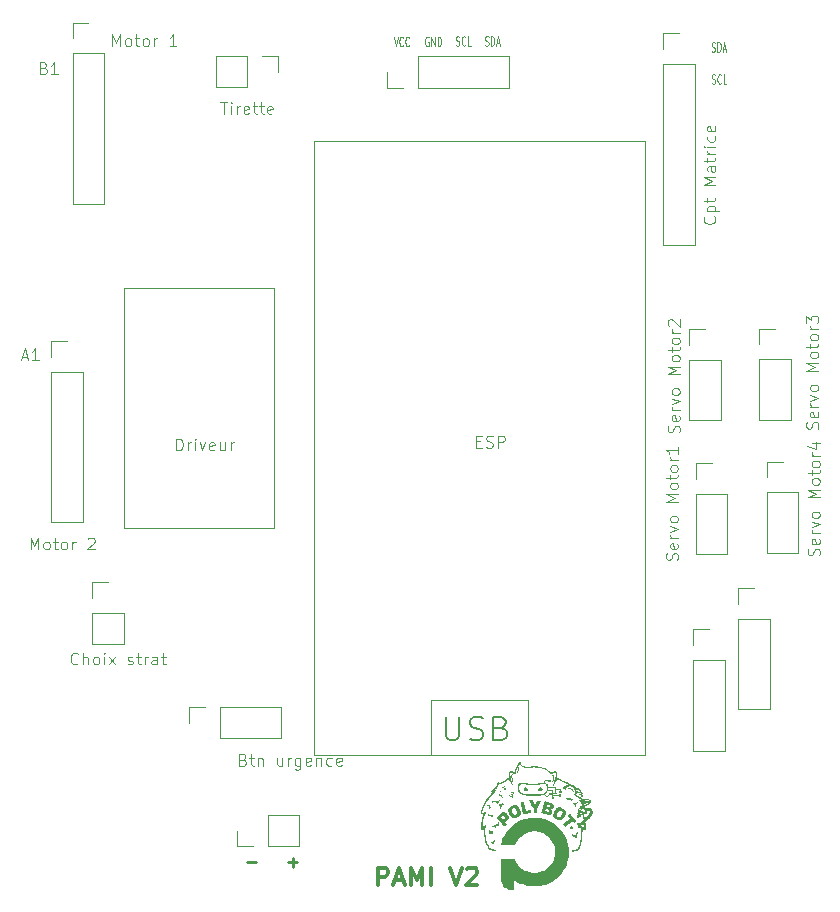
<source format=gto>
%TF.GenerationSoftware,KiCad,Pcbnew,8.0.6*%
%TF.CreationDate,2025-01-23T10:29:06+01:00*%
%TF.ProjectId,Pcb pami 2025,50636220-7061-46d6-9920-323032352e6b,rev?*%
%TF.SameCoordinates,Original*%
%TF.FileFunction,Legend,Top*%
%TF.FilePolarity,Positive*%
%FSLAX46Y46*%
G04 Gerber Fmt 4.6, Leading zero omitted, Abs format (unit mm)*
G04 Created by KiCad (PCBNEW 8.0.6) date 2025-01-23 10:29:06*
%MOMM*%
%LPD*%
G01*
G04 APERTURE LIST*
%ADD10C,0.100000*%
%ADD11C,0.250000*%
%ADD12C,0.300000*%
%ADD13C,0.200000*%
%ADD14C,0.120000*%
%ADD15C,0.000000*%
G04 APERTURE END LIST*
D10*
X84613884Y-62002419D02*
X84613884Y-61002419D01*
X84613884Y-61002419D02*
X84851979Y-61002419D01*
X84851979Y-61002419D02*
X84994836Y-61050038D01*
X84994836Y-61050038D02*
X85090074Y-61145276D01*
X85090074Y-61145276D02*
X85137693Y-61240514D01*
X85137693Y-61240514D02*
X85185312Y-61430990D01*
X85185312Y-61430990D02*
X85185312Y-61573847D01*
X85185312Y-61573847D02*
X85137693Y-61764323D01*
X85137693Y-61764323D02*
X85090074Y-61859561D01*
X85090074Y-61859561D02*
X84994836Y-61954800D01*
X84994836Y-61954800D02*
X84851979Y-62002419D01*
X84851979Y-62002419D02*
X84613884Y-62002419D01*
X85613884Y-62002419D02*
X85613884Y-61335752D01*
X85613884Y-61526228D02*
X85661503Y-61430990D01*
X85661503Y-61430990D02*
X85709122Y-61383371D01*
X85709122Y-61383371D02*
X85804360Y-61335752D01*
X85804360Y-61335752D02*
X85899598Y-61335752D01*
X86232932Y-62002419D02*
X86232932Y-61335752D01*
X86232932Y-61002419D02*
X86185313Y-61050038D01*
X86185313Y-61050038D02*
X86232932Y-61097657D01*
X86232932Y-61097657D02*
X86280551Y-61050038D01*
X86280551Y-61050038D02*
X86232932Y-61002419D01*
X86232932Y-61002419D02*
X86232932Y-61097657D01*
X86613884Y-61335752D02*
X86851979Y-62002419D01*
X86851979Y-62002419D02*
X87090074Y-61335752D01*
X87851979Y-61954800D02*
X87756741Y-62002419D01*
X87756741Y-62002419D02*
X87566265Y-62002419D01*
X87566265Y-62002419D02*
X87471027Y-61954800D01*
X87471027Y-61954800D02*
X87423408Y-61859561D01*
X87423408Y-61859561D02*
X87423408Y-61478609D01*
X87423408Y-61478609D02*
X87471027Y-61383371D01*
X87471027Y-61383371D02*
X87566265Y-61335752D01*
X87566265Y-61335752D02*
X87756741Y-61335752D01*
X87756741Y-61335752D02*
X87851979Y-61383371D01*
X87851979Y-61383371D02*
X87899598Y-61478609D01*
X87899598Y-61478609D02*
X87899598Y-61573847D01*
X87899598Y-61573847D02*
X87423408Y-61669085D01*
X88756741Y-61335752D02*
X88756741Y-62002419D01*
X88328170Y-61335752D02*
X88328170Y-61859561D01*
X88328170Y-61859561D02*
X88375789Y-61954800D01*
X88375789Y-61954800D02*
X88471027Y-62002419D01*
X88471027Y-62002419D02*
X88613884Y-62002419D01*
X88613884Y-62002419D02*
X88709122Y-61954800D01*
X88709122Y-61954800D02*
X88756741Y-61907180D01*
X89232932Y-62002419D02*
X89232932Y-61335752D01*
X89232932Y-61526228D02*
X89280551Y-61430990D01*
X89280551Y-61430990D02*
X89328170Y-61383371D01*
X89328170Y-61383371D02*
X89423408Y-61335752D01*
X89423408Y-61335752D02*
X89518646Y-61335752D01*
X105996741Y-27034990D02*
X105949122Y-26996895D01*
X105949122Y-26996895D02*
X105877693Y-26996895D01*
X105877693Y-26996895D02*
X105806265Y-27034990D01*
X105806265Y-27034990D02*
X105758646Y-27111180D01*
X105758646Y-27111180D02*
X105734836Y-27187371D01*
X105734836Y-27187371D02*
X105711027Y-27339752D01*
X105711027Y-27339752D02*
X105711027Y-27454038D01*
X105711027Y-27454038D02*
X105734836Y-27606419D01*
X105734836Y-27606419D02*
X105758646Y-27682609D01*
X105758646Y-27682609D02*
X105806265Y-27758800D01*
X105806265Y-27758800D02*
X105877693Y-27796895D01*
X105877693Y-27796895D02*
X105925312Y-27796895D01*
X105925312Y-27796895D02*
X105996741Y-27758800D01*
X105996741Y-27758800D02*
X106020550Y-27720704D01*
X106020550Y-27720704D02*
X106020550Y-27454038D01*
X106020550Y-27454038D02*
X105925312Y-27454038D01*
X106234836Y-27796895D02*
X106234836Y-26996895D01*
X106234836Y-26996895D02*
X106520550Y-27796895D01*
X106520550Y-27796895D02*
X106520550Y-26996895D01*
X106758646Y-27796895D02*
X106758646Y-26996895D01*
X106758646Y-26996895D02*
X106877694Y-26996895D01*
X106877694Y-26996895D02*
X106949122Y-27034990D01*
X106949122Y-27034990D02*
X106996741Y-27111180D01*
X106996741Y-27111180D02*
X107020551Y-27187371D01*
X107020551Y-27187371D02*
X107044360Y-27339752D01*
X107044360Y-27339752D02*
X107044360Y-27454038D01*
X107044360Y-27454038D02*
X107020551Y-27606419D01*
X107020551Y-27606419D02*
X106996741Y-27682609D01*
X106996741Y-27682609D02*
X106949122Y-27758800D01*
X106949122Y-27758800D02*
X106877694Y-27796895D01*
X106877694Y-27796895D02*
X106758646Y-27796895D01*
X127064800Y-71273734D02*
X127112419Y-71130877D01*
X127112419Y-71130877D02*
X127112419Y-70892782D01*
X127112419Y-70892782D02*
X127064800Y-70797544D01*
X127064800Y-70797544D02*
X127017180Y-70749925D01*
X127017180Y-70749925D02*
X126921942Y-70702306D01*
X126921942Y-70702306D02*
X126826704Y-70702306D01*
X126826704Y-70702306D02*
X126731466Y-70749925D01*
X126731466Y-70749925D02*
X126683847Y-70797544D01*
X126683847Y-70797544D02*
X126636228Y-70892782D01*
X126636228Y-70892782D02*
X126588609Y-71083258D01*
X126588609Y-71083258D02*
X126540990Y-71178496D01*
X126540990Y-71178496D02*
X126493371Y-71226115D01*
X126493371Y-71226115D02*
X126398133Y-71273734D01*
X126398133Y-71273734D02*
X126302895Y-71273734D01*
X126302895Y-71273734D02*
X126207657Y-71226115D01*
X126207657Y-71226115D02*
X126160038Y-71178496D01*
X126160038Y-71178496D02*
X126112419Y-71083258D01*
X126112419Y-71083258D02*
X126112419Y-70845163D01*
X126112419Y-70845163D02*
X126160038Y-70702306D01*
X127064800Y-69892782D02*
X127112419Y-69988020D01*
X127112419Y-69988020D02*
X127112419Y-70178496D01*
X127112419Y-70178496D02*
X127064800Y-70273734D01*
X127064800Y-70273734D02*
X126969561Y-70321353D01*
X126969561Y-70321353D02*
X126588609Y-70321353D01*
X126588609Y-70321353D02*
X126493371Y-70273734D01*
X126493371Y-70273734D02*
X126445752Y-70178496D01*
X126445752Y-70178496D02*
X126445752Y-69988020D01*
X126445752Y-69988020D02*
X126493371Y-69892782D01*
X126493371Y-69892782D02*
X126588609Y-69845163D01*
X126588609Y-69845163D02*
X126683847Y-69845163D01*
X126683847Y-69845163D02*
X126779085Y-70321353D01*
X127112419Y-69416591D02*
X126445752Y-69416591D01*
X126636228Y-69416591D02*
X126540990Y-69368972D01*
X126540990Y-69368972D02*
X126493371Y-69321353D01*
X126493371Y-69321353D02*
X126445752Y-69226115D01*
X126445752Y-69226115D02*
X126445752Y-69130877D01*
X126445752Y-68892781D02*
X127112419Y-68654686D01*
X127112419Y-68654686D02*
X126445752Y-68416591D01*
X127112419Y-67892781D02*
X127064800Y-67988019D01*
X127064800Y-67988019D02*
X127017180Y-68035638D01*
X127017180Y-68035638D02*
X126921942Y-68083257D01*
X126921942Y-68083257D02*
X126636228Y-68083257D01*
X126636228Y-68083257D02*
X126540990Y-68035638D01*
X126540990Y-68035638D02*
X126493371Y-67988019D01*
X126493371Y-67988019D02*
X126445752Y-67892781D01*
X126445752Y-67892781D02*
X126445752Y-67749924D01*
X126445752Y-67749924D02*
X126493371Y-67654686D01*
X126493371Y-67654686D02*
X126540990Y-67607067D01*
X126540990Y-67607067D02*
X126636228Y-67559448D01*
X126636228Y-67559448D02*
X126921942Y-67559448D01*
X126921942Y-67559448D02*
X127017180Y-67607067D01*
X127017180Y-67607067D02*
X127064800Y-67654686D01*
X127064800Y-67654686D02*
X127112419Y-67749924D01*
X127112419Y-67749924D02*
X127112419Y-67892781D01*
X127112419Y-66368971D02*
X126112419Y-66368971D01*
X126112419Y-66368971D02*
X126826704Y-66035638D01*
X126826704Y-66035638D02*
X126112419Y-65702305D01*
X126112419Y-65702305D02*
X127112419Y-65702305D01*
X127112419Y-65083257D02*
X127064800Y-65178495D01*
X127064800Y-65178495D02*
X127017180Y-65226114D01*
X127017180Y-65226114D02*
X126921942Y-65273733D01*
X126921942Y-65273733D02*
X126636228Y-65273733D01*
X126636228Y-65273733D02*
X126540990Y-65226114D01*
X126540990Y-65226114D02*
X126493371Y-65178495D01*
X126493371Y-65178495D02*
X126445752Y-65083257D01*
X126445752Y-65083257D02*
X126445752Y-64940400D01*
X126445752Y-64940400D02*
X126493371Y-64845162D01*
X126493371Y-64845162D02*
X126540990Y-64797543D01*
X126540990Y-64797543D02*
X126636228Y-64749924D01*
X126636228Y-64749924D02*
X126921942Y-64749924D01*
X126921942Y-64749924D02*
X127017180Y-64797543D01*
X127017180Y-64797543D02*
X127064800Y-64845162D01*
X127064800Y-64845162D02*
X127112419Y-64940400D01*
X127112419Y-64940400D02*
X127112419Y-65083257D01*
X126445752Y-64464209D02*
X126445752Y-64083257D01*
X126112419Y-64321352D02*
X126969561Y-64321352D01*
X126969561Y-64321352D02*
X127064800Y-64273733D01*
X127064800Y-64273733D02*
X127112419Y-64178495D01*
X127112419Y-64178495D02*
X127112419Y-64083257D01*
X127112419Y-63607066D02*
X127064800Y-63702304D01*
X127064800Y-63702304D02*
X127017180Y-63749923D01*
X127017180Y-63749923D02*
X126921942Y-63797542D01*
X126921942Y-63797542D02*
X126636228Y-63797542D01*
X126636228Y-63797542D02*
X126540990Y-63749923D01*
X126540990Y-63749923D02*
X126493371Y-63702304D01*
X126493371Y-63702304D02*
X126445752Y-63607066D01*
X126445752Y-63607066D02*
X126445752Y-63464209D01*
X126445752Y-63464209D02*
X126493371Y-63368971D01*
X126493371Y-63368971D02*
X126540990Y-63321352D01*
X126540990Y-63321352D02*
X126636228Y-63273733D01*
X126636228Y-63273733D02*
X126921942Y-63273733D01*
X126921942Y-63273733D02*
X127017180Y-63321352D01*
X127017180Y-63321352D02*
X127064800Y-63368971D01*
X127064800Y-63368971D02*
X127112419Y-63464209D01*
X127112419Y-63464209D02*
X127112419Y-63607066D01*
X127112419Y-62845161D02*
X126445752Y-62845161D01*
X126636228Y-62845161D02*
X126540990Y-62797542D01*
X126540990Y-62797542D02*
X126493371Y-62749923D01*
X126493371Y-62749923D02*
X126445752Y-62654685D01*
X126445752Y-62654685D02*
X126445752Y-62559447D01*
X127112419Y-61702304D02*
X127112419Y-62273732D01*
X127112419Y-61988018D02*
X126112419Y-61988018D01*
X126112419Y-61988018D02*
X126255276Y-62083256D01*
X126255276Y-62083256D02*
X126350514Y-62178494D01*
X126350514Y-62178494D02*
X126398133Y-62273732D01*
X73417217Y-29618609D02*
X73560074Y-29666228D01*
X73560074Y-29666228D02*
X73607693Y-29713847D01*
X73607693Y-29713847D02*
X73655312Y-29809085D01*
X73655312Y-29809085D02*
X73655312Y-29951942D01*
X73655312Y-29951942D02*
X73607693Y-30047180D01*
X73607693Y-30047180D02*
X73560074Y-30094800D01*
X73560074Y-30094800D02*
X73464836Y-30142419D01*
X73464836Y-30142419D02*
X73083884Y-30142419D01*
X73083884Y-30142419D02*
X73083884Y-29142419D01*
X73083884Y-29142419D02*
X73417217Y-29142419D01*
X73417217Y-29142419D02*
X73512455Y-29190038D01*
X73512455Y-29190038D02*
X73560074Y-29237657D01*
X73560074Y-29237657D02*
X73607693Y-29332895D01*
X73607693Y-29332895D02*
X73607693Y-29428133D01*
X73607693Y-29428133D02*
X73560074Y-29523371D01*
X73560074Y-29523371D02*
X73512455Y-29570990D01*
X73512455Y-29570990D02*
X73417217Y-29618609D01*
X73417217Y-29618609D02*
X73083884Y-29618609D01*
X74607693Y-30142419D02*
X74036265Y-30142419D01*
X74321979Y-30142419D02*
X74321979Y-29142419D01*
X74321979Y-29142419D02*
X74226741Y-29285276D01*
X74226741Y-29285276D02*
X74131503Y-29380514D01*
X74131503Y-29380514D02*
X74036265Y-29428133D01*
X72303884Y-70392419D02*
X72303884Y-69392419D01*
X72303884Y-69392419D02*
X72637217Y-70106704D01*
X72637217Y-70106704D02*
X72970550Y-69392419D01*
X72970550Y-69392419D02*
X72970550Y-70392419D01*
X73589598Y-70392419D02*
X73494360Y-70344800D01*
X73494360Y-70344800D02*
X73446741Y-70297180D01*
X73446741Y-70297180D02*
X73399122Y-70201942D01*
X73399122Y-70201942D02*
X73399122Y-69916228D01*
X73399122Y-69916228D02*
X73446741Y-69820990D01*
X73446741Y-69820990D02*
X73494360Y-69773371D01*
X73494360Y-69773371D02*
X73589598Y-69725752D01*
X73589598Y-69725752D02*
X73732455Y-69725752D01*
X73732455Y-69725752D02*
X73827693Y-69773371D01*
X73827693Y-69773371D02*
X73875312Y-69820990D01*
X73875312Y-69820990D02*
X73922931Y-69916228D01*
X73922931Y-69916228D02*
X73922931Y-70201942D01*
X73922931Y-70201942D02*
X73875312Y-70297180D01*
X73875312Y-70297180D02*
X73827693Y-70344800D01*
X73827693Y-70344800D02*
X73732455Y-70392419D01*
X73732455Y-70392419D02*
X73589598Y-70392419D01*
X74208646Y-69725752D02*
X74589598Y-69725752D01*
X74351503Y-69392419D02*
X74351503Y-70249561D01*
X74351503Y-70249561D02*
X74399122Y-70344800D01*
X74399122Y-70344800D02*
X74494360Y-70392419D01*
X74494360Y-70392419D02*
X74589598Y-70392419D01*
X75065789Y-70392419D02*
X74970551Y-70344800D01*
X74970551Y-70344800D02*
X74922932Y-70297180D01*
X74922932Y-70297180D02*
X74875313Y-70201942D01*
X74875313Y-70201942D02*
X74875313Y-69916228D01*
X74875313Y-69916228D02*
X74922932Y-69820990D01*
X74922932Y-69820990D02*
X74970551Y-69773371D01*
X74970551Y-69773371D02*
X75065789Y-69725752D01*
X75065789Y-69725752D02*
X75208646Y-69725752D01*
X75208646Y-69725752D02*
X75303884Y-69773371D01*
X75303884Y-69773371D02*
X75351503Y-69820990D01*
X75351503Y-69820990D02*
X75399122Y-69916228D01*
X75399122Y-69916228D02*
X75399122Y-70201942D01*
X75399122Y-70201942D02*
X75351503Y-70297180D01*
X75351503Y-70297180D02*
X75303884Y-70344800D01*
X75303884Y-70344800D02*
X75208646Y-70392419D01*
X75208646Y-70392419D02*
X75065789Y-70392419D01*
X75827694Y-70392419D02*
X75827694Y-69725752D01*
X75827694Y-69916228D02*
X75875313Y-69820990D01*
X75875313Y-69820990D02*
X75922932Y-69773371D01*
X75922932Y-69773371D02*
X76018170Y-69725752D01*
X76018170Y-69725752D02*
X76113408Y-69725752D01*
X77161028Y-69487657D02*
X77208647Y-69440038D01*
X77208647Y-69440038D02*
X77303885Y-69392419D01*
X77303885Y-69392419D02*
X77541980Y-69392419D01*
X77541980Y-69392419D02*
X77637218Y-69440038D01*
X77637218Y-69440038D02*
X77684837Y-69487657D01*
X77684837Y-69487657D02*
X77732456Y-69582895D01*
X77732456Y-69582895D02*
X77732456Y-69678133D01*
X77732456Y-69678133D02*
X77684837Y-69820990D01*
X77684837Y-69820990D02*
X77113409Y-70392419D01*
X77113409Y-70392419D02*
X77732456Y-70392419D01*
D11*
X90592568Y-96863666D02*
X91354473Y-96863666D01*
X94116378Y-96863666D02*
X94878283Y-96863666D01*
X94497330Y-97244619D02*
X94497330Y-96482714D01*
D10*
X129981027Y-30928800D02*
X130052455Y-30966895D01*
X130052455Y-30966895D02*
X130171503Y-30966895D01*
X130171503Y-30966895D02*
X130219122Y-30928800D01*
X130219122Y-30928800D02*
X130242931Y-30890704D01*
X130242931Y-30890704D02*
X130266741Y-30814514D01*
X130266741Y-30814514D02*
X130266741Y-30738323D01*
X130266741Y-30738323D02*
X130242931Y-30662133D01*
X130242931Y-30662133D02*
X130219122Y-30624038D01*
X130219122Y-30624038D02*
X130171503Y-30585942D01*
X130171503Y-30585942D02*
X130076265Y-30547847D01*
X130076265Y-30547847D02*
X130028646Y-30509752D01*
X130028646Y-30509752D02*
X130004836Y-30471657D01*
X130004836Y-30471657D02*
X129981027Y-30395466D01*
X129981027Y-30395466D02*
X129981027Y-30319276D01*
X129981027Y-30319276D02*
X130004836Y-30243085D01*
X130004836Y-30243085D02*
X130028646Y-30204990D01*
X130028646Y-30204990D02*
X130076265Y-30166895D01*
X130076265Y-30166895D02*
X130195312Y-30166895D01*
X130195312Y-30166895D02*
X130266741Y-30204990D01*
X130766740Y-30890704D02*
X130742931Y-30928800D01*
X130742931Y-30928800D02*
X130671502Y-30966895D01*
X130671502Y-30966895D02*
X130623883Y-30966895D01*
X130623883Y-30966895D02*
X130552455Y-30928800D01*
X130552455Y-30928800D02*
X130504836Y-30852609D01*
X130504836Y-30852609D02*
X130481026Y-30776419D01*
X130481026Y-30776419D02*
X130457217Y-30624038D01*
X130457217Y-30624038D02*
X130457217Y-30509752D01*
X130457217Y-30509752D02*
X130481026Y-30357371D01*
X130481026Y-30357371D02*
X130504836Y-30281180D01*
X130504836Y-30281180D02*
X130552455Y-30204990D01*
X130552455Y-30204990D02*
X130623883Y-30166895D01*
X130623883Y-30166895D02*
X130671502Y-30166895D01*
X130671502Y-30166895D02*
X130742931Y-30204990D01*
X130742931Y-30204990D02*
X130766740Y-30243085D01*
X131219121Y-30966895D02*
X130981026Y-30966895D01*
X130981026Y-30966895D02*
X130981026Y-30166895D01*
X130187180Y-42194687D02*
X130234800Y-42242306D01*
X130234800Y-42242306D02*
X130282419Y-42385163D01*
X130282419Y-42385163D02*
X130282419Y-42480401D01*
X130282419Y-42480401D02*
X130234800Y-42623258D01*
X130234800Y-42623258D02*
X130139561Y-42718496D01*
X130139561Y-42718496D02*
X130044323Y-42766115D01*
X130044323Y-42766115D02*
X129853847Y-42813734D01*
X129853847Y-42813734D02*
X129710990Y-42813734D01*
X129710990Y-42813734D02*
X129520514Y-42766115D01*
X129520514Y-42766115D02*
X129425276Y-42718496D01*
X129425276Y-42718496D02*
X129330038Y-42623258D01*
X129330038Y-42623258D02*
X129282419Y-42480401D01*
X129282419Y-42480401D02*
X129282419Y-42385163D01*
X129282419Y-42385163D02*
X129330038Y-42242306D01*
X129330038Y-42242306D02*
X129377657Y-42194687D01*
X129615752Y-41766115D02*
X130615752Y-41766115D01*
X129663371Y-41766115D02*
X129615752Y-41670877D01*
X129615752Y-41670877D02*
X129615752Y-41480401D01*
X129615752Y-41480401D02*
X129663371Y-41385163D01*
X129663371Y-41385163D02*
X129710990Y-41337544D01*
X129710990Y-41337544D02*
X129806228Y-41289925D01*
X129806228Y-41289925D02*
X130091942Y-41289925D01*
X130091942Y-41289925D02*
X130187180Y-41337544D01*
X130187180Y-41337544D02*
X130234800Y-41385163D01*
X130234800Y-41385163D02*
X130282419Y-41480401D01*
X130282419Y-41480401D02*
X130282419Y-41670877D01*
X130282419Y-41670877D02*
X130234800Y-41766115D01*
X129615752Y-41004210D02*
X129615752Y-40623258D01*
X129282419Y-40861353D02*
X130139561Y-40861353D01*
X130139561Y-40861353D02*
X130234800Y-40813734D01*
X130234800Y-40813734D02*
X130282419Y-40718496D01*
X130282419Y-40718496D02*
X130282419Y-40623258D01*
X130282419Y-39528019D02*
X129282419Y-39528019D01*
X129282419Y-39528019D02*
X129996704Y-39194686D01*
X129996704Y-39194686D02*
X129282419Y-38861353D01*
X129282419Y-38861353D02*
X130282419Y-38861353D01*
X130282419Y-37956591D02*
X129758609Y-37956591D01*
X129758609Y-37956591D02*
X129663371Y-38004210D01*
X129663371Y-38004210D02*
X129615752Y-38099448D01*
X129615752Y-38099448D02*
X129615752Y-38289924D01*
X129615752Y-38289924D02*
X129663371Y-38385162D01*
X130234800Y-37956591D02*
X130282419Y-38051829D01*
X130282419Y-38051829D02*
X130282419Y-38289924D01*
X130282419Y-38289924D02*
X130234800Y-38385162D01*
X130234800Y-38385162D02*
X130139561Y-38432781D01*
X130139561Y-38432781D02*
X130044323Y-38432781D01*
X130044323Y-38432781D02*
X129949085Y-38385162D01*
X129949085Y-38385162D02*
X129901466Y-38289924D01*
X129901466Y-38289924D02*
X129901466Y-38051829D01*
X129901466Y-38051829D02*
X129853847Y-37956591D01*
X129615752Y-37623257D02*
X129615752Y-37242305D01*
X129282419Y-37480400D02*
X130139561Y-37480400D01*
X130139561Y-37480400D02*
X130234800Y-37432781D01*
X130234800Y-37432781D02*
X130282419Y-37337543D01*
X130282419Y-37337543D02*
X130282419Y-37242305D01*
X130282419Y-36908971D02*
X129615752Y-36908971D01*
X129806228Y-36908971D02*
X129710990Y-36861352D01*
X129710990Y-36861352D02*
X129663371Y-36813733D01*
X129663371Y-36813733D02*
X129615752Y-36718495D01*
X129615752Y-36718495D02*
X129615752Y-36623257D01*
X130282419Y-36289923D02*
X129615752Y-36289923D01*
X129282419Y-36289923D02*
X129330038Y-36337542D01*
X129330038Y-36337542D02*
X129377657Y-36289923D01*
X129377657Y-36289923D02*
X129330038Y-36242304D01*
X129330038Y-36242304D02*
X129282419Y-36289923D01*
X129282419Y-36289923D02*
X129377657Y-36289923D01*
X130234800Y-35385162D02*
X130282419Y-35480400D01*
X130282419Y-35480400D02*
X130282419Y-35670876D01*
X130282419Y-35670876D02*
X130234800Y-35766114D01*
X130234800Y-35766114D02*
X130187180Y-35813733D01*
X130187180Y-35813733D02*
X130091942Y-35861352D01*
X130091942Y-35861352D02*
X129806228Y-35861352D01*
X129806228Y-35861352D02*
X129710990Y-35813733D01*
X129710990Y-35813733D02*
X129663371Y-35766114D01*
X129663371Y-35766114D02*
X129615752Y-35670876D01*
X129615752Y-35670876D02*
X129615752Y-35480400D01*
X129615752Y-35480400D02*
X129663371Y-35385162D01*
X130234800Y-34575638D02*
X130282419Y-34670876D01*
X130282419Y-34670876D02*
X130282419Y-34861352D01*
X130282419Y-34861352D02*
X130234800Y-34956590D01*
X130234800Y-34956590D02*
X130139561Y-35004209D01*
X130139561Y-35004209D02*
X129758609Y-35004209D01*
X129758609Y-35004209D02*
X129663371Y-34956590D01*
X129663371Y-34956590D02*
X129615752Y-34861352D01*
X129615752Y-34861352D02*
X129615752Y-34670876D01*
X129615752Y-34670876D02*
X129663371Y-34575638D01*
X129663371Y-34575638D02*
X129758609Y-34528019D01*
X129758609Y-34528019D02*
X129853847Y-34528019D01*
X129853847Y-34528019D02*
X129949085Y-35004209D01*
X71556265Y-54086704D02*
X72032455Y-54086704D01*
X71461027Y-54372419D02*
X71794360Y-53372419D01*
X71794360Y-53372419D02*
X72127693Y-54372419D01*
X72984836Y-54372419D02*
X72413408Y-54372419D01*
X72699122Y-54372419D02*
X72699122Y-53372419D01*
X72699122Y-53372419D02*
X72603884Y-53515276D01*
X72603884Y-53515276D02*
X72508646Y-53610514D01*
X72508646Y-53610514D02*
X72413408Y-53658133D01*
X110013884Y-61248609D02*
X110347217Y-61248609D01*
X110490074Y-61772419D02*
X110013884Y-61772419D01*
X110013884Y-61772419D02*
X110013884Y-60772419D01*
X110013884Y-60772419D02*
X110490074Y-60772419D01*
X110871027Y-61724800D02*
X111013884Y-61772419D01*
X111013884Y-61772419D02*
X111251979Y-61772419D01*
X111251979Y-61772419D02*
X111347217Y-61724800D01*
X111347217Y-61724800D02*
X111394836Y-61677180D01*
X111394836Y-61677180D02*
X111442455Y-61581942D01*
X111442455Y-61581942D02*
X111442455Y-61486704D01*
X111442455Y-61486704D02*
X111394836Y-61391466D01*
X111394836Y-61391466D02*
X111347217Y-61343847D01*
X111347217Y-61343847D02*
X111251979Y-61296228D01*
X111251979Y-61296228D02*
X111061503Y-61248609D01*
X111061503Y-61248609D02*
X110966265Y-61200990D01*
X110966265Y-61200990D02*
X110918646Y-61153371D01*
X110918646Y-61153371D02*
X110871027Y-61058133D01*
X110871027Y-61058133D02*
X110871027Y-60962895D01*
X110871027Y-60962895D02*
X110918646Y-60867657D01*
X110918646Y-60867657D02*
X110966265Y-60820038D01*
X110966265Y-60820038D02*
X111061503Y-60772419D01*
X111061503Y-60772419D02*
X111299598Y-60772419D01*
X111299598Y-60772419D02*
X111442455Y-60820038D01*
X111871027Y-61772419D02*
X111871027Y-60772419D01*
X111871027Y-60772419D02*
X112251979Y-60772419D01*
X112251979Y-60772419D02*
X112347217Y-60820038D01*
X112347217Y-60820038D02*
X112394836Y-60867657D01*
X112394836Y-60867657D02*
X112442455Y-60962895D01*
X112442455Y-60962895D02*
X112442455Y-61105752D01*
X112442455Y-61105752D02*
X112394836Y-61200990D01*
X112394836Y-61200990D02*
X112347217Y-61248609D01*
X112347217Y-61248609D02*
X112251979Y-61296228D01*
X112251979Y-61296228D02*
X111871027Y-61296228D01*
X108321027Y-27688800D02*
X108392455Y-27726895D01*
X108392455Y-27726895D02*
X108511503Y-27726895D01*
X108511503Y-27726895D02*
X108559122Y-27688800D01*
X108559122Y-27688800D02*
X108582931Y-27650704D01*
X108582931Y-27650704D02*
X108606741Y-27574514D01*
X108606741Y-27574514D02*
X108606741Y-27498323D01*
X108606741Y-27498323D02*
X108582931Y-27422133D01*
X108582931Y-27422133D02*
X108559122Y-27384038D01*
X108559122Y-27384038D02*
X108511503Y-27345942D01*
X108511503Y-27345942D02*
X108416265Y-27307847D01*
X108416265Y-27307847D02*
X108368646Y-27269752D01*
X108368646Y-27269752D02*
X108344836Y-27231657D01*
X108344836Y-27231657D02*
X108321027Y-27155466D01*
X108321027Y-27155466D02*
X108321027Y-27079276D01*
X108321027Y-27079276D02*
X108344836Y-27003085D01*
X108344836Y-27003085D02*
X108368646Y-26964990D01*
X108368646Y-26964990D02*
X108416265Y-26926895D01*
X108416265Y-26926895D02*
X108535312Y-26926895D01*
X108535312Y-26926895D02*
X108606741Y-26964990D01*
X109106740Y-27650704D02*
X109082931Y-27688800D01*
X109082931Y-27688800D02*
X109011502Y-27726895D01*
X109011502Y-27726895D02*
X108963883Y-27726895D01*
X108963883Y-27726895D02*
X108892455Y-27688800D01*
X108892455Y-27688800D02*
X108844836Y-27612609D01*
X108844836Y-27612609D02*
X108821026Y-27536419D01*
X108821026Y-27536419D02*
X108797217Y-27384038D01*
X108797217Y-27384038D02*
X108797217Y-27269752D01*
X108797217Y-27269752D02*
X108821026Y-27117371D01*
X108821026Y-27117371D02*
X108844836Y-27041180D01*
X108844836Y-27041180D02*
X108892455Y-26964990D01*
X108892455Y-26964990D02*
X108963883Y-26926895D01*
X108963883Y-26926895D02*
X109011502Y-26926895D01*
X109011502Y-26926895D02*
X109082931Y-26964990D01*
X109082931Y-26964990D02*
X109106740Y-27003085D01*
X109559121Y-27726895D02*
X109321026Y-27726895D01*
X109321026Y-27726895D02*
X109321026Y-26926895D01*
X103053408Y-26996895D02*
X103220074Y-27796895D01*
X103220074Y-27796895D02*
X103386741Y-26996895D01*
X103839121Y-27720704D02*
X103815312Y-27758800D01*
X103815312Y-27758800D02*
X103743883Y-27796895D01*
X103743883Y-27796895D02*
X103696264Y-27796895D01*
X103696264Y-27796895D02*
X103624836Y-27758800D01*
X103624836Y-27758800D02*
X103577217Y-27682609D01*
X103577217Y-27682609D02*
X103553407Y-27606419D01*
X103553407Y-27606419D02*
X103529598Y-27454038D01*
X103529598Y-27454038D02*
X103529598Y-27339752D01*
X103529598Y-27339752D02*
X103553407Y-27187371D01*
X103553407Y-27187371D02*
X103577217Y-27111180D01*
X103577217Y-27111180D02*
X103624836Y-27034990D01*
X103624836Y-27034990D02*
X103696264Y-26996895D01*
X103696264Y-26996895D02*
X103743883Y-26996895D01*
X103743883Y-26996895D02*
X103815312Y-27034990D01*
X103815312Y-27034990D02*
X103839121Y-27073085D01*
X104339121Y-27720704D02*
X104315312Y-27758800D01*
X104315312Y-27758800D02*
X104243883Y-27796895D01*
X104243883Y-27796895D02*
X104196264Y-27796895D01*
X104196264Y-27796895D02*
X104124836Y-27758800D01*
X104124836Y-27758800D02*
X104077217Y-27682609D01*
X104077217Y-27682609D02*
X104053407Y-27606419D01*
X104053407Y-27606419D02*
X104029598Y-27454038D01*
X104029598Y-27454038D02*
X104029598Y-27339752D01*
X104029598Y-27339752D02*
X104053407Y-27187371D01*
X104053407Y-27187371D02*
X104077217Y-27111180D01*
X104077217Y-27111180D02*
X104124836Y-27034990D01*
X104124836Y-27034990D02*
X104196264Y-26996895D01*
X104196264Y-26996895D02*
X104243883Y-26996895D01*
X104243883Y-26996895D02*
X104315312Y-27034990D01*
X104315312Y-27034990D02*
X104339121Y-27073085D01*
X127214800Y-60473734D02*
X127262419Y-60330877D01*
X127262419Y-60330877D02*
X127262419Y-60092782D01*
X127262419Y-60092782D02*
X127214800Y-59997544D01*
X127214800Y-59997544D02*
X127167180Y-59949925D01*
X127167180Y-59949925D02*
X127071942Y-59902306D01*
X127071942Y-59902306D02*
X126976704Y-59902306D01*
X126976704Y-59902306D02*
X126881466Y-59949925D01*
X126881466Y-59949925D02*
X126833847Y-59997544D01*
X126833847Y-59997544D02*
X126786228Y-60092782D01*
X126786228Y-60092782D02*
X126738609Y-60283258D01*
X126738609Y-60283258D02*
X126690990Y-60378496D01*
X126690990Y-60378496D02*
X126643371Y-60426115D01*
X126643371Y-60426115D02*
X126548133Y-60473734D01*
X126548133Y-60473734D02*
X126452895Y-60473734D01*
X126452895Y-60473734D02*
X126357657Y-60426115D01*
X126357657Y-60426115D02*
X126310038Y-60378496D01*
X126310038Y-60378496D02*
X126262419Y-60283258D01*
X126262419Y-60283258D02*
X126262419Y-60045163D01*
X126262419Y-60045163D02*
X126310038Y-59902306D01*
X127214800Y-59092782D02*
X127262419Y-59188020D01*
X127262419Y-59188020D02*
X127262419Y-59378496D01*
X127262419Y-59378496D02*
X127214800Y-59473734D01*
X127214800Y-59473734D02*
X127119561Y-59521353D01*
X127119561Y-59521353D02*
X126738609Y-59521353D01*
X126738609Y-59521353D02*
X126643371Y-59473734D01*
X126643371Y-59473734D02*
X126595752Y-59378496D01*
X126595752Y-59378496D02*
X126595752Y-59188020D01*
X126595752Y-59188020D02*
X126643371Y-59092782D01*
X126643371Y-59092782D02*
X126738609Y-59045163D01*
X126738609Y-59045163D02*
X126833847Y-59045163D01*
X126833847Y-59045163D02*
X126929085Y-59521353D01*
X127262419Y-58616591D02*
X126595752Y-58616591D01*
X126786228Y-58616591D02*
X126690990Y-58568972D01*
X126690990Y-58568972D02*
X126643371Y-58521353D01*
X126643371Y-58521353D02*
X126595752Y-58426115D01*
X126595752Y-58426115D02*
X126595752Y-58330877D01*
X126595752Y-58092781D02*
X127262419Y-57854686D01*
X127262419Y-57854686D02*
X126595752Y-57616591D01*
X127262419Y-57092781D02*
X127214800Y-57188019D01*
X127214800Y-57188019D02*
X127167180Y-57235638D01*
X127167180Y-57235638D02*
X127071942Y-57283257D01*
X127071942Y-57283257D02*
X126786228Y-57283257D01*
X126786228Y-57283257D02*
X126690990Y-57235638D01*
X126690990Y-57235638D02*
X126643371Y-57188019D01*
X126643371Y-57188019D02*
X126595752Y-57092781D01*
X126595752Y-57092781D02*
X126595752Y-56949924D01*
X126595752Y-56949924D02*
X126643371Y-56854686D01*
X126643371Y-56854686D02*
X126690990Y-56807067D01*
X126690990Y-56807067D02*
X126786228Y-56759448D01*
X126786228Y-56759448D02*
X127071942Y-56759448D01*
X127071942Y-56759448D02*
X127167180Y-56807067D01*
X127167180Y-56807067D02*
X127214800Y-56854686D01*
X127214800Y-56854686D02*
X127262419Y-56949924D01*
X127262419Y-56949924D02*
X127262419Y-57092781D01*
X127262419Y-55568971D02*
X126262419Y-55568971D01*
X126262419Y-55568971D02*
X126976704Y-55235638D01*
X126976704Y-55235638D02*
X126262419Y-54902305D01*
X126262419Y-54902305D02*
X127262419Y-54902305D01*
X127262419Y-54283257D02*
X127214800Y-54378495D01*
X127214800Y-54378495D02*
X127167180Y-54426114D01*
X127167180Y-54426114D02*
X127071942Y-54473733D01*
X127071942Y-54473733D02*
X126786228Y-54473733D01*
X126786228Y-54473733D02*
X126690990Y-54426114D01*
X126690990Y-54426114D02*
X126643371Y-54378495D01*
X126643371Y-54378495D02*
X126595752Y-54283257D01*
X126595752Y-54283257D02*
X126595752Y-54140400D01*
X126595752Y-54140400D02*
X126643371Y-54045162D01*
X126643371Y-54045162D02*
X126690990Y-53997543D01*
X126690990Y-53997543D02*
X126786228Y-53949924D01*
X126786228Y-53949924D02*
X127071942Y-53949924D01*
X127071942Y-53949924D02*
X127167180Y-53997543D01*
X127167180Y-53997543D02*
X127214800Y-54045162D01*
X127214800Y-54045162D02*
X127262419Y-54140400D01*
X127262419Y-54140400D02*
X127262419Y-54283257D01*
X126595752Y-53664209D02*
X126595752Y-53283257D01*
X126262419Y-53521352D02*
X127119561Y-53521352D01*
X127119561Y-53521352D02*
X127214800Y-53473733D01*
X127214800Y-53473733D02*
X127262419Y-53378495D01*
X127262419Y-53378495D02*
X127262419Y-53283257D01*
X127262419Y-52807066D02*
X127214800Y-52902304D01*
X127214800Y-52902304D02*
X127167180Y-52949923D01*
X127167180Y-52949923D02*
X127071942Y-52997542D01*
X127071942Y-52997542D02*
X126786228Y-52997542D01*
X126786228Y-52997542D02*
X126690990Y-52949923D01*
X126690990Y-52949923D02*
X126643371Y-52902304D01*
X126643371Y-52902304D02*
X126595752Y-52807066D01*
X126595752Y-52807066D02*
X126595752Y-52664209D01*
X126595752Y-52664209D02*
X126643371Y-52568971D01*
X126643371Y-52568971D02*
X126690990Y-52521352D01*
X126690990Y-52521352D02*
X126786228Y-52473733D01*
X126786228Y-52473733D02*
X127071942Y-52473733D01*
X127071942Y-52473733D02*
X127167180Y-52521352D01*
X127167180Y-52521352D02*
X127214800Y-52568971D01*
X127214800Y-52568971D02*
X127262419Y-52664209D01*
X127262419Y-52664209D02*
X127262419Y-52807066D01*
X127262419Y-52045161D02*
X126595752Y-52045161D01*
X126786228Y-52045161D02*
X126690990Y-51997542D01*
X126690990Y-51997542D02*
X126643371Y-51949923D01*
X126643371Y-51949923D02*
X126595752Y-51854685D01*
X126595752Y-51854685D02*
X126595752Y-51759447D01*
X126357657Y-51473732D02*
X126310038Y-51426113D01*
X126310038Y-51426113D02*
X126262419Y-51330875D01*
X126262419Y-51330875D02*
X126262419Y-51092780D01*
X126262419Y-51092780D02*
X126310038Y-50997542D01*
X126310038Y-50997542D02*
X126357657Y-50949923D01*
X126357657Y-50949923D02*
X126452895Y-50902304D01*
X126452895Y-50902304D02*
X126548133Y-50902304D01*
X126548133Y-50902304D02*
X126690990Y-50949923D01*
X126690990Y-50949923D02*
X127262419Y-51521351D01*
X127262419Y-51521351D02*
X127262419Y-50902304D01*
X110791027Y-27694800D02*
X110862455Y-27732895D01*
X110862455Y-27732895D02*
X110981503Y-27732895D01*
X110981503Y-27732895D02*
X111029122Y-27694800D01*
X111029122Y-27694800D02*
X111052931Y-27656704D01*
X111052931Y-27656704D02*
X111076741Y-27580514D01*
X111076741Y-27580514D02*
X111076741Y-27504323D01*
X111076741Y-27504323D02*
X111052931Y-27428133D01*
X111052931Y-27428133D02*
X111029122Y-27390038D01*
X111029122Y-27390038D02*
X110981503Y-27351942D01*
X110981503Y-27351942D02*
X110886265Y-27313847D01*
X110886265Y-27313847D02*
X110838646Y-27275752D01*
X110838646Y-27275752D02*
X110814836Y-27237657D01*
X110814836Y-27237657D02*
X110791027Y-27161466D01*
X110791027Y-27161466D02*
X110791027Y-27085276D01*
X110791027Y-27085276D02*
X110814836Y-27009085D01*
X110814836Y-27009085D02*
X110838646Y-26970990D01*
X110838646Y-26970990D02*
X110886265Y-26932895D01*
X110886265Y-26932895D02*
X111005312Y-26932895D01*
X111005312Y-26932895D02*
X111076741Y-26970990D01*
X111291026Y-27732895D02*
X111291026Y-26932895D01*
X111291026Y-26932895D02*
X111410074Y-26932895D01*
X111410074Y-26932895D02*
X111481502Y-26970990D01*
X111481502Y-26970990D02*
X111529121Y-27047180D01*
X111529121Y-27047180D02*
X111552931Y-27123371D01*
X111552931Y-27123371D02*
X111576740Y-27275752D01*
X111576740Y-27275752D02*
X111576740Y-27390038D01*
X111576740Y-27390038D02*
X111552931Y-27542419D01*
X111552931Y-27542419D02*
X111529121Y-27618609D01*
X111529121Y-27618609D02*
X111481502Y-27694800D01*
X111481502Y-27694800D02*
X111410074Y-27732895D01*
X111410074Y-27732895D02*
X111291026Y-27732895D01*
X111767217Y-27504323D02*
X112005312Y-27504323D01*
X111719598Y-27732895D02*
X111886264Y-26932895D01*
X111886264Y-26932895D02*
X112052931Y-27732895D01*
X90297217Y-88178609D02*
X90440074Y-88226228D01*
X90440074Y-88226228D02*
X90487693Y-88273847D01*
X90487693Y-88273847D02*
X90535312Y-88369085D01*
X90535312Y-88369085D02*
X90535312Y-88511942D01*
X90535312Y-88511942D02*
X90487693Y-88607180D01*
X90487693Y-88607180D02*
X90440074Y-88654800D01*
X90440074Y-88654800D02*
X90344836Y-88702419D01*
X90344836Y-88702419D02*
X89963884Y-88702419D01*
X89963884Y-88702419D02*
X89963884Y-87702419D01*
X89963884Y-87702419D02*
X90297217Y-87702419D01*
X90297217Y-87702419D02*
X90392455Y-87750038D01*
X90392455Y-87750038D02*
X90440074Y-87797657D01*
X90440074Y-87797657D02*
X90487693Y-87892895D01*
X90487693Y-87892895D02*
X90487693Y-87988133D01*
X90487693Y-87988133D02*
X90440074Y-88083371D01*
X90440074Y-88083371D02*
X90392455Y-88130990D01*
X90392455Y-88130990D02*
X90297217Y-88178609D01*
X90297217Y-88178609D02*
X89963884Y-88178609D01*
X90821027Y-88035752D02*
X91201979Y-88035752D01*
X90963884Y-87702419D02*
X90963884Y-88559561D01*
X90963884Y-88559561D02*
X91011503Y-88654800D01*
X91011503Y-88654800D02*
X91106741Y-88702419D01*
X91106741Y-88702419D02*
X91201979Y-88702419D01*
X91535313Y-88035752D02*
X91535313Y-88702419D01*
X91535313Y-88130990D02*
X91582932Y-88083371D01*
X91582932Y-88083371D02*
X91678170Y-88035752D01*
X91678170Y-88035752D02*
X91821027Y-88035752D01*
X91821027Y-88035752D02*
X91916265Y-88083371D01*
X91916265Y-88083371D02*
X91963884Y-88178609D01*
X91963884Y-88178609D02*
X91963884Y-88702419D01*
X93630551Y-88035752D02*
X93630551Y-88702419D01*
X93201980Y-88035752D02*
X93201980Y-88559561D01*
X93201980Y-88559561D02*
X93249599Y-88654800D01*
X93249599Y-88654800D02*
X93344837Y-88702419D01*
X93344837Y-88702419D02*
X93487694Y-88702419D01*
X93487694Y-88702419D02*
X93582932Y-88654800D01*
X93582932Y-88654800D02*
X93630551Y-88607180D01*
X94106742Y-88702419D02*
X94106742Y-88035752D01*
X94106742Y-88226228D02*
X94154361Y-88130990D01*
X94154361Y-88130990D02*
X94201980Y-88083371D01*
X94201980Y-88083371D02*
X94297218Y-88035752D01*
X94297218Y-88035752D02*
X94392456Y-88035752D01*
X95154361Y-88035752D02*
X95154361Y-88845276D01*
X95154361Y-88845276D02*
X95106742Y-88940514D01*
X95106742Y-88940514D02*
X95059123Y-88988133D01*
X95059123Y-88988133D02*
X94963885Y-89035752D01*
X94963885Y-89035752D02*
X94821028Y-89035752D01*
X94821028Y-89035752D02*
X94725790Y-88988133D01*
X95154361Y-88654800D02*
X95059123Y-88702419D01*
X95059123Y-88702419D02*
X94868647Y-88702419D01*
X94868647Y-88702419D02*
X94773409Y-88654800D01*
X94773409Y-88654800D02*
X94725790Y-88607180D01*
X94725790Y-88607180D02*
X94678171Y-88511942D01*
X94678171Y-88511942D02*
X94678171Y-88226228D01*
X94678171Y-88226228D02*
X94725790Y-88130990D01*
X94725790Y-88130990D02*
X94773409Y-88083371D01*
X94773409Y-88083371D02*
X94868647Y-88035752D01*
X94868647Y-88035752D02*
X95059123Y-88035752D01*
X95059123Y-88035752D02*
X95154361Y-88083371D01*
X96011504Y-88654800D02*
X95916266Y-88702419D01*
X95916266Y-88702419D02*
X95725790Y-88702419D01*
X95725790Y-88702419D02*
X95630552Y-88654800D01*
X95630552Y-88654800D02*
X95582933Y-88559561D01*
X95582933Y-88559561D02*
X95582933Y-88178609D01*
X95582933Y-88178609D02*
X95630552Y-88083371D01*
X95630552Y-88083371D02*
X95725790Y-88035752D01*
X95725790Y-88035752D02*
X95916266Y-88035752D01*
X95916266Y-88035752D02*
X96011504Y-88083371D01*
X96011504Y-88083371D02*
X96059123Y-88178609D01*
X96059123Y-88178609D02*
X96059123Y-88273847D01*
X96059123Y-88273847D02*
X95582933Y-88369085D01*
X96487695Y-88035752D02*
X96487695Y-88702419D01*
X96487695Y-88130990D02*
X96535314Y-88083371D01*
X96535314Y-88083371D02*
X96630552Y-88035752D01*
X96630552Y-88035752D02*
X96773409Y-88035752D01*
X96773409Y-88035752D02*
X96868647Y-88083371D01*
X96868647Y-88083371D02*
X96916266Y-88178609D01*
X96916266Y-88178609D02*
X96916266Y-88702419D01*
X97821028Y-88654800D02*
X97725790Y-88702419D01*
X97725790Y-88702419D02*
X97535314Y-88702419D01*
X97535314Y-88702419D02*
X97440076Y-88654800D01*
X97440076Y-88654800D02*
X97392457Y-88607180D01*
X97392457Y-88607180D02*
X97344838Y-88511942D01*
X97344838Y-88511942D02*
X97344838Y-88226228D01*
X97344838Y-88226228D02*
X97392457Y-88130990D01*
X97392457Y-88130990D02*
X97440076Y-88083371D01*
X97440076Y-88083371D02*
X97535314Y-88035752D01*
X97535314Y-88035752D02*
X97725790Y-88035752D01*
X97725790Y-88035752D02*
X97821028Y-88083371D01*
X98630552Y-88654800D02*
X98535314Y-88702419D01*
X98535314Y-88702419D02*
X98344838Y-88702419D01*
X98344838Y-88702419D02*
X98249600Y-88654800D01*
X98249600Y-88654800D02*
X98201981Y-88559561D01*
X98201981Y-88559561D02*
X98201981Y-88178609D01*
X98201981Y-88178609D02*
X98249600Y-88083371D01*
X98249600Y-88083371D02*
X98344838Y-88035752D01*
X98344838Y-88035752D02*
X98535314Y-88035752D01*
X98535314Y-88035752D02*
X98630552Y-88083371D01*
X98630552Y-88083371D02*
X98678171Y-88178609D01*
X98678171Y-88178609D02*
X98678171Y-88273847D01*
X98678171Y-88273847D02*
X98201981Y-88369085D01*
D12*
X101701428Y-98822828D02*
X101701428Y-97322828D01*
X101701428Y-97322828D02*
X102272857Y-97322828D01*
X102272857Y-97322828D02*
X102415714Y-97394257D01*
X102415714Y-97394257D02*
X102487143Y-97465685D01*
X102487143Y-97465685D02*
X102558571Y-97608542D01*
X102558571Y-97608542D02*
X102558571Y-97822828D01*
X102558571Y-97822828D02*
X102487143Y-97965685D01*
X102487143Y-97965685D02*
X102415714Y-98037114D01*
X102415714Y-98037114D02*
X102272857Y-98108542D01*
X102272857Y-98108542D02*
X101701428Y-98108542D01*
X103130000Y-98394257D02*
X103844286Y-98394257D01*
X102987143Y-98822828D02*
X103487143Y-97322828D01*
X103487143Y-97322828D02*
X103987143Y-98822828D01*
X104487142Y-98822828D02*
X104487142Y-97322828D01*
X104487142Y-97322828D02*
X104987142Y-98394257D01*
X104987142Y-98394257D02*
X105487142Y-97322828D01*
X105487142Y-97322828D02*
X105487142Y-98822828D01*
X106201428Y-98822828D02*
X106201428Y-97322828D01*
X107844286Y-97322828D02*
X108344286Y-98822828D01*
X108344286Y-98822828D02*
X108844286Y-97322828D01*
X109272857Y-97465685D02*
X109344285Y-97394257D01*
X109344285Y-97394257D02*
X109487143Y-97322828D01*
X109487143Y-97322828D02*
X109844285Y-97322828D01*
X109844285Y-97322828D02*
X109987143Y-97394257D01*
X109987143Y-97394257D02*
X110058571Y-97465685D01*
X110058571Y-97465685D02*
X110130000Y-97608542D01*
X110130000Y-97608542D02*
X110130000Y-97751400D01*
X110130000Y-97751400D02*
X110058571Y-97965685D01*
X110058571Y-97965685D02*
X109201428Y-98822828D01*
X109201428Y-98822828D02*
X110130000Y-98822828D01*
D10*
X139064856Y-70893734D02*
X139112475Y-70750877D01*
X139112475Y-70750877D02*
X139112475Y-70512782D01*
X139112475Y-70512782D02*
X139064856Y-70417544D01*
X139064856Y-70417544D02*
X139017236Y-70369925D01*
X139017236Y-70369925D02*
X138921998Y-70322306D01*
X138921998Y-70322306D02*
X138826760Y-70322306D01*
X138826760Y-70322306D02*
X138731522Y-70369925D01*
X138731522Y-70369925D02*
X138683903Y-70417544D01*
X138683903Y-70417544D02*
X138636284Y-70512782D01*
X138636284Y-70512782D02*
X138588665Y-70703258D01*
X138588665Y-70703258D02*
X138541046Y-70798496D01*
X138541046Y-70798496D02*
X138493427Y-70846115D01*
X138493427Y-70846115D02*
X138398189Y-70893734D01*
X138398189Y-70893734D02*
X138302951Y-70893734D01*
X138302951Y-70893734D02*
X138207713Y-70846115D01*
X138207713Y-70846115D02*
X138160094Y-70798496D01*
X138160094Y-70798496D02*
X138112475Y-70703258D01*
X138112475Y-70703258D02*
X138112475Y-70465163D01*
X138112475Y-70465163D02*
X138160094Y-70322306D01*
X139064856Y-69512782D02*
X139112475Y-69608020D01*
X139112475Y-69608020D02*
X139112475Y-69798496D01*
X139112475Y-69798496D02*
X139064856Y-69893734D01*
X139064856Y-69893734D02*
X138969617Y-69941353D01*
X138969617Y-69941353D02*
X138588665Y-69941353D01*
X138588665Y-69941353D02*
X138493427Y-69893734D01*
X138493427Y-69893734D02*
X138445808Y-69798496D01*
X138445808Y-69798496D02*
X138445808Y-69608020D01*
X138445808Y-69608020D02*
X138493427Y-69512782D01*
X138493427Y-69512782D02*
X138588665Y-69465163D01*
X138588665Y-69465163D02*
X138683903Y-69465163D01*
X138683903Y-69465163D02*
X138779141Y-69941353D01*
X139112475Y-69036591D02*
X138445808Y-69036591D01*
X138636284Y-69036591D02*
X138541046Y-68988972D01*
X138541046Y-68988972D02*
X138493427Y-68941353D01*
X138493427Y-68941353D02*
X138445808Y-68846115D01*
X138445808Y-68846115D02*
X138445808Y-68750877D01*
X138445808Y-68512781D02*
X139112475Y-68274686D01*
X139112475Y-68274686D02*
X138445808Y-68036591D01*
X139112475Y-67512781D02*
X139064856Y-67608019D01*
X139064856Y-67608019D02*
X139017236Y-67655638D01*
X139017236Y-67655638D02*
X138921998Y-67703257D01*
X138921998Y-67703257D02*
X138636284Y-67703257D01*
X138636284Y-67703257D02*
X138541046Y-67655638D01*
X138541046Y-67655638D02*
X138493427Y-67608019D01*
X138493427Y-67608019D02*
X138445808Y-67512781D01*
X138445808Y-67512781D02*
X138445808Y-67369924D01*
X138445808Y-67369924D02*
X138493427Y-67274686D01*
X138493427Y-67274686D02*
X138541046Y-67227067D01*
X138541046Y-67227067D02*
X138636284Y-67179448D01*
X138636284Y-67179448D02*
X138921998Y-67179448D01*
X138921998Y-67179448D02*
X139017236Y-67227067D01*
X139017236Y-67227067D02*
X139064856Y-67274686D01*
X139064856Y-67274686D02*
X139112475Y-67369924D01*
X139112475Y-67369924D02*
X139112475Y-67512781D01*
X139112475Y-65988971D02*
X138112475Y-65988971D01*
X138112475Y-65988971D02*
X138826760Y-65655638D01*
X138826760Y-65655638D02*
X138112475Y-65322305D01*
X138112475Y-65322305D02*
X139112475Y-65322305D01*
X139112475Y-64703257D02*
X139064856Y-64798495D01*
X139064856Y-64798495D02*
X139017236Y-64846114D01*
X139017236Y-64846114D02*
X138921998Y-64893733D01*
X138921998Y-64893733D02*
X138636284Y-64893733D01*
X138636284Y-64893733D02*
X138541046Y-64846114D01*
X138541046Y-64846114D02*
X138493427Y-64798495D01*
X138493427Y-64798495D02*
X138445808Y-64703257D01*
X138445808Y-64703257D02*
X138445808Y-64560400D01*
X138445808Y-64560400D02*
X138493427Y-64465162D01*
X138493427Y-64465162D02*
X138541046Y-64417543D01*
X138541046Y-64417543D02*
X138636284Y-64369924D01*
X138636284Y-64369924D02*
X138921998Y-64369924D01*
X138921998Y-64369924D02*
X139017236Y-64417543D01*
X139017236Y-64417543D02*
X139064856Y-64465162D01*
X139064856Y-64465162D02*
X139112475Y-64560400D01*
X139112475Y-64560400D02*
X139112475Y-64703257D01*
X138445808Y-64084209D02*
X138445808Y-63703257D01*
X138112475Y-63941352D02*
X138969617Y-63941352D01*
X138969617Y-63941352D02*
X139064856Y-63893733D01*
X139064856Y-63893733D02*
X139112475Y-63798495D01*
X139112475Y-63798495D02*
X139112475Y-63703257D01*
X139112475Y-63227066D02*
X139064856Y-63322304D01*
X139064856Y-63322304D02*
X139017236Y-63369923D01*
X139017236Y-63369923D02*
X138921998Y-63417542D01*
X138921998Y-63417542D02*
X138636284Y-63417542D01*
X138636284Y-63417542D02*
X138541046Y-63369923D01*
X138541046Y-63369923D02*
X138493427Y-63322304D01*
X138493427Y-63322304D02*
X138445808Y-63227066D01*
X138445808Y-63227066D02*
X138445808Y-63084209D01*
X138445808Y-63084209D02*
X138493427Y-62988971D01*
X138493427Y-62988971D02*
X138541046Y-62941352D01*
X138541046Y-62941352D02*
X138636284Y-62893733D01*
X138636284Y-62893733D02*
X138921998Y-62893733D01*
X138921998Y-62893733D02*
X139017236Y-62941352D01*
X139017236Y-62941352D02*
X139064856Y-62988971D01*
X139064856Y-62988971D02*
X139112475Y-63084209D01*
X139112475Y-63084209D02*
X139112475Y-63227066D01*
X139112475Y-62465161D02*
X138445808Y-62465161D01*
X138636284Y-62465161D02*
X138541046Y-62417542D01*
X138541046Y-62417542D02*
X138493427Y-62369923D01*
X138493427Y-62369923D02*
X138445808Y-62274685D01*
X138445808Y-62274685D02*
X138445808Y-62179447D01*
X138445808Y-61417542D02*
X139112475Y-61417542D01*
X138064856Y-61655637D02*
X138779141Y-61893732D01*
X138779141Y-61893732D02*
X138779141Y-61274685D01*
X129961027Y-28208800D02*
X130032455Y-28246895D01*
X130032455Y-28246895D02*
X130151503Y-28246895D01*
X130151503Y-28246895D02*
X130199122Y-28208800D01*
X130199122Y-28208800D02*
X130222931Y-28170704D01*
X130222931Y-28170704D02*
X130246741Y-28094514D01*
X130246741Y-28094514D02*
X130246741Y-28018323D01*
X130246741Y-28018323D02*
X130222931Y-27942133D01*
X130222931Y-27942133D02*
X130199122Y-27904038D01*
X130199122Y-27904038D02*
X130151503Y-27865942D01*
X130151503Y-27865942D02*
X130056265Y-27827847D01*
X130056265Y-27827847D02*
X130008646Y-27789752D01*
X130008646Y-27789752D02*
X129984836Y-27751657D01*
X129984836Y-27751657D02*
X129961027Y-27675466D01*
X129961027Y-27675466D02*
X129961027Y-27599276D01*
X129961027Y-27599276D02*
X129984836Y-27523085D01*
X129984836Y-27523085D02*
X130008646Y-27484990D01*
X130008646Y-27484990D02*
X130056265Y-27446895D01*
X130056265Y-27446895D02*
X130175312Y-27446895D01*
X130175312Y-27446895D02*
X130246741Y-27484990D01*
X130461026Y-28246895D02*
X130461026Y-27446895D01*
X130461026Y-27446895D02*
X130580074Y-27446895D01*
X130580074Y-27446895D02*
X130651502Y-27484990D01*
X130651502Y-27484990D02*
X130699121Y-27561180D01*
X130699121Y-27561180D02*
X130722931Y-27637371D01*
X130722931Y-27637371D02*
X130746740Y-27789752D01*
X130746740Y-27789752D02*
X130746740Y-27904038D01*
X130746740Y-27904038D02*
X130722931Y-28056419D01*
X130722931Y-28056419D02*
X130699121Y-28132609D01*
X130699121Y-28132609D02*
X130651502Y-28208800D01*
X130651502Y-28208800D02*
X130580074Y-28246895D01*
X130580074Y-28246895D02*
X130461026Y-28246895D01*
X130937217Y-28018323D02*
X131175312Y-28018323D01*
X130889598Y-28246895D02*
X131056264Y-27446895D01*
X131056264Y-27446895D02*
X131222931Y-28246895D01*
X88381027Y-32522419D02*
X88952455Y-32522419D01*
X88666741Y-33522419D02*
X88666741Y-32522419D01*
X89285789Y-33522419D02*
X89285789Y-32855752D01*
X89285789Y-32522419D02*
X89238170Y-32570038D01*
X89238170Y-32570038D02*
X89285789Y-32617657D01*
X89285789Y-32617657D02*
X89333408Y-32570038D01*
X89333408Y-32570038D02*
X89285789Y-32522419D01*
X89285789Y-32522419D02*
X89285789Y-32617657D01*
X89761979Y-33522419D02*
X89761979Y-32855752D01*
X89761979Y-33046228D02*
X89809598Y-32950990D01*
X89809598Y-32950990D02*
X89857217Y-32903371D01*
X89857217Y-32903371D02*
X89952455Y-32855752D01*
X89952455Y-32855752D02*
X90047693Y-32855752D01*
X90761979Y-33474800D02*
X90666741Y-33522419D01*
X90666741Y-33522419D02*
X90476265Y-33522419D01*
X90476265Y-33522419D02*
X90381027Y-33474800D01*
X90381027Y-33474800D02*
X90333408Y-33379561D01*
X90333408Y-33379561D02*
X90333408Y-32998609D01*
X90333408Y-32998609D02*
X90381027Y-32903371D01*
X90381027Y-32903371D02*
X90476265Y-32855752D01*
X90476265Y-32855752D02*
X90666741Y-32855752D01*
X90666741Y-32855752D02*
X90761979Y-32903371D01*
X90761979Y-32903371D02*
X90809598Y-32998609D01*
X90809598Y-32998609D02*
X90809598Y-33093847D01*
X90809598Y-33093847D02*
X90333408Y-33189085D01*
X91095313Y-32855752D02*
X91476265Y-32855752D01*
X91238170Y-32522419D02*
X91238170Y-33379561D01*
X91238170Y-33379561D02*
X91285789Y-33474800D01*
X91285789Y-33474800D02*
X91381027Y-33522419D01*
X91381027Y-33522419D02*
X91476265Y-33522419D01*
X91666742Y-32855752D02*
X92047694Y-32855752D01*
X91809599Y-32522419D02*
X91809599Y-33379561D01*
X91809599Y-33379561D02*
X91857218Y-33474800D01*
X91857218Y-33474800D02*
X91952456Y-33522419D01*
X91952456Y-33522419D02*
X92047694Y-33522419D01*
X92761980Y-33474800D02*
X92666742Y-33522419D01*
X92666742Y-33522419D02*
X92476266Y-33522419D01*
X92476266Y-33522419D02*
X92381028Y-33474800D01*
X92381028Y-33474800D02*
X92333409Y-33379561D01*
X92333409Y-33379561D02*
X92333409Y-32998609D01*
X92333409Y-32998609D02*
X92381028Y-32903371D01*
X92381028Y-32903371D02*
X92476266Y-32855752D01*
X92476266Y-32855752D02*
X92666742Y-32855752D01*
X92666742Y-32855752D02*
X92761980Y-32903371D01*
X92761980Y-32903371D02*
X92809599Y-32998609D01*
X92809599Y-32998609D02*
X92809599Y-33093847D01*
X92809599Y-33093847D02*
X92333409Y-33189085D01*
X79213884Y-27772419D02*
X79213884Y-26772419D01*
X79213884Y-26772419D02*
X79547217Y-27486704D01*
X79547217Y-27486704D02*
X79880550Y-26772419D01*
X79880550Y-26772419D02*
X79880550Y-27772419D01*
X80499598Y-27772419D02*
X80404360Y-27724800D01*
X80404360Y-27724800D02*
X80356741Y-27677180D01*
X80356741Y-27677180D02*
X80309122Y-27581942D01*
X80309122Y-27581942D02*
X80309122Y-27296228D01*
X80309122Y-27296228D02*
X80356741Y-27200990D01*
X80356741Y-27200990D02*
X80404360Y-27153371D01*
X80404360Y-27153371D02*
X80499598Y-27105752D01*
X80499598Y-27105752D02*
X80642455Y-27105752D01*
X80642455Y-27105752D02*
X80737693Y-27153371D01*
X80737693Y-27153371D02*
X80785312Y-27200990D01*
X80785312Y-27200990D02*
X80832931Y-27296228D01*
X80832931Y-27296228D02*
X80832931Y-27581942D01*
X80832931Y-27581942D02*
X80785312Y-27677180D01*
X80785312Y-27677180D02*
X80737693Y-27724800D01*
X80737693Y-27724800D02*
X80642455Y-27772419D01*
X80642455Y-27772419D02*
X80499598Y-27772419D01*
X81118646Y-27105752D02*
X81499598Y-27105752D01*
X81261503Y-26772419D02*
X81261503Y-27629561D01*
X81261503Y-27629561D02*
X81309122Y-27724800D01*
X81309122Y-27724800D02*
X81404360Y-27772419D01*
X81404360Y-27772419D02*
X81499598Y-27772419D01*
X81975789Y-27772419D02*
X81880551Y-27724800D01*
X81880551Y-27724800D02*
X81832932Y-27677180D01*
X81832932Y-27677180D02*
X81785313Y-27581942D01*
X81785313Y-27581942D02*
X81785313Y-27296228D01*
X81785313Y-27296228D02*
X81832932Y-27200990D01*
X81832932Y-27200990D02*
X81880551Y-27153371D01*
X81880551Y-27153371D02*
X81975789Y-27105752D01*
X81975789Y-27105752D02*
X82118646Y-27105752D01*
X82118646Y-27105752D02*
X82213884Y-27153371D01*
X82213884Y-27153371D02*
X82261503Y-27200990D01*
X82261503Y-27200990D02*
X82309122Y-27296228D01*
X82309122Y-27296228D02*
X82309122Y-27581942D01*
X82309122Y-27581942D02*
X82261503Y-27677180D01*
X82261503Y-27677180D02*
X82213884Y-27724800D01*
X82213884Y-27724800D02*
X82118646Y-27772419D01*
X82118646Y-27772419D02*
X81975789Y-27772419D01*
X82737694Y-27772419D02*
X82737694Y-27105752D01*
X82737694Y-27296228D02*
X82785313Y-27200990D01*
X82785313Y-27200990D02*
X82832932Y-27153371D01*
X82832932Y-27153371D02*
X82928170Y-27105752D01*
X82928170Y-27105752D02*
X83023408Y-27105752D01*
X84642456Y-27772419D02*
X84071028Y-27772419D01*
X84356742Y-27772419D02*
X84356742Y-26772419D01*
X84356742Y-26772419D02*
X84261504Y-26915276D01*
X84261504Y-26915276D02*
X84166266Y-27010514D01*
X84166266Y-27010514D02*
X84071028Y-27058133D01*
X76305312Y-80037180D02*
X76257693Y-80084800D01*
X76257693Y-80084800D02*
X76114836Y-80132419D01*
X76114836Y-80132419D02*
X76019598Y-80132419D01*
X76019598Y-80132419D02*
X75876741Y-80084800D01*
X75876741Y-80084800D02*
X75781503Y-79989561D01*
X75781503Y-79989561D02*
X75733884Y-79894323D01*
X75733884Y-79894323D02*
X75686265Y-79703847D01*
X75686265Y-79703847D02*
X75686265Y-79560990D01*
X75686265Y-79560990D02*
X75733884Y-79370514D01*
X75733884Y-79370514D02*
X75781503Y-79275276D01*
X75781503Y-79275276D02*
X75876741Y-79180038D01*
X75876741Y-79180038D02*
X76019598Y-79132419D01*
X76019598Y-79132419D02*
X76114836Y-79132419D01*
X76114836Y-79132419D02*
X76257693Y-79180038D01*
X76257693Y-79180038D02*
X76305312Y-79227657D01*
X76733884Y-80132419D02*
X76733884Y-79132419D01*
X77162455Y-80132419D02*
X77162455Y-79608609D01*
X77162455Y-79608609D02*
X77114836Y-79513371D01*
X77114836Y-79513371D02*
X77019598Y-79465752D01*
X77019598Y-79465752D02*
X76876741Y-79465752D01*
X76876741Y-79465752D02*
X76781503Y-79513371D01*
X76781503Y-79513371D02*
X76733884Y-79560990D01*
X77781503Y-80132419D02*
X77686265Y-80084800D01*
X77686265Y-80084800D02*
X77638646Y-80037180D01*
X77638646Y-80037180D02*
X77591027Y-79941942D01*
X77591027Y-79941942D02*
X77591027Y-79656228D01*
X77591027Y-79656228D02*
X77638646Y-79560990D01*
X77638646Y-79560990D02*
X77686265Y-79513371D01*
X77686265Y-79513371D02*
X77781503Y-79465752D01*
X77781503Y-79465752D02*
X77924360Y-79465752D01*
X77924360Y-79465752D02*
X78019598Y-79513371D01*
X78019598Y-79513371D02*
X78067217Y-79560990D01*
X78067217Y-79560990D02*
X78114836Y-79656228D01*
X78114836Y-79656228D02*
X78114836Y-79941942D01*
X78114836Y-79941942D02*
X78067217Y-80037180D01*
X78067217Y-80037180D02*
X78019598Y-80084800D01*
X78019598Y-80084800D02*
X77924360Y-80132419D01*
X77924360Y-80132419D02*
X77781503Y-80132419D01*
X78543408Y-80132419D02*
X78543408Y-79465752D01*
X78543408Y-79132419D02*
X78495789Y-79180038D01*
X78495789Y-79180038D02*
X78543408Y-79227657D01*
X78543408Y-79227657D02*
X78591027Y-79180038D01*
X78591027Y-79180038D02*
X78543408Y-79132419D01*
X78543408Y-79132419D02*
X78543408Y-79227657D01*
X78924360Y-80132419D02*
X79448169Y-79465752D01*
X78924360Y-79465752D02*
X79448169Y-80132419D01*
X80543408Y-80084800D02*
X80638646Y-80132419D01*
X80638646Y-80132419D02*
X80829122Y-80132419D01*
X80829122Y-80132419D02*
X80924360Y-80084800D01*
X80924360Y-80084800D02*
X80971979Y-79989561D01*
X80971979Y-79989561D02*
X80971979Y-79941942D01*
X80971979Y-79941942D02*
X80924360Y-79846704D01*
X80924360Y-79846704D02*
X80829122Y-79799085D01*
X80829122Y-79799085D02*
X80686265Y-79799085D01*
X80686265Y-79799085D02*
X80591027Y-79751466D01*
X80591027Y-79751466D02*
X80543408Y-79656228D01*
X80543408Y-79656228D02*
X80543408Y-79608609D01*
X80543408Y-79608609D02*
X80591027Y-79513371D01*
X80591027Y-79513371D02*
X80686265Y-79465752D01*
X80686265Y-79465752D02*
X80829122Y-79465752D01*
X80829122Y-79465752D02*
X80924360Y-79513371D01*
X81257694Y-79465752D02*
X81638646Y-79465752D01*
X81400551Y-79132419D02*
X81400551Y-79989561D01*
X81400551Y-79989561D02*
X81448170Y-80084800D01*
X81448170Y-80084800D02*
X81543408Y-80132419D01*
X81543408Y-80132419D02*
X81638646Y-80132419D01*
X81971980Y-80132419D02*
X81971980Y-79465752D01*
X81971980Y-79656228D02*
X82019599Y-79560990D01*
X82019599Y-79560990D02*
X82067218Y-79513371D01*
X82067218Y-79513371D02*
X82162456Y-79465752D01*
X82162456Y-79465752D02*
X82257694Y-79465752D01*
X83019599Y-80132419D02*
X83019599Y-79608609D01*
X83019599Y-79608609D02*
X82971980Y-79513371D01*
X82971980Y-79513371D02*
X82876742Y-79465752D01*
X82876742Y-79465752D02*
X82686266Y-79465752D01*
X82686266Y-79465752D02*
X82591028Y-79513371D01*
X83019599Y-80084800D02*
X82924361Y-80132419D01*
X82924361Y-80132419D02*
X82686266Y-80132419D01*
X82686266Y-80132419D02*
X82591028Y-80084800D01*
X82591028Y-80084800D02*
X82543409Y-79989561D01*
X82543409Y-79989561D02*
X82543409Y-79894323D01*
X82543409Y-79894323D02*
X82591028Y-79799085D01*
X82591028Y-79799085D02*
X82686266Y-79751466D01*
X82686266Y-79751466D02*
X82924361Y-79751466D01*
X82924361Y-79751466D02*
X83019599Y-79703847D01*
X83352933Y-79465752D02*
X83733885Y-79465752D01*
X83495790Y-79132419D02*
X83495790Y-79989561D01*
X83495790Y-79989561D02*
X83543409Y-80084800D01*
X83543409Y-80084800D02*
X83638647Y-80132419D01*
X83638647Y-80132419D02*
X83733885Y-80132419D01*
X138934856Y-60163734D02*
X138982475Y-60020877D01*
X138982475Y-60020877D02*
X138982475Y-59782782D01*
X138982475Y-59782782D02*
X138934856Y-59687544D01*
X138934856Y-59687544D02*
X138887236Y-59639925D01*
X138887236Y-59639925D02*
X138791998Y-59592306D01*
X138791998Y-59592306D02*
X138696760Y-59592306D01*
X138696760Y-59592306D02*
X138601522Y-59639925D01*
X138601522Y-59639925D02*
X138553903Y-59687544D01*
X138553903Y-59687544D02*
X138506284Y-59782782D01*
X138506284Y-59782782D02*
X138458665Y-59973258D01*
X138458665Y-59973258D02*
X138411046Y-60068496D01*
X138411046Y-60068496D02*
X138363427Y-60116115D01*
X138363427Y-60116115D02*
X138268189Y-60163734D01*
X138268189Y-60163734D02*
X138172951Y-60163734D01*
X138172951Y-60163734D02*
X138077713Y-60116115D01*
X138077713Y-60116115D02*
X138030094Y-60068496D01*
X138030094Y-60068496D02*
X137982475Y-59973258D01*
X137982475Y-59973258D02*
X137982475Y-59735163D01*
X137982475Y-59735163D02*
X138030094Y-59592306D01*
X138934856Y-58782782D02*
X138982475Y-58878020D01*
X138982475Y-58878020D02*
X138982475Y-59068496D01*
X138982475Y-59068496D02*
X138934856Y-59163734D01*
X138934856Y-59163734D02*
X138839617Y-59211353D01*
X138839617Y-59211353D02*
X138458665Y-59211353D01*
X138458665Y-59211353D02*
X138363427Y-59163734D01*
X138363427Y-59163734D02*
X138315808Y-59068496D01*
X138315808Y-59068496D02*
X138315808Y-58878020D01*
X138315808Y-58878020D02*
X138363427Y-58782782D01*
X138363427Y-58782782D02*
X138458665Y-58735163D01*
X138458665Y-58735163D02*
X138553903Y-58735163D01*
X138553903Y-58735163D02*
X138649141Y-59211353D01*
X138982475Y-58306591D02*
X138315808Y-58306591D01*
X138506284Y-58306591D02*
X138411046Y-58258972D01*
X138411046Y-58258972D02*
X138363427Y-58211353D01*
X138363427Y-58211353D02*
X138315808Y-58116115D01*
X138315808Y-58116115D02*
X138315808Y-58020877D01*
X138315808Y-57782781D02*
X138982475Y-57544686D01*
X138982475Y-57544686D02*
X138315808Y-57306591D01*
X138982475Y-56782781D02*
X138934856Y-56878019D01*
X138934856Y-56878019D02*
X138887236Y-56925638D01*
X138887236Y-56925638D02*
X138791998Y-56973257D01*
X138791998Y-56973257D02*
X138506284Y-56973257D01*
X138506284Y-56973257D02*
X138411046Y-56925638D01*
X138411046Y-56925638D02*
X138363427Y-56878019D01*
X138363427Y-56878019D02*
X138315808Y-56782781D01*
X138315808Y-56782781D02*
X138315808Y-56639924D01*
X138315808Y-56639924D02*
X138363427Y-56544686D01*
X138363427Y-56544686D02*
X138411046Y-56497067D01*
X138411046Y-56497067D02*
X138506284Y-56449448D01*
X138506284Y-56449448D02*
X138791998Y-56449448D01*
X138791998Y-56449448D02*
X138887236Y-56497067D01*
X138887236Y-56497067D02*
X138934856Y-56544686D01*
X138934856Y-56544686D02*
X138982475Y-56639924D01*
X138982475Y-56639924D02*
X138982475Y-56782781D01*
X138982475Y-55258971D02*
X137982475Y-55258971D01*
X137982475Y-55258971D02*
X138696760Y-54925638D01*
X138696760Y-54925638D02*
X137982475Y-54592305D01*
X137982475Y-54592305D02*
X138982475Y-54592305D01*
X138982475Y-53973257D02*
X138934856Y-54068495D01*
X138934856Y-54068495D02*
X138887236Y-54116114D01*
X138887236Y-54116114D02*
X138791998Y-54163733D01*
X138791998Y-54163733D02*
X138506284Y-54163733D01*
X138506284Y-54163733D02*
X138411046Y-54116114D01*
X138411046Y-54116114D02*
X138363427Y-54068495D01*
X138363427Y-54068495D02*
X138315808Y-53973257D01*
X138315808Y-53973257D02*
X138315808Y-53830400D01*
X138315808Y-53830400D02*
X138363427Y-53735162D01*
X138363427Y-53735162D02*
X138411046Y-53687543D01*
X138411046Y-53687543D02*
X138506284Y-53639924D01*
X138506284Y-53639924D02*
X138791998Y-53639924D01*
X138791998Y-53639924D02*
X138887236Y-53687543D01*
X138887236Y-53687543D02*
X138934856Y-53735162D01*
X138934856Y-53735162D02*
X138982475Y-53830400D01*
X138982475Y-53830400D02*
X138982475Y-53973257D01*
X138315808Y-53354209D02*
X138315808Y-52973257D01*
X137982475Y-53211352D02*
X138839617Y-53211352D01*
X138839617Y-53211352D02*
X138934856Y-53163733D01*
X138934856Y-53163733D02*
X138982475Y-53068495D01*
X138982475Y-53068495D02*
X138982475Y-52973257D01*
X138982475Y-52497066D02*
X138934856Y-52592304D01*
X138934856Y-52592304D02*
X138887236Y-52639923D01*
X138887236Y-52639923D02*
X138791998Y-52687542D01*
X138791998Y-52687542D02*
X138506284Y-52687542D01*
X138506284Y-52687542D02*
X138411046Y-52639923D01*
X138411046Y-52639923D02*
X138363427Y-52592304D01*
X138363427Y-52592304D02*
X138315808Y-52497066D01*
X138315808Y-52497066D02*
X138315808Y-52354209D01*
X138315808Y-52354209D02*
X138363427Y-52258971D01*
X138363427Y-52258971D02*
X138411046Y-52211352D01*
X138411046Y-52211352D02*
X138506284Y-52163733D01*
X138506284Y-52163733D02*
X138791998Y-52163733D01*
X138791998Y-52163733D02*
X138887236Y-52211352D01*
X138887236Y-52211352D02*
X138934856Y-52258971D01*
X138934856Y-52258971D02*
X138982475Y-52354209D01*
X138982475Y-52354209D02*
X138982475Y-52497066D01*
X138982475Y-51735161D02*
X138315808Y-51735161D01*
X138506284Y-51735161D02*
X138411046Y-51687542D01*
X138411046Y-51687542D02*
X138363427Y-51639923D01*
X138363427Y-51639923D02*
X138315808Y-51544685D01*
X138315808Y-51544685D02*
X138315808Y-51449447D01*
X137982475Y-51211351D02*
X137982475Y-50592304D01*
X137982475Y-50592304D02*
X138363427Y-50925637D01*
X138363427Y-50925637D02*
X138363427Y-50782780D01*
X138363427Y-50782780D02*
X138411046Y-50687542D01*
X138411046Y-50687542D02*
X138458665Y-50639923D01*
X138458665Y-50639923D02*
X138553903Y-50592304D01*
X138553903Y-50592304D02*
X138791998Y-50592304D01*
X138791998Y-50592304D02*
X138887236Y-50639923D01*
X138887236Y-50639923D02*
X138934856Y-50687542D01*
X138934856Y-50687542D02*
X138982475Y-50782780D01*
X138982475Y-50782780D02*
X138982475Y-51068494D01*
X138982475Y-51068494D02*
X138934856Y-51163732D01*
X138934856Y-51163732D02*
X138887236Y-51211351D01*
D13*
X107473768Y-84543038D02*
X107473768Y-86162085D01*
X107473768Y-86162085D02*
X107569006Y-86352561D01*
X107569006Y-86352561D02*
X107664244Y-86447800D01*
X107664244Y-86447800D02*
X107854720Y-86543038D01*
X107854720Y-86543038D02*
X108235673Y-86543038D01*
X108235673Y-86543038D02*
X108426149Y-86447800D01*
X108426149Y-86447800D02*
X108521387Y-86352561D01*
X108521387Y-86352561D02*
X108616625Y-86162085D01*
X108616625Y-86162085D02*
X108616625Y-84543038D01*
X109473768Y-86447800D02*
X109759482Y-86543038D01*
X109759482Y-86543038D02*
X110235673Y-86543038D01*
X110235673Y-86543038D02*
X110426149Y-86447800D01*
X110426149Y-86447800D02*
X110521387Y-86352561D01*
X110521387Y-86352561D02*
X110616625Y-86162085D01*
X110616625Y-86162085D02*
X110616625Y-85971609D01*
X110616625Y-85971609D02*
X110521387Y-85781133D01*
X110521387Y-85781133D02*
X110426149Y-85685895D01*
X110426149Y-85685895D02*
X110235673Y-85590657D01*
X110235673Y-85590657D02*
X109854720Y-85495419D01*
X109854720Y-85495419D02*
X109664244Y-85400180D01*
X109664244Y-85400180D02*
X109569006Y-85304942D01*
X109569006Y-85304942D02*
X109473768Y-85114466D01*
X109473768Y-85114466D02*
X109473768Y-84923990D01*
X109473768Y-84923990D02*
X109569006Y-84733514D01*
X109569006Y-84733514D02*
X109664244Y-84638276D01*
X109664244Y-84638276D02*
X109854720Y-84543038D01*
X109854720Y-84543038D02*
X110330911Y-84543038D01*
X110330911Y-84543038D02*
X110616625Y-84638276D01*
X112140435Y-85495419D02*
X112426149Y-85590657D01*
X112426149Y-85590657D02*
X112521387Y-85685895D01*
X112521387Y-85685895D02*
X112616625Y-85876371D01*
X112616625Y-85876371D02*
X112616625Y-86162085D01*
X112616625Y-86162085D02*
X112521387Y-86352561D01*
X112521387Y-86352561D02*
X112426149Y-86447800D01*
X112426149Y-86447800D02*
X112235673Y-86543038D01*
X112235673Y-86543038D02*
X111473768Y-86543038D01*
X111473768Y-86543038D02*
X111473768Y-84543038D01*
X111473768Y-84543038D02*
X112140435Y-84543038D01*
X112140435Y-84543038D02*
X112330911Y-84638276D01*
X112330911Y-84638276D02*
X112426149Y-84733514D01*
X112426149Y-84733514D02*
X112521387Y-84923990D01*
X112521387Y-84923990D02*
X112521387Y-85114466D01*
X112521387Y-85114466D02*
X112426149Y-85304942D01*
X112426149Y-85304942D02*
X112330911Y-85400180D01*
X112330911Y-85400180D02*
X112140435Y-85495419D01*
X112140435Y-85495419D02*
X111473768Y-85495419D01*
D14*
%TO.C,J10*%
X128430000Y-77140000D02*
X129760000Y-77140000D01*
X128430000Y-78470000D02*
X128430000Y-77140000D01*
X128430000Y-79740000D02*
X128430000Y-87420000D01*
X128430000Y-79740000D02*
X131090000Y-79740000D01*
X128430000Y-87420000D02*
X131090000Y-87420000D01*
X131090000Y-79740000D02*
X131090000Y-87420000D01*
D10*
%TO.C,U1*%
X96325000Y-35795000D02*
X124325000Y-35795000D01*
X96325000Y-87795000D02*
X96325000Y-35795000D01*
X124325000Y-35795000D02*
X124325000Y-87795000D01*
X124325000Y-87795000D02*
X96325000Y-87795000D01*
X96325000Y-35795000D02*
X124325000Y-35795000D01*
X124325000Y-87795000D01*
X96325000Y-87795000D01*
X96325000Y-35795000D01*
X106197500Y-83096000D02*
X114452500Y-83096000D01*
X114452500Y-87795000D01*
X106197500Y-87795000D01*
X106197500Y-83096000D01*
D14*
%TO.C,J8*%
X75870000Y-25780000D02*
X77200000Y-25780000D01*
X75870000Y-27110000D02*
X75870000Y-25780000D01*
X75870000Y-28380000D02*
X75870000Y-41140000D01*
X75870000Y-28380000D02*
X78530000Y-28380000D01*
X75870000Y-41140000D02*
X78530000Y-41140000D01*
X78530000Y-28380000D02*
X78530000Y-41140000D01*
%TO.C,J4*%
X132220000Y-73640000D02*
X133550000Y-73640000D01*
X132220000Y-74970000D02*
X132220000Y-73640000D01*
X132220000Y-76240000D02*
X132220000Y-83920000D01*
X132220000Y-76240000D02*
X134880000Y-76240000D01*
X132220000Y-83920000D02*
X134880000Y-83920000D01*
X134880000Y-76240000D02*
X134880000Y-83920000D01*
%TO.C,J14*%
X102520000Y-31280000D02*
X102520000Y-29950000D01*
X103850000Y-31280000D02*
X102520000Y-31280000D01*
X105120000Y-28620000D02*
X112800000Y-28620000D01*
X105120000Y-31280000D02*
X105120000Y-28620000D01*
X105120000Y-31280000D02*
X112800000Y-31280000D01*
X112800000Y-31280000D02*
X112800000Y-28620000D01*
%TO.C,J12*%
X134020000Y-51690000D02*
X135350000Y-51690000D01*
X134020000Y-53020000D02*
X134020000Y-51690000D01*
X134020000Y-54290000D02*
X134020000Y-59430000D01*
X134020000Y-54290000D02*
X136680000Y-54290000D01*
X134020000Y-59430000D02*
X136680000Y-59430000D01*
X136680000Y-54290000D02*
X136680000Y-59430000D01*
%TO.C,J11*%
X125890000Y-26680000D02*
X127220000Y-26680000D01*
X125890000Y-28010000D02*
X125890000Y-26680000D01*
X125890000Y-29280000D02*
X125890000Y-44580000D01*
X125890000Y-29280000D02*
X128550000Y-29280000D01*
X125890000Y-44580000D02*
X128550000Y-44580000D01*
X128550000Y-29280000D02*
X128550000Y-44580000D01*
D15*
%TO.C,G\u002A\u002A\u002A*%
G36*
X114216363Y-90543523D02*
G01*
X114253329Y-90556244D01*
X114286632Y-90577412D01*
X114323089Y-90608870D01*
X114359847Y-90647236D01*
X114394051Y-90689128D01*
X114422848Y-90731167D01*
X114443382Y-90769971D01*
X114450384Y-90789668D01*
X114454228Y-90820800D01*
X114446690Y-90844415D01*
X114427375Y-90860620D01*
X114395889Y-90869523D01*
X114351838Y-90871232D01*
X114294829Y-90865855D01*
X114224466Y-90853500D01*
X114220266Y-90852634D01*
X114167297Y-90840037D01*
X114127232Y-90826346D01*
X114097592Y-90810175D01*
X114075898Y-90790139D01*
X114059672Y-90764852D01*
X114058321Y-90762118D01*
X114043539Y-90715603D01*
X114043172Y-90669209D01*
X114056784Y-90625489D01*
X114083937Y-90586997D01*
X114089164Y-90581819D01*
X114128251Y-90554434D01*
X114171265Y-90541573D01*
X114216363Y-90543523D01*
G37*
G36*
X115547003Y-90545131D02*
G01*
X115581841Y-90560905D01*
X115593998Y-90569040D01*
X115623973Y-90600552D01*
X115642334Y-90638766D01*
X115649359Y-90680623D01*
X115645324Y-90723064D01*
X115630505Y-90763028D01*
X115605181Y-90797455D01*
X115571065Y-90822549D01*
X115549682Y-90830763D01*
X115517035Y-90839883D01*
X115477148Y-90849112D01*
X115434047Y-90857656D01*
X115391758Y-90864718D01*
X115354306Y-90869504D01*
X115325717Y-90871218D01*
X115324827Y-90871211D01*
X115296200Y-90869606D01*
X115271580Y-90865985D01*
X115259145Y-90862269D01*
X115243585Y-90848449D01*
X115236982Y-90835169D01*
X115236663Y-90805756D01*
X115247279Y-90770102D01*
X115266969Y-90730507D01*
X115293872Y-90689272D01*
X115326127Y-90648697D01*
X115361871Y-90611082D01*
X115399246Y-90578727D01*
X115436388Y-90553932D01*
X115471438Y-90538997D01*
X115477899Y-90537424D01*
X115510215Y-90536721D01*
X115547003Y-90545131D01*
G37*
G36*
X113693785Y-88763346D02*
G01*
X113695174Y-88782795D01*
X113692880Y-88812371D01*
X113687211Y-88849750D01*
X113678472Y-88892609D01*
X113666969Y-88938625D01*
X113662090Y-88955930D01*
X113649209Y-89002820D01*
X113635319Y-89057678D01*
X113622178Y-89113338D01*
X113612457Y-89158137D01*
X113602423Y-89204743D01*
X113593645Y-89239128D01*
X113585154Y-89264294D01*
X113575980Y-89283242D01*
X113568266Y-89294911D01*
X113552279Y-89315226D01*
X113541709Y-89323562D01*
X113533589Y-89320837D01*
X113525119Y-89308270D01*
X113520184Y-89291907D01*
X113516731Y-89265915D01*
X113515529Y-89237116D01*
X113517603Y-89204785D01*
X113523255Y-89163006D01*
X113531846Y-89114367D01*
X113542735Y-89061457D01*
X113555284Y-89006866D01*
X113568852Y-88953181D01*
X113582800Y-88902992D01*
X113596488Y-88858888D01*
X113609277Y-88823456D01*
X113620527Y-88799286D01*
X113625494Y-88792098D01*
X113642250Y-88777729D01*
X113663567Y-88764817D01*
X113682828Y-88757122D01*
X113688407Y-88756347D01*
X113693785Y-88763346D01*
G37*
G36*
X117998981Y-90574637D02*
G01*
X118060776Y-90592161D01*
X118095118Y-90607030D01*
X118142274Y-90636750D01*
X118188503Y-90676826D01*
X118229038Y-90722713D01*
X118251758Y-90756347D01*
X118266883Y-90787910D01*
X118280474Y-90826152D01*
X118290678Y-90864864D01*
X118295644Y-90897837D01*
X118295850Y-90904117D01*
X118294969Y-90916500D01*
X118289774Y-90922878D01*
X118276439Y-90925241D01*
X118254543Y-90925578D01*
X118213236Y-90925578D01*
X118209347Y-90891075D01*
X118196176Y-90838767D01*
X118169877Y-90787955D01*
X118132647Y-90741476D01*
X118086681Y-90702168D01*
X118043733Y-90677146D01*
X118015725Y-90664780D01*
X117992778Y-90657583D01*
X117968645Y-90654312D01*
X117937079Y-90653728D01*
X117926620Y-90653867D01*
X117893996Y-90654676D01*
X117865312Y-90655861D01*
X117845595Y-90657203D01*
X117842391Y-90657573D01*
X117830224Y-90657142D01*
X117821416Y-90649454D01*
X117812701Y-90631145D01*
X117810066Y-90624279D01*
X117796586Y-90588365D01*
X117819372Y-90580422D01*
X117873954Y-90568350D01*
X117935265Y-90566561D01*
X117998981Y-90574637D01*
G37*
G36*
X113115685Y-89419539D02*
G01*
X113147211Y-89423666D01*
X113164886Y-89430901D01*
X113170199Y-89443217D01*
X113164644Y-89462585D01*
X113158158Y-89475713D01*
X113146049Y-89496209D01*
X113136156Y-89505369D01*
X113124932Y-89506121D01*
X113122096Y-89505490D01*
X113108300Y-89504928D01*
X113100982Y-89514959D01*
X113098955Y-89521947D01*
X113096367Y-89545458D01*
X113096724Y-89580528D01*
X113099729Y-89623675D01*
X113105087Y-89671418D01*
X113112499Y-89720277D01*
X113118591Y-89752501D01*
X113125261Y-89782569D01*
X113134412Y-89820828D01*
X113145176Y-89863958D01*
X113156685Y-89908641D01*
X113168074Y-89951557D01*
X113178474Y-89989388D01*
X113187018Y-90018814D01*
X113192740Y-90036261D01*
X113188518Y-90044952D01*
X113170514Y-90053684D01*
X113164599Y-90055583D01*
X113142734Y-90062301D01*
X113126630Y-90067543D01*
X113123676Y-90068604D01*
X113117639Y-90062898D01*
X113108758Y-90042649D01*
X113097235Y-90008394D01*
X113085182Y-89967476D01*
X113057294Y-89861186D01*
X113035903Y-89763740D01*
X113021319Y-89676719D01*
X113014128Y-89606347D01*
X113012699Y-89551356D01*
X113016458Y-89508464D01*
X113025967Y-89475094D01*
X113041785Y-89448674D01*
X113050653Y-89438822D01*
X113065407Y-89425636D01*
X113079203Y-89419426D01*
X113098187Y-89418370D01*
X113115685Y-89419539D01*
G37*
G36*
X116572385Y-89476044D02*
G01*
X116588199Y-89485829D01*
X116593225Y-89489934D01*
X116611863Y-89510689D01*
X116624412Y-89537703D01*
X116631382Y-89573258D01*
X116633282Y-89619635D01*
X116631704Y-89662575D01*
X116627822Y-89708184D01*
X116621658Y-89758997D01*
X116614312Y-89806372D01*
X116611429Y-89821732D01*
X116604095Y-89855677D01*
X116594656Y-89895432D01*
X116583810Y-89938476D01*
X116572254Y-89982285D01*
X116560686Y-90024338D01*
X116549802Y-90062111D01*
X116540301Y-90093082D01*
X116532880Y-90114729D01*
X116528235Y-90124529D01*
X116527633Y-90124842D01*
X116518085Y-90122175D01*
X116499101Y-90116181D01*
X116485963Y-90111869D01*
X116463448Y-90102950D01*
X116453804Y-90094792D01*
X116453821Y-90087604D01*
X116461266Y-90065623D01*
X116471262Y-90032184D01*
X116482857Y-89990811D01*
X116495102Y-89945025D01*
X116507048Y-89898352D01*
X116517743Y-89854313D01*
X116523431Y-89829424D01*
X116536042Y-89763062D01*
X116542851Y-89701429D01*
X116544850Y-89648655D01*
X116545850Y-89560193D01*
X116526242Y-89561430D01*
X116512577Y-89559446D01*
X116501116Y-89549329D01*
X116488472Y-89528431D01*
X116477936Y-89504828D01*
X116477490Y-89489455D01*
X116488657Y-89480224D01*
X116512963Y-89475051D01*
X116528627Y-89473488D01*
X116554743Y-89472494D01*
X116572385Y-89476044D01*
G37*
G36*
X111525794Y-94870829D02*
G01*
X111541274Y-94890327D01*
X111551676Y-94904896D01*
X111576768Y-94941845D01*
X111600988Y-94979402D01*
X111622959Y-95015213D01*
X111641304Y-95046923D01*
X111654645Y-95072179D01*
X111661605Y-95088627D01*
X111662037Y-95093510D01*
X111653023Y-95097484D01*
X111632430Y-95102414D01*
X111603960Y-95107479D01*
X111589497Y-95109594D01*
X111521122Y-95118938D01*
X111515759Y-95208796D01*
X111511913Y-95266762D01*
X111508111Y-95310306D01*
X111504226Y-95340390D01*
X111500133Y-95357975D01*
X111495706Y-95364022D01*
X111495441Y-95364039D01*
X111487163Y-95359463D01*
X111470179Y-95347239D01*
X111447557Y-95329621D01*
X111437216Y-95321239D01*
X111404510Y-95293673D01*
X111371135Y-95264229D01*
X111338992Y-95234740D01*
X111309979Y-95207040D01*
X111285997Y-95182962D01*
X111268946Y-95164342D01*
X111260725Y-95153011D01*
X111260504Y-95150668D01*
X111268938Y-95151980D01*
X111288147Y-95159357D01*
X111315337Y-95171610D01*
X111347715Y-95187551D01*
X111350015Y-95188729D01*
X111434312Y-95232006D01*
X111434312Y-95137285D01*
X111434312Y-95042564D01*
X111496349Y-95037072D01*
X111528055Y-95033652D01*
X111546613Y-95029887D01*
X111554254Y-95025159D01*
X111554321Y-95020985D01*
X111544714Y-94993710D01*
X111534758Y-94961813D01*
X111525515Y-94929209D01*
X111518044Y-94899813D01*
X111513407Y-94877543D01*
X111512542Y-94866778D01*
X111516534Y-94863289D01*
X111525794Y-94870829D01*
G37*
G36*
X114845850Y-91641229D02*
G01*
X114938158Y-91841219D01*
X114965215Y-91899589D01*
X114986694Y-91945209D01*
X115003300Y-91979374D01*
X115015740Y-92003377D01*
X115024722Y-92018510D01*
X115030952Y-92026067D01*
X115035135Y-92027341D01*
X115037916Y-92023778D01*
X115043206Y-92012274D01*
X115054209Y-91988990D01*
X115069935Y-91955995D01*
X115089398Y-91915357D01*
X115111608Y-91869146D01*
X115131680Y-91827501D01*
X115217995Y-91648655D01*
X115380823Y-91648655D01*
X115436547Y-91648831D01*
X115478477Y-91649425D01*
X115508201Y-91650536D01*
X115527306Y-91652263D01*
X115537380Y-91654705D01*
X115540011Y-91657961D01*
X115539849Y-91658561D01*
X115535426Y-91667053D01*
X115524195Y-91687621D01*
X115506896Y-91718932D01*
X115484271Y-91759658D01*
X115457059Y-91808467D01*
X115426002Y-91864030D01*
X115391840Y-91925015D01*
X115355314Y-91990094D01*
X115350564Y-91998547D01*
X115165081Y-92328626D01*
X115165081Y-92504025D01*
X115165081Y-92679424D01*
X115026620Y-92679424D01*
X114888158Y-92679424D01*
X114888158Y-92502132D01*
X114888158Y-92324839D01*
X114707389Y-91989253D01*
X114671791Y-91923044D01*
X114638517Y-91860917D01*
X114608265Y-91804189D01*
X114581730Y-91754180D01*
X114559611Y-91712210D01*
X114542605Y-91679595D01*
X114531409Y-91657657D01*
X114526719Y-91647712D01*
X114526620Y-91647315D01*
X114533935Y-91645424D01*
X114554373Y-91643770D01*
X114585674Y-91642440D01*
X114625577Y-91641524D01*
X114671821Y-91641110D01*
X114686235Y-91641096D01*
X114845850Y-91641229D01*
G37*
G36*
X111284881Y-92011810D02*
G01*
X111338158Y-92014191D01*
X111278310Y-92042873D01*
X111248460Y-92056684D01*
X111221800Y-92068144D01*
X111202931Y-92075303D01*
X111199464Y-92076324D01*
X111183673Y-92082779D01*
X111183072Y-92090576D01*
X111197695Y-92099958D01*
X111203288Y-92102395D01*
X111224440Y-92113013D01*
X111234942Y-92125269D01*
X111236409Y-92143343D01*
X111230454Y-92171409D01*
X111230256Y-92172157D01*
X111224177Y-92195196D01*
X111220091Y-92211064D01*
X111219018Y-92215609D01*
X111225277Y-92213529D01*
X111241579Y-92206530D01*
X111258987Y-92198618D01*
X111281114Y-92189112D01*
X111296979Y-92183693D01*
X111302252Y-92183262D01*
X111299859Y-92191476D01*
X111286245Y-92208791D01*
X111262044Y-92234506D01*
X111227894Y-92267920D01*
X111211235Y-92283616D01*
X111178155Y-92314432D01*
X111154796Y-92335649D01*
X111139599Y-92348134D01*
X111131007Y-92352750D01*
X111127463Y-92350365D01*
X111127408Y-92341843D01*
X111129113Y-92329249D01*
X111132127Y-92305280D01*
X111135547Y-92273413D01*
X111138247Y-92244809D01*
X111141025Y-92216146D01*
X111143800Y-92192674D01*
X111145972Y-92179453D01*
X111145980Y-92179424D01*
X111141936Y-92171256D01*
X111126097Y-92158530D01*
X111097686Y-92140712D01*
X111057075Y-92117886D01*
X111023510Y-92099303D01*
X110995432Y-92083129D01*
X110975310Y-92070835D01*
X110965617Y-92063894D01*
X110965108Y-92063119D01*
X110972194Y-92059657D01*
X110991556Y-92054189D01*
X111020309Y-92047334D01*
X111055571Y-92039710D01*
X111094459Y-92031937D01*
X111134088Y-92024635D01*
X111171575Y-92018423D01*
X111177188Y-92017571D01*
X111215204Y-92013543D01*
X111257062Y-92011574D01*
X111284881Y-92011810D01*
G37*
G36*
X118156924Y-93744951D02*
G01*
X118154840Y-93761772D01*
X118146684Y-93791413D01*
X118134312Y-93829424D01*
X118124305Y-93859227D01*
X118116487Y-93882894D01*
X118111944Y-93897114D01*
X118111235Y-93899705D01*
X118117480Y-93898385D01*
X118132978Y-93892596D01*
X118137911Y-93890570D01*
X118161714Y-93881996D01*
X118177731Y-93881944D01*
X118190935Y-93892128D01*
X118206180Y-93914066D01*
X118219333Y-93932674D01*
X118229858Y-93943645D01*
X118233971Y-93945019D01*
X118239404Y-93936001D01*
X118246381Y-93917350D01*
X118249641Y-93906545D01*
X118256667Y-93886060D01*
X118263444Y-93873547D01*
X118266081Y-93871732D01*
X118268340Y-93878994D01*
X118270274Y-93899066D01*
X118271742Y-93929373D01*
X118272604Y-93967340D01*
X118272773Y-93994809D01*
X118272636Y-94036365D01*
X118272257Y-94071928D01*
X118271685Y-94098923D01*
X118270968Y-94114776D01*
X118270450Y-94117886D01*
X118264807Y-94112440D01*
X118251147Y-94097607D01*
X118231510Y-94075641D01*
X118207937Y-94048799D01*
X118207550Y-94048354D01*
X118183427Y-94021656D01*
X118162423Y-94000248D01*
X118146783Y-93986292D01*
X118138749Y-93981955D01*
X118138720Y-93981965D01*
X118118718Y-93988963D01*
X118090910Y-93997894D01*
X118058593Y-94007797D01*
X118025062Y-94017711D01*
X117993616Y-94026675D01*
X117967551Y-94033729D01*
X117950163Y-94037910D01*
X117944693Y-94038523D01*
X117946178Y-94029857D01*
X117955359Y-94011014D01*
X117970786Y-93984188D01*
X117991012Y-93951574D01*
X118014589Y-93915368D01*
X118040069Y-93877764D01*
X118066002Y-93840958D01*
X118090942Y-93807144D01*
X118113439Y-93778517D01*
X118125791Y-93764039D01*
X118142495Y-93746820D01*
X118152841Y-93740212D01*
X118156924Y-93744951D01*
G37*
G36*
X118478963Y-91707983D02*
G01*
X118495531Y-91714851D01*
X118519479Y-91726681D01*
X118532389Y-91733558D01*
X118564349Y-91751604D01*
X118599237Y-91772378D01*
X118634724Y-91794356D01*
X118668476Y-91816016D01*
X118698164Y-91835837D01*
X118721456Y-91852295D01*
X118736021Y-91863869D01*
X118739679Y-91868928D01*
X118731063Y-91871602D01*
X118709985Y-91876288D01*
X118679154Y-91882437D01*
X118641279Y-91889498D01*
X118618683Y-91893526D01*
X118501771Y-91914039D01*
X118475815Y-92040962D01*
X118467216Y-92083318D01*
X118459810Y-92120375D01*
X118454110Y-92149524D01*
X118450627Y-92168159D01*
X118449778Y-92173655D01*
X118447783Y-92179533D01*
X118441694Y-92175602D01*
X118430909Y-92160989D01*
X118414824Y-92134817D01*
X118392838Y-92096213D01*
X118378167Y-92069647D01*
X118347237Y-92012242D01*
X118318153Y-91956414D01*
X118291649Y-91903742D01*
X118268460Y-91855804D01*
X118249322Y-91814178D01*
X118234970Y-91780443D01*
X118226138Y-91756175D01*
X118223561Y-91742954D01*
X118225074Y-91740962D01*
X118233297Y-91746854D01*
X118248992Y-91763250D01*
X118270555Y-91788236D01*
X118296380Y-91819897D01*
X118324861Y-91856317D01*
X118352320Y-91892771D01*
X118372165Y-91918506D01*
X118388837Y-91938066D01*
X118400239Y-91949113D01*
X118404025Y-91950463D01*
X118407640Y-91940558D01*
X118412591Y-91919779D01*
X118417859Y-91892457D01*
X118418282Y-91890013D01*
X118427669Y-91835217D01*
X118462833Y-91830398D01*
X118492094Y-91827541D01*
X118526031Y-91825813D01*
X118540962Y-91825578D01*
X118583927Y-91825578D01*
X118528350Y-91769628D01*
X118505150Y-91745695D01*
X118486700Y-91725564D01*
X118475310Y-91711820D01*
X118472773Y-91707394D01*
X118478963Y-91707983D01*
G37*
G36*
X111201210Y-94075040D02*
G01*
X111201521Y-94095637D01*
X111200066Y-94128166D01*
X111199995Y-94129424D01*
X111196818Y-94171972D01*
X111192186Y-94217823D01*
X111186943Y-94258930D01*
X111185267Y-94269809D01*
X111180857Y-94298686D01*
X111178076Y-94320687D01*
X111177345Y-94332305D01*
X111177667Y-94333270D01*
X111184907Y-94329189D01*
X111200818Y-94318620D01*
X111216986Y-94307353D01*
X111246165Y-94286845D01*
X111266682Y-94274888D01*
X111282737Y-94271587D01*
X111298527Y-94277048D01*
X111318251Y-94291376D01*
X111341083Y-94310468D01*
X111395850Y-94356453D01*
X111395850Y-94279477D01*
X111396455Y-94247175D01*
X111398084Y-94221547D01*
X111400463Y-94205846D01*
X111402357Y-94202501D01*
X111406874Y-94209556D01*
X111414018Y-94228903D01*
X111423077Y-94257819D01*
X111433341Y-94293576D01*
X111444098Y-94333451D01*
X111454637Y-94374717D01*
X111464246Y-94414650D01*
X111472215Y-94450524D01*
X111477832Y-94479614D01*
X111480385Y-94499194D01*
X111480466Y-94501775D01*
X111479270Y-94505914D01*
X111474605Y-94506245D01*
X111464859Y-94501811D01*
X111448416Y-94491654D01*
X111423663Y-94474817D01*
X111388986Y-94450345D01*
X111365814Y-94433795D01*
X111279571Y-94372059D01*
X111175803Y-94441509D01*
X111132320Y-94470457D01*
X111099941Y-94491552D01*
X111077102Y-94505673D01*
X111062239Y-94513697D01*
X111053787Y-94516501D01*
X111050183Y-94514965D01*
X111049696Y-94512296D01*
X111051925Y-94500496D01*
X111058085Y-94476664D01*
X111067389Y-94443408D01*
X111079047Y-94403340D01*
X111092272Y-94359068D01*
X111106276Y-94313204D01*
X111120269Y-94268356D01*
X111133465Y-94227135D01*
X111145073Y-94192151D01*
X111154216Y-94166257D01*
X111171478Y-94120667D01*
X111184267Y-94089186D01*
X111193125Y-94071379D01*
X111198592Y-94066808D01*
X111201210Y-94075040D01*
G37*
G36*
X112476668Y-90406153D02*
G01*
X112466005Y-90422121D01*
X112448703Y-90442945D01*
X112427118Y-90465861D01*
X112403606Y-90488106D01*
X112395168Y-90495380D01*
X112376455Y-90512550D01*
X112364799Y-90526243D01*
X112362710Y-90533404D01*
X112372282Y-90538090D01*
X112393041Y-90546153D01*
X112421517Y-90556291D01*
X112442004Y-90563204D01*
X112473973Y-90574036D01*
X112500828Y-90583626D01*
X112518931Y-90590649D01*
X112524162Y-90593131D01*
X112528075Y-90600544D01*
X112527039Y-90616500D01*
X112520805Y-90643598D01*
X112518496Y-90652087D01*
X112511614Y-90678432D01*
X112507231Y-90698256D01*
X112506206Y-90707632D01*
X112506323Y-90707845D01*
X112514569Y-90709289D01*
X112534978Y-90711243D01*
X112564347Y-90713436D01*
X112594681Y-90715328D01*
X112628923Y-90717733D01*
X112656669Y-90720530D01*
X112674840Y-90723352D01*
X112680466Y-90725567D01*
X112673334Y-90730463D01*
X112653525Y-90737842D01*
X112623416Y-90747025D01*
X112585387Y-90757332D01*
X112541815Y-90768084D01*
X112495079Y-90778602D01*
X112494061Y-90778819D01*
X112455502Y-90786954D01*
X112429639Y-90791888D01*
X112414135Y-90793689D01*
X112406653Y-90792424D01*
X112404856Y-90788160D01*
X112406299Y-90781347D01*
X112411829Y-90757378D01*
X112416764Y-90728490D01*
X112420618Y-90698902D01*
X112422902Y-90672836D01*
X112423127Y-90654512D01*
X112421667Y-90648401D01*
X112411811Y-90642884D01*
X112391284Y-90633846D01*
X112363906Y-90622934D01*
X112353543Y-90619025D01*
X112306941Y-90601111D01*
X112266713Y-90584492D01*
X112234809Y-90570061D01*
X112213182Y-90558710D01*
X112203785Y-90551331D01*
X112203543Y-90550480D01*
X112209928Y-90543430D01*
X112227438Y-90530912D01*
X112253607Y-90514295D01*
X112285967Y-90494951D01*
X112322049Y-90474251D01*
X112359388Y-90453565D01*
X112395516Y-90434265D01*
X112427964Y-90417721D01*
X112454267Y-90405304D01*
X112471956Y-90398385D01*
X112478335Y-90397806D01*
X112476668Y-90406153D01*
G37*
G36*
X111454481Y-92666260D02*
G01*
X111457743Y-92676066D01*
X111462100Y-92698517D01*
X111467186Y-92730944D01*
X111472637Y-92770676D01*
X111478088Y-92815045D01*
X111483175Y-92861380D01*
X111487533Y-92907012D01*
X111487808Y-92910193D01*
X111491388Y-92951046D01*
X111494923Y-92989977D01*
X111497992Y-93022420D01*
X111500070Y-93042886D01*
X111501265Y-93064038D01*
X111499838Y-93077098D01*
X111498038Y-93079162D01*
X111490063Y-93074855D01*
X111471715Y-93063077D01*
X111445155Y-93045273D01*
X111412548Y-93022889D01*
X111382942Y-93002222D01*
X111273881Y-92925542D01*
X111221404Y-92937828D01*
X111162531Y-92951087D01*
X111109514Y-92962009D01*
X111064022Y-92970325D01*
X111027729Y-92975765D01*
X111002306Y-92978061D01*
X110989426Y-92976941D01*
X110988158Y-92975408D01*
X110991101Y-92961582D01*
X110999192Y-92937419D01*
X111011328Y-92905448D01*
X111026402Y-92868199D01*
X111043312Y-92828202D01*
X111060952Y-92787988D01*
X111078216Y-92750085D01*
X111094002Y-92717025D01*
X111107203Y-92691337D01*
X111116716Y-92675551D01*
X111120754Y-92671732D01*
X111124217Y-92678967D01*
X111123879Y-92699866D01*
X111119866Y-92733215D01*
X111112306Y-92777803D01*
X111106749Y-92806347D01*
X111100005Y-92840025D01*
X111097062Y-92860937D01*
X111099077Y-92871473D01*
X111107204Y-92874023D01*
X111122598Y-92870976D01*
X111136235Y-92867340D01*
X111164665Y-92860303D01*
X111200476Y-92852104D01*
X111235944Y-92844513D01*
X111236145Y-92844472D01*
X111295670Y-92832294D01*
X111361145Y-92883421D01*
X111389951Y-92905625D01*
X111408865Y-92919155D01*
X111419929Y-92925041D01*
X111425185Y-92924320D01*
X111426674Y-92918023D01*
X111426699Y-92916601D01*
X111427474Y-92898169D01*
X111429464Y-92868527D01*
X111432317Y-92831768D01*
X111435680Y-92791987D01*
X111439200Y-92753278D01*
X111442526Y-92719734D01*
X111445305Y-92695450D01*
X111446347Y-92688253D01*
X111450178Y-92672136D01*
X111453960Y-92665986D01*
X111454481Y-92666260D01*
G37*
G36*
X112110743Y-90821520D02*
G01*
X112111001Y-90830147D01*
X112109505Y-90844410D01*
X112105200Y-90870740D01*
X112098681Y-90906199D01*
X112090539Y-90947849D01*
X112081369Y-90992753D01*
X112071762Y-91037974D01*
X112062312Y-91080574D01*
X112053613Y-91117616D01*
X112050244Y-91131126D01*
X112042957Y-91160036D01*
X112037422Y-91182707D01*
X112034532Y-91195445D01*
X112034312Y-91196862D01*
X112041245Y-91197227D01*
X112059565Y-91195131D01*
X112085548Y-91191016D01*
X112090081Y-91190216D01*
X112123072Y-91185060D01*
X112154948Y-91181312D01*
X112177735Y-91179829D01*
X112209620Y-91179424D01*
X112223614Y-91248655D01*
X112229397Y-91278194D01*
X112234531Y-91298313D01*
X112241761Y-91310462D01*
X112253829Y-91316097D01*
X112273480Y-91316670D01*
X112303458Y-91313633D01*
X112338298Y-91309395D01*
X112370793Y-91306033D01*
X112398024Y-91304083D01*
X112416018Y-91303788D01*
X112420378Y-91304361D01*
X112419665Y-91309089D01*
X112406757Y-91318380D01*
X112383774Y-91331154D01*
X112352834Y-91346331D01*
X112316055Y-91362831D01*
X112275556Y-91379575D01*
X112263791Y-91384178D01*
X112230323Y-91397066D01*
X112208495Y-91405004D01*
X112195561Y-91408483D01*
X112188772Y-91407996D01*
X112185379Y-91404035D01*
X112183230Y-91398609D01*
X112178815Y-91385935D01*
X112171279Y-91363214D01*
X112162152Y-91335063D01*
X112160946Y-91331301D01*
X112143107Y-91275578D01*
X112102171Y-91277970D01*
X112073924Y-91279866D01*
X112037750Y-91282629D01*
X112001040Y-91285690D01*
X111997773Y-91285978D01*
X111965087Y-91288312D01*
X111945247Y-91288154D01*
X111935890Y-91285353D01*
X111934312Y-91281934D01*
X111936949Y-91271082D01*
X111944313Y-91248096D01*
X111955585Y-91215191D01*
X111969943Y-91174584D01*
X111986568Y-91128488D01*
X112004639Y-91079121D01*
X112023337Y-91028698D01*
X112041841Y-90979433D01*
X112059331Y-90933543D01*
X112074987Y-90893243D01*
X112087988Y-90860748D01*
X112097515Y-90838275D01*
X112101831Y-90829424D01*
X112108631Y-90818684D01*
X112110743Y-90821520D01*
G37*
G36*
X111366928Y-91501672D02*
G01*
X111374722Y-91520268D01*
X111384973Y-91547608D01*
X111396674Y-91580703D01*
X111408822Y-91616563D01*
X111420411Y-91652200D01*
X111430436Y-91684625D01*
X111437894Y-91710848D01*
X111441778Y-91727880D01*
X111442107Y-91731347D01*
X111446256Y-91740287D01*
X111448712Y-91740962D01*
X111457547Y-91737860D01*
X111477932Y-91729250D01*
X111507499Y-91716178D01*
X111543877Y-91699689D01*
X111579456Y-91683270D01*
X111619777Y-91664664D01*
X111655282Y-91648563D01*
X111683623Y-91636008D01*
X111702451Y-91628040D01*
X111709286Y-91625652D01*
X111715486Y-91631668D01*
X111728651Y-91648173D01*
X111747096Y-91672937D01*
X111769135Y-91703727D01*
X111779493Y-91718547D01*
X111802460Y-91750704D01*
X111822613Y-91777157D01*
X111838290Y-91795860D01*
X111847832Y-91804769D01*
X111849707Y-91805012D01*
X111856373Y-91797178D01*
X111871046Y-91779640D01*
X111891931Y-91754549D01*
X111917235Y-91724062D01*
X111934780Y-91702880D01*
X111961478Y-91671320D01*
X111984694Y-91645196D01*
X112002757Y-91626281D01*
X112013999Y-91616350D01*
X112016905Y-91615666D01*
X112014751Y-91626625D01*
X112005858Y-91648829D01*
X111991241Y-91680235D01*
X111971911Y-91718797D01*
X111948880Y-91762472D01*
X111923162Y-91809215D01*
X111906810Y-91837975D01*
X111883820Y-91878088D01*
X111867212Y-91906341D01*
X111855275Y-91923959D01*
X111846301Y-91932169D01*
X111838582Y-91932196D01*
X111830409Y-91925266D01*
X111820072Y-91912604D01*
X111813748Y-91904738D01*
X111795867Y-91882550D01*
X111772304Y-91852792D01*
X111746725Y-91820111D01*
X111731746Y-91800787D01*
X111679958Y-91733689D01*
X111635981Y-91753567D01*
X111587469Y-91775188D01*
X111539983Y-91795790D01*
X111495616Y-91814523D01*
X111456457Y-91830536D01*
X111424598Y-91842975D01*
X111402131Y-91850990D01*
X111391147Y-91853730D01*
X111390482Y-91853543D01*
X111386447Y-91842858D01*
X111382079Y-91820120D01*
X111377577Y-91787902D01*
X111373141Y-91748778D01*
X111368971Y-91705320D01*
X111365268Y-91660102D01*
X111362232Y-91615697D01*
X111360062Y-91574677D01*
X111358958Y-91539617D01*
X111359121Y-91513089D01*
X111360750Y-91497665D01*
X111362594Y-91494809D01*
X111366928Y-91501672D01*
G37*
G36*
X112334295Y-91834151D02*
G01*
X112338909Y-91860436D01*
X112343360Y-91901743D01*
X112346655Y-91943754D01*
X112351932Y-92019623D01*
X112333506Y-92009850D01*
X112314745Y-91999245D01*
X112292034Y-91985587D01*
X112287722Y-91982900D01*
X112260364Y-91965724D01*
X112227185Y-92055267D01*
X112210431Y-92099723D01*
X112192315Y-92146501D01*
X112173736Y-92193415D01*
X112155596Y-92238278D01*
X112138793Y-92278905D01*
X112124229Y-92313109D01*
X112112803Y-92338705D01*
X112105415Y-92353506D01*
X112103233Y-92356304D01*
X112100888Y-92349100D01*
X112096958Y-92329088D01*
X112091858Y-92298716D01*
X112086003Y-92260431D01*
X112080764Y-92223655D01*
X112074654Y-92180285D01*
X112069089Y-92142460D01*
X112064461Y-92112711D01*
X112061160Y-92093568D01*
X112059707Y-92087545D01*
X112053761Y-92090907D01*
X112041570Y-92103255D01*
X112032654Y-92113619D01*
X112018004Y-92130460D01*
X112009636Y-92136426D01*
X112004632Y-92132971D01*
X112002638Y-92128575D01*
X112000219Y-92115276D01*
X111998406Y-92091414D01*
X111997199Y-92060249D01*
X111996598Y-92025042D01*
X111996604Y-91989055D01*
X111997219Y-91955548D01*
X111998441Y-91927782D01*
X112000274Y-91909018D01*
X112002589Y-91902501D01*
X112007923Y-91909310D01*
X112015457Y-91927171D01*
X112023569Y-91952232D01*
X112023646Y-91952501D01*
X112031363Y-91977573D01*
X112037907Y-91995502D01*
X112041876Y-92002460D01*
X112041908Y-92002461D01*
X112047731Y-91996468D01*
X112059108Y-91980837D01*
X112072773Y-91960193D01*
X112087298Y-91938575D01*
X112098952Y-91923334D01*
X112104947Y-91917925D01*
X112109196Y-91920527D01*
X112113409Y-91930053D01*
X112118323Y-91948988D01*
X112124672Y-91979812D01*
X112127219Y-91993073D01*
X112132946Y-92018708D01*
X112138794Y-92037720D01*
X112143042Y-92045450D01*
X112149260Y-92043805D01*
X112149696Y-92041051D01*
X112152792Y-92031601D01*
X112161030Y-92011735D01*
X112172833Y-91984879D01*
X112186628Y-91954457D01*
X112200839Y-91923896D01*
X112213890Y-91896620D01*
X112224206Y-91876055D01*
X112230212Y-91865626D01*
X112230555Y-91865232D01*
X112237809Y-91867880D01*
X112253171Y-91878393D01*
X112271995Y-91893406D01*
X112309762Y-91925252D01*
X112314935Y-91880683D01*
X112319837Y-91846154D01*
X112324722Y-91826937D01*
X112329554Y-91822961D01*
X112334295Y-91834151D01*
G37*
G36*
X114072298Y-91755606D02*
G01*
X114072322Y-91755641D01*
X114074729Y-91764327D01*
X114080003Y-91786603D01*
X114087821Y-91821006D01*
X114097860Y-91866075D01*
X114109797Y-91920349D01*
X114123311Y-91982367D01*
X114138076Y-92050668D01*
X114153772Y-92123789D01*
X114156880Y-92138328D01*
X114172654Y-92212037D01*
X114187483Y-92281070D01*
X114201052Y-92343988D01*
X114213049Y-92399351D01*
X114223161Y-92445718D01*
X114231075Y-92481651D01*
X114236477Y-92505708D01*
X114239054Y-92516451D01*
X114239205Y-92516877D01*
X114246958Y-92516077D01*
X114267765Y-92512377D01*
X114299652Y-92506170D01*
X114340645Y-92497850D01*
X114388770Y-92487810D01*
X114441827Y-92476493D01*
X114495614Y-92464979D01*
X114544702Y-92454620D01*
X114587012Y-92445843D01*
X114620464Y-92439075D01*
X114642979Y-92434742D01*
X114652396Y-92433270D01*
X114658410Y-92440725D01*
X114666267Y-92463155D01*
X114675997Y-92500657D01*
X114686901Y-92549857D01*
X114695186Y-92589991D01*
X114702012Y-92624400D01*
X114706881Y-92650471D01*
X114709298Y-92665592D01*
X114709392Y-92668308D01*
X114701714Y-92670275D01*
X114680811Y-92675061D01*
X114648505Y-92682272D01*
X114606615Y-92691514D01*
X114556963Y-92702394D01*
X114501369Y-92714519D01*
X114441655Y-92727494D01*
X114379641Y-92740927D01*
X114317147Y-92754423D01*
X114255995Y-92767590D01*
X114198006Y-92780033D01*
X114145000Y-92791359D01*
X114098798Y-92801175D01*
X114061220Y-92809087D01*
X114034089Y-92814702D01*
X114019224Y-92817625D01*
X114017004Y-92817958D01*
X114011235Y-92815971D01*
X114011235Y-92815949D01*
X114009660Y-92808298D01*
X114005112Y-92786849D01*
X113997858Y-92752843D01*
X113988163Y-92707521D01*
X113976293Y-92652124D01*
X113962515Y-92587895D01*
X113947095Y-92516074D01*
X113930298Y-92437903D01*
X113912391Y-92354622D01*
X113903706Y-92314247D01*
X113885446Y-92228930D01*
X113868329Y-92148066D01*
X113852605Y-92072903D01*
X113838528Y-92004691D01*
X113826350Y-91944682D01*
X113816324Y-91894123D01*
X113808701Y-91854265D01*
X113803735Y-91826358D01*
X113801678Y-91811652D01*
X113801783Y-91809661D01*
X113812001Y-91805580D01*
X113833827Y-91799634D01*
X113864310Y-91792412D01*
X113900500Y-91784503D01*
X113939447Y-91776496D01*
X113978201Y-91768980D01*
X114013814Y-91762544D01*
X114043334Y-91757777D01*
X114063812Y-91755268D01*
X114072298Y-91755606D01*
G37*
G36*
X117985143Y-92788822D02*
G01*
X118000606Y-92804741D01*
X118024284Y-92829921D01*
X118055159Y-92863257D01*
X118092212Y-92903645D01*
X118134427Y-92949978D01*
X118180784Y-93001152D01*
X118230266Y-93056062D01*
X118233979Y-93060193D01*
X118284461Y-93116357D01*
X118332495Y-93169764D01*
X118376964Y-93219173D01*
X118416747Y-93263342D01*
X118450726Y-93301029D01*
X118477781Y-93330993D01*
X118496794Y-93351991D01*
X118506637Y-93362772D01*
X118530466Y-93388427D01*
X118506478Y-93408926D01*
X118491057Y-93422433D01*
X118467686Y-93443299D01*
X118439754Y-93468485D01*
X118415334Y-93490673D01*
X118348179Y-93551923D01*
X118312399Y-93513652D01*
X118291707Y-93491283D01*
X118264877Y-93461946D01*
X118236019Y-93430147D01*
X118218582Y-93410806D01*
X118160544Y-93346230D01*
X117879994Y-93599365D01*
X117824096Y-93649772D01*
X117771401Y-93697237D01*
X117723064Y-93740723D01*
X117680241Y-93779191D01*
X117644089Y-93811606D01*
X117615762Y-93836928D01*
X117596418Y-93854122D01*
X117587212Y-93862148D01*
X117586880Y-93862418D01*
X117581254Y-93864773D01*
X117573729Y-93862746D01*
X117562764Y-93854991D01*
X117546819Y-93840159D01*
X117524350Y-93816904D01*
X117493819Y-93783880D01*
X117481258Y-93770110D01*
X117451422Y-93737069D01*
X117425549Y-93707910D01*
X117405291Y-93684534D01*
X117392297Y-93668843D01*
X117388178Y-93662846D01*
X117393724Y-93656871D01*
X117409648Y-93641621D01*
X117434871Y-93618090D01*
X117468312Y-93587267D01*
X117508889Y-93550143D01*
X117555523Y-93507711D01*
X117607132Y-93460960D01*
X117662637Y-93410882D01*
X117676834Y-93398104D01*
X117733080Y-93347349D01*
X117785625Y-93299636D01*
X117833396Y-93255959D01*
X117875321Y-93217313D01*
X117910328Y-93184692D01*
X117937346Y-93159090D01*
X117955302Y-93141502D01*
X117963125Y-93132922D01*
X117963372Y-93132302D01*
X117957742Y-93124727D01*
X117943630Y-93107864D01*
X117922864Y-93083842D01*
X117897275Y-93054789D01*
X117882389Y-93038086D01*
X117855123Y-93007132D01*
X117831943Y-92979898D01*
X117814628Y-92958548D01*
X117804958Y-92945246D01*
X117803543Y-92942199D01*
X117808983Y-92934725D01*
X117823661Y-92919498D01*
X117845111Y-92898754D01*
X117870869Y-92874725D01*
X117898467Y-92849646D01*
X117925443Y-92825752D01*
X117949329Y-92805276D01*
X117967661Y-92790453D01*
X117977974Y-92783516D01*
X117978912Y-92783270D01*
X117985143Y-92788822D01*
G37*
G36*
X113032044Y-90956924D02*
G01*
X113067745Y-90958183D01*
X113108354Y-90960119D01*
X113151264Y-90962606D01*
X113193866Y-90965517D01*
X113233552Y-90968729D01*
X113267715Y-90972113D01*
X113270850Y-90972471D01*
X113303502Y-90976717D01*
X113329560Y-90980994D01*
X113345832Y-90984723D01*
X113349696Y-90986766D01*
X113343778Y-90992717D01*
X113327317Y-91006149D01*
X113302261Y-91025556D01*
X113270555Y-91049430D01*
X113234417Y-91076064D01*
X113188456Y-91110348D01*
X113154184Y-91137554D01*
X113131995Y-91157346D01*
X113122285Y-91169389D01*
X113121912Y-91171732D01*
X113124970Y-91182578D01*
X113131732Y-91205521D01*
X113141418Y-91237940D01*
X113153246Y-91277217D01*
X113164400Y-91314039D01*
X113177526Y-91357266D01*
X113189296Y-91396026D01*
X113198898Y-91427650D01*
X113205521Y-91449469D01*
X113208192Y-91458270D01*
X113208525Y-91469425D01*
X113205376Y-91471732D01*
X113196882Y-91467816D01*
X113177708Y-91456973D01*
X113150140Y-91440557D01*
X113116461Y-91419922D01*
X113088363Y-91402364D01*
X113032902Y-91366832D01*
X112977754Y-91330406D01*
X112924430Y-91294183D01*
X112874444Y-91259258D01*
X112829306Y-91226729D01*
X112790530Y-91197692D01*
X112759626Y-91173243D01*
X112738107Y-91154480D01*
X112727485Y-91142497D01*
X112726620Y-91140012D01*
X112733206Y-91139602D01*
X112752051Y-91145727D01*
X112781781Y-91157787D01*
X112821024Y-91175183D01*
X112868407Y-91197315D01*
X112922559Y-91223584D01*
X112955466Y-91239948D01*
X112992451Y-91258152D01*
X113024097Y-91273079D01*
X113048117Y-91283702D01*
X113062223Y-91288995D01*
X113064993Y-91289091D01*
X113062859Y-91279710D01*
X113057166Y-91258996D01*
X113048866Y-91230327D01*
X113041916Y-91207018D01*
X113032373Y-91174927D01*
X113024782Y-91148571D01*
X113020082Y-91131255D01*
X113019013Y-91126248D01*
X113025193Y-91120690D01*
X113041986Y-91108826D01*
X113066872Y-91092365D01*
X113097330Y-91073018D01*
X113099238Y-91071828D01*
X113129666Y-91052611D01*
X113154422Y-91036460D01*
X113171082Y-91024995D01*
X113177226Y-91019832D01*
X113177196Y-91019745D01*
X113169406Y-91016921D01*
X113149661Y-91010758D01*
X113120806Y-91002118D01*
X113085685Y-90991865D01*
X113079664Y-90990129D01*
X113043599Y-90979523D01*
X113013168Y-90970140D01*
X112991283Y-90962910D01*
X112980861Y-90958764D01*
X112980466Y-90958465D01*
X112985796Y-90956939D01*
X113003858Y-90956467D01*
X113032044Y-90956924D01*
G37*
G36*
X118615288Y-94347593D02*
G01*
X118623614Y-94369083D01*
X118633521Y-94397745D01*
X118643792Y-94429739D01*
X118653212Y-94461225D01*
X118660567Y-94488362D01*
X118664641Y-94507311D01*
X118665081Y-94511957D01*
X118660902Y-94520517D01*
X118647417Y-94521535D01*
X118623208Y-94514865D01*
X118598020Y-94505088D01*
X118577980Y-94497277D01*
X118568355Y-94497008D01*
X118565324Y-94505989D01*
X118565080Y-94519809D01*
X118563630Y-94541112D01*
X118559664Y-94574042D01*
X118553756Y-94615152D01*
X118546478Y-94660998D01*
X118538403Y-94708133D01*
X118530106Y-94753112D01*
X118522159Y-94792491D01*
X118515135Y-94822822D01*
X118513891Y-94827501D01*
X118508328Y-94838726D01*
X118504947Y-94840662D01*
X118497983Y-94835508D01*
X118481748Y-94821347D01*
X118458065Y-94799833D01*
X118428753Y-94772621D01*
X118395633Y-94741367D01*
X118394600Y-94740385D01*
X118289504Y-94640408D01*
X118263979Y-94686839D01*
X118250618Y-94709988D01*
X118239807Y-94726625D01*
X118233816Y-94733262D01*
X118233722Y-94733270D01*
X118229082Y-94726273D01*
X118222119Y-94707412D01*
X118213646Y-94679889D01*
X118204478Y-94646901D01*
X118195428Y-94611648D01*
X118187310Y-94577329D01*
X118180937Y-94547143D01*
X118177122Y-94524288D01*
X118176680Y-94511964D01*
X118177174Y-94510921D01*
X118179564Y-94509253D01*
X118182633Y-94511104D01*
X118188066Y-94518918D01*
X118197548Y-94535138D01*
X118212762Y-94562209D01*
X118213786Y-94564039D01*
X118227040Y-94586622D01*
X118236935Y-94601386D01*
X118241701Y-94605749D01*
X118241886Y-94605062D01*
X118244812Y-94593200D01*
X118252137Y-94572970D01*
X118257391Y-94560187D01*
X118272779Y-94524289D01*
X118301622Y-94547140D01*
X118319808Y-94561978D01*
X118345585Y-94583561D01*
X118374951Y-94608519D01*
X118393927Y-94624835D01*
X118419431Y-94646451D01*
X118440040Y-94663112D01*
X118453428Y-94672989D01*
X118457389Y-94674675D01*
X118459049Y-94663310D01*
X118463566Y-94640528D01*
X118470246Y-94609332D01*
X118478396Y-94572725D01*
X118487322Y-94533710D01*
X118496329Y-94495291D01*
X118504725Y-94460471D01*
X118511814Y-94432252D01*
X118516903Y-94413639D01*
X118519081Y-94407667D01*
X118528432Y-94407398D01*
X118546730Y-94413313D01*
X118563890Y-94421128D01*
X118585488Y-94431875D01*
X118600711Y-94439078D01*
X118605461Y-94440962D01*
X118606267Y-94433921D01*
X118606146Y-94415338D01*
X118605136Y-94389028D01*
X118604938Y-94385193D01*
X118604151Y-94354392D01*
X118605868Y-94338563D01*
X118609756Y-94337116D01*
X118615288Y-94347593D01*
G37*
G36*
X111931568Y-93463042D02*
G01*
X111936278Y-93479359D01*
X111936642Y-93481347D01*
X111945787Y-93534986D01*
X111954678Y-93588975D01*
X111962793Y-93639979D01*
X111969608Y-93684664D01*
X111974597Y-93719695D01*
X111976608Y-93735656D01*
X111981688Y-93780350D01*
X111956077Y-93776289D01*
X111936702Y-93773533D01*
X111907339Y-93769721D01*
X111873284Y-93765534D01*
X111861235Y-93764105D01*
X111827649Y-93759977D01*
X111797743Y-93755967D01*
X111776395Y-93752741D01*
X111771545Y-93751860D01*
X111763611Y-93750754D01*
X111757171Y-93752465D01*
X111751122Y-93759068D01*
X111744356Y-93772637D01*
X111735770Y-93795248D01*
X111724255Y-93828975D01*
X111714052Y-93859735D01*
X111700961Y-93898364D01*
X111689219Y-93931230D01*
X111679771Y-93955824D01*
X111673561Y-93969638D01*
X111671881Y-93971732D01*
X111665138Y-93966214D01*
X111650767Y-93951249D01*
X111630977Y-93929217D01*
X111611235Y-93906347D01*
X111588490Y-93880121D01*
X111569182Y-93858910D01*
X111555543Y-93845101D01*
X111550046Y-93840962D01*
X111543346Y-93846838D01*
X111530376Y-93862511D01*
X111513506Y-93885047D01*
X111506648Y-93894684D01*
X111489117Y-93919024D01*
X111474870Y-93937645D01*
X111466182Y-93947617D01*
X111464811Y-93948530D01*
X111458679Y-93942435D01*
X111445953Y-93925404D01*
X111427973Y-93899535D01*
X111406080Y-93866924D01*
X111381616Y-93829670D01*
X111355919Y-93789870D01*
X111330331Y-93749621D01*
X111306193Y-93711021D01*
X111284845Y-93676167D01*
X111267627Y-93647158D01*
X111255881Y-93626089D01*
X111250947Y-93615060D01*
X111251006Y-93614012D01*
X111257263Y-93617939D01*
X111272032Y-93630960D01*
X111293240Y-93651005D01*
X111318812Y-93676005D01*
X111346673Y-93703891D01*
X111374748Y-93732595D01*
X111400963Y-93760048D01*
X111423242Y-93784181D01*
X111434649Y-93797129D01*
X111459680Y-93826373D01*
X111498044Y-93768283D01*
X111515615Y-93742639D01*
X111530431Y-93722782D01*
X111540266Y-93711615D01*
X111542555Y-93710193D01*
X111550089Y-93715592D01*
X111564944Y-93730008D01*
X111584438Y-93750774D01*
X111593067Y-93760412D01*
X111637431Y-93810631D01*
X111663511Y-93735412D01*
X111674489Y-93704059D01*
X111683562Y-93678718D01*
X111689598Y-93662523D01*
X111691430Y-93658280D01*
X111699087Y-93658870D01*
X111718443Y-93661637D01*
X111746058Y-93665999D01*
X111778494Y-93671379D01*
X111812313Y-93677197D01*
X111844076Y-93682873D01*
X111870346Y-93687829D01*
X111885547Y-93690986D01*
X111893567Y-93691872D01*
X111898809Y-93688247D01*
X111902217Y-93677311D01*
X111904736Y-93656261D01*
X111906943Y-93627475D01*
X111911165Y-93569809D01*
X111914711Y-93525922D01*
X111917759Y-93494231D01*
X111920489Y-93473155D01*
X111923083Y-93461111D01*
X111925718Y-93456517D01*
X111926394Y-93456347D01*
X111931568Y-93463042D01*
G37*
G36*
X113393803Y-92016750D02*
G01*
X113458065Y-92034812D01*
X113517812Y-92067504D01*
X113538998Y-92083547D01*
X113561582Y-92105053D01*
X113585515Y-92134083D01*
X113611626Y-92171939D01*
X113640741Y-92219925D01*
X113673690Y-92279345D01*
X113711301Y-92351503D01*
X113719611Y-92367886D01*
X113751673Y-92432152D01*
X113777008Y-92485191D01*
X113796375Y-92529219D01*
X113810531Y-92566449D01*
X113820234Y-92599096D01*
X113826243Y-92629375D01*
X113829316Y-92659500D01*
X113830209Y-92690962D01*
X113829706Y-92726595D01*
X113827188Y-92752753D01*
X113821471Y-92775321D01*
X113811372Y-92800189D01*
X113805865Y-92812045D01*
X113778837Y-92858133D01*
X113741948Y-92901975D01*
X113694077Y-92944472D01*
X113634102Y-92986524D01*
X113560902Y-93029031D01*
X113492004Y-93063999D01*
X113417850Y-93097698D01*
X113353606Y-93122113D01*
X113297271Y-93137698D01*
X113246847Y-93144909D01*
X113200331Y-93144199D01*
X113165081Y-93138348D01*
X113102661Y-93117140D01*
X113047421Y-93083671D01*
X112998198Y-93037048D01*
X112953832Y-92976382D01*
X112933075Y-92940773D01*
X112908485Y-92894978D01*
X112881624Y-92842265D01*
X112854055Y-92785904D01*
X112827338Y-92729162D01*
X112803036Y-92675308D01*
X112782710Y-92627610D01*
X112767923Y-92589337D01*
X112765444Y-92582135D01*
X112747637Y-92510569D01*
X112744915Y-92461771D01*
X113036689Y-92461771D01*
X113038471Y-92481276D01*
X113044740Y-92502623D01*
X113057473Y-92534456D01*
X113075264Y-92574040D01*
X113096702Y-92618645D01*
X113120381Y-92665536D01*
X113144891Y-92711982D01*
X113168825Y-92755249D01*
X113190774Y-92792606D01*
X113209329Y-92821319D01*
X113222171Y-92837728D01*
X113245478Y-92858411D01*
X113268790Y-92869859D01*
X113294982Y-92872142D01*
X113326931Y-92865332D01*
X113367514Y-92849501D01*
X113384511Y-92841738D01*
X113435637Y-92816634D01*
X113475656Y-92793387D01*
X113504941Y-92770236D01*
X113523866Y-92745423D01*
X113532805Y-92717185D01*
X113532130Y-92683763D01*
X113522216Y-92643398D01*
X113503436Y-92594327D01*
X113476163Y-92534793D01*
X113457674Y-92496940D01*
X113428033Y-92438443D01*
X113403180Y-92392607D01*
X113382164Y-92357821D01*
X113364034Y-92332472D01*
X113353989Y-92320956D01*
X113334844Y-92301645D01*
X113320855Y-92291242D01*
X113306656Y-92287429D01*
X113286881Y-92287891D01*
X113278888Y-92288532D01*
X113242228Y-92295803D01*
X113199050Y-92311251D01*
X113180435Y-92319684D01*
X113125667Y-92348504D01*
X113084981Y-92375902D01*
X113057305Y-92403098D01*
X113041565Y-92431314D01*
X113036689Y-92461771D01*
X112744915Y-92461771D01*
X112743938Y-92444246D01*
X112754572Y-92382503D01*
X112779761Y-92324675D01*
X112819730Y-92270097D01*
X112874700Y-92218104D01*
X112892287Y-92204314D01*
X112926085Y-92181284D01*
X112970054Y-92155028D01*
X113020810Y-92127225D01*
X113074973Y-92099554D01*
X113129160Y-92073695D01*
X113179990Y-92051328D01*
X113224080Y-92034133D01*
X113253543Y-92024886D01*
X113325479Y-92013410D01*
X113393803Y-92016750D01*
G37*
G36*
X117080788Y-92203814D02*
G01*
X117112740Y-92205346D01*
X117137130Y-92207772D01*
X117158236Y-92212314D01*
X117180340Y-92220192D01*
X117207721Y-92232629D01*
X117243444Y-92250241D01*
X117325020Y-92293799D01*
X117400222Y-92339661D01*
X117467680Y-92386713D01*
X117526023Y-92433838D01*
X117573881Y-92479923D01*
X117609884Y-92523853D01*
X117632660Y-92564512D01*
X117633981Y-92567886D01*
X117647175Y-92608458D01*
X117654931Y-92647582D01*
X117656765Y-92686760D01*
X117652193Y-92727492D01*
X117640733Y-92771280D01*
X117621899Y-92819626D01*
X117595209Y-92874031D01*
X117560179Y-92935996D01*
X117516326Y-93007024D01*
X117469156Y-93079571D01*
X117420770Y-93149448D01*
X117376342Y-93206060D01*
X117334416Y-93250540D01*
X117293536Y-93284024D01*
X117252244Y-93307645D01*
X117209085Y-93322538D01*
X117162602Y-93329837D01*
X117146683Y-93330758D01*
X117093668Y-93329758D01*
X117047059Y-93321842D01*
X117034874Y-93318498D01*
X116979827Y-93298113D01*
X116915142Y-93266664D01*
X116841492Y-93224501D01*
X116776560Y-93183289D01*
X116710301Y-93136846D01*
X116657349Y-93093320D01*
X116616250Y-93051290D01*
X116585549Y-93009333D01*
X116570834Y-92982175D01*
X116559456Y-92957014D01*
X116552174Y-92936271D01*
X116548082Y-92915097D01*
X116546277Y-92888647D01*
X116546233Y-92884847D01*
X116831997Y-92884847D01*
X116842052Y-92913019D01*
X116864919Y-92942248D01*
X116901227Y-92973258D01*
X116951606Y-93006773D01*
X116977641Y-93022073D01*
X117018534Y-93043060D01*
X117051338Y-93053999D01*
X117079130Y-93055428D01*
X117104984Y-93047885D01*
X117110272Y-93045307D01*
X117130728Y-93031319D01*
X117154163Y-93008509D01*
X117181601Y-92975653D01*
X117214066Y-92931528D01*
X117251246Y-92876931D01*
X117289492Y-92817669D01*
X117318542Y-92768635D01*
X117338993Y-92728196D01*
X117351443Y-92694715D01*
X117356488Y-92666557D01*
X117354725Y-92642086D01*
X117346753Y-92619668D01*
X117345856Y-92617896D01*
X117330876Y-92598789D01*
X117305308Y-92575992D01*
X117272529Y-92551625D01*
X117235915Y-92527811D01*
X117198843Y-92506670D01*
X117164688Y-92490324D01*
X117136828Y-92480894D01*
X117125456Y-92479424D01*
X117101490Y-92482533D01*
X117077970Y-92492733D01*
X117053499Y-92511333D01*
X117026677Y-92539641D01*
X116996107Y-92578966D01*
X116960389Y-92630617D01*
X116954691Y-92639220D01*
X116921667Y-92690872D01*
X116891866Y-92740501D01*
X116866665Y-92785625D01*
X116847436Y-92823762D01*
X116835554Y-92852430D01*
X116834123Y-92857007D01*
X116831997Y-92884847D01*
X116546233Y-92884847D01*
X116545852Y-92852071D01*
X116545850Y-92848386D01*
X116545850Y-92767349D01*
X116584999Y-92686848D01*
X116603125Y-92652266D01*
X116627576Y-92609412D01*
X116655797Y-92562571D01*
X116685231Y-92516034D01*
X116701789Y-92490962D01*
X116751113Y-92419186D01*
X116794567Y-92359877D01*
X116833573Y-92311959D01*
X116869553Y-92274352D01*
X116903931Y-92245979D01*
X116938130Y-92225762D01*
X116973571Y-92212624D01*
X117011679Y-92205485D01*
X117053875Y-92203269D01*
X117080788Y-92203814D01*
G37*
G36*
X117616335Y-91153190D02*
G01*
X117618963Y-91157233D01*
X117622990Y-91168992D01*
X117629087Y-91192621D01*
X117636575Y-91224855D01*
X117644775Y-91262426D01*
X117653008Y-91302067D01*
X117660596Y-91340513D01*
X117666861Y-91374496D01*
X117671124Y-91400750D01*
X117672707Y-91415962D01*
X117674636Y-91427208D01*
X117681801Y-91431933D01*
X117696433Y-91429953D01*
X117720764Y-91421085D01*
X117746508Y-91409898D01*
X117772909Y-91398966D01*
X117794324Y-91391767D01*
X117806576Y-91389680D01*
X117807257Y-91389848D01*
X117812440Y-91398521D01*
X117818415Y-91418539D01*
X117824067Y-91445978D01*
X117825228Y-91453078D01*
X117830020Y-91481680D01*
X117834378Y-91503825D01*
X117837514Y-91515596D01*
X117837994Y-91516439D01*
X117844996Y-91513431D01*
X117860627Y-91502406D01*
X117881947Y-91485493D01*
X117889802Y-91478921D01*
X117914181Y-91458288D01*
X117935391Y-91440377D01*
X117949594Y-91428428D01*
X117951481Y-91426851D01*
X117958536Y-91422757D01*
X117966852Y-91423519D01*
X117978916Y-91430584D01*
X117997212Y-91445397D01*
X118023492Y-91468742D01*
X118050871Y-91493253D01*
X118076395Y-91515736D01*
X118096370Y-91532953D01*
X118103922Y-91539223D01*
X118125665Y-91556715D01*
X118179684Y-91481531D01*
X118209201Y-91440629D01*
X118231119Y-91410803D01*
X118246674Y-91390538D01*
X118257107Y-91378318D01*
X118263655Y-91372626D01*
X118267556Y-91371948D01*
X118268605Y-91372692D01*
X118268075Y-91381727D01*
X118262271Y-91402172D01*
X118252252Y-91431416D01*
X118239076Y-91466848D01*
X118223804Y-91505856D01*
X118207494Y-91545831D01*
X118191205Y-91584161D01*
X118175998Y-91618235D01*
X118162930Y-91645443D01*
X118153061Y-91663174D01*
X118148567Y-91668583D01*
X118140228Y-91665694D01*
X118122619Y-91654625D01*
X118098252Y-91637095D01*
X118069634Y-91614824D01*
X118067049Y-91612738D01*
X118037182Y-91588647D01*
X118010621Y-91567383D01*
X117990229Y-91551227D01*
X117978866Y-91542457D01*
X117978770Y-91542387D01*
X117972058Y-91539291D01*
X117963536Y-91540335D01*
X117951102Y-91546785D01*
X117932657Y-91559904D01*
X117906103Y-91580958D01*
X117882299Y-91600486D01*
X117845574Y-91630738D01*
X117818954Y-91652305D01*
X117800713Y-91666333D01*
X117789123Y-91673968D01*
X117782457Y-91676356D01*
X117778988Y-91674644D01*
X117777090Y-91670296D01*
X117774705Y-91658496D01*
X117771099Y-91635512D01*
X117766893Y-91605430D01*
X117765008Y-91590962D01*
X117760030Y-91550819D01*
X117755797Y-91523999D01*
X117750247Y-91508699D01*
X117741320Y-91503114D01*
X117726955Y-91505441D01*
X117705092Y-91513877D01*
X117685944Y-91521758D01*
X117655669Y-91533722D01*
X117636588Y-91540170D01*
X117625734Y-91541604D01*
X117620141Y-91538523D01*
X117617522Y-91533311D01*
X117615893Y-91521654D01*
X117614365Y-91497137D01*
X117613029Y-91462286D01*
X117611977Y-91419625D01*
X117611300Y-91371679D01*
X117611199Y-91359001D01*
X117610796Y-91295629D01*
X117610573Y-91246098D01*
X117610589Y-91208866D01*
X117610903Y-91182390D01*
X117611576Y-91165127D01*
X117612666Y-91155534D01*
X117614232Y-91152069D01*
X117616335Y-91153190D01*
G37*
G36*
X112409006Y-92624665D02*
G01*
X112436564Y-92629065D01*
X112463787Y-92638356D01*
X112483229Y-92647019D01*
X112520227Y-92668848D01*
X112562531Y-92701203D01*
X112607567Y-92741397D01*
X112652760Y-92786742D01*
X112695538Y-92834551D01*
X112733326Y-92882137D01*
X112763550Y-92926811D01*
X112779501Y-92956347D01*
X112791208Y-92986048D01*
X112797322Y-93015507D01*
X112799297Y-93052067D01*
X112799323Y-93056391D01*
X112798614Y-93084907D01*
X112795615Y-93110488D01*
X112789286Y-93134649D01*
X112778589Y-93158906D01*
X112762483Y-93184774D01*
X112739930Y-93213768D01*
X112709890Y-93247403D01*
X112671325Y-93287195D01*
X112623195Y-93334658D01*
X112579599Y-93376776D01*
X112482579Y-93470028D01*
X112570623Y-93563195D01*
X112599703Y-93594462D01*
X112624422Y-93621988D01*
X112643087Y-93643811D01*
X112654003Y-93657965D01*
X112656104Y-93662332D01*
X112649899Y-93669642D01*
X112634854Y-93685212D01*
X112613133Y-93706953D01*
X112586897Y-93732772D01*
X112558309Y-93760579D01*
X112529531Y-93788283D01*
X112502726Y-93813793D01*
X112480056Y-93835018D01*
X112463683Y-93849867D01*
X112455770Y-93856248D01*
X112455466Y-93856347D01*
X112449632Y-93850885D01*
X112434159Y-93835112D01*
X112409921Y-93809950D01*
X112377795Y-93776320D01*
X112338654Y-93735144D01*
X112293373Y-93687341D01*
X112242827Y-93633834D01*
X112187892Y-93575544D01*
X112129441Y-93513392D01*
X112100201Y-93482253D01*
X112040457Y-93418473D01*
X111983982Y-93357940D01*
X111931634Y-93301591D01*
X111884273Y-93250362D01*
X111842759Y-93205190D01*
X111807950Y-93167011D01*
X111780705Y-93136762D01*
X111761884Y-93115379D01*
X111752345Y-93103798D01*
X111751318Y-93101992D01*
X111757687Y-93094506D01*
X111772267Y-93079780D01*
X112122773Y-93079780D01*
X112127727Y-93086960D01*
X112141226Y-93103076D01*
X112161229Y-93125899D01*
X112185695Y-93153204D01*
X112212582Y-93182762D01*
X112239849Y-93212348D01*
X112265453Y-93239733D01*
X112287354Y-93262691D01*
X112303510Y-93278994D01*
X112311878Y-93286417D01*
X112312403Y-93286638D01*
X112319490Y-93281794D01*
X112335493Y-93268167D01*
X112358263Y-93247666D01*
X112385652Y-93222196D01*
X112395198Y-93213159D01*
X112433860Y-93175942D01*
X112462338Y-93147129D01*
X112481955Y-93124913D01*
X112494036Y-93107489D01*
X112499904Y-93093048D01*
X112500882Y-93079785D01*
X112499488Y-93070781D01*
X112491319Y-93054040D01*
X112474161Y-93030576D01*
X112450867Y-93003343D01*
X112424292Y-92975297D01*
X112397291Y-92949392D01*
X112372717Y-92928583D01*
X112353425Y-92915823D01*
X112347624Y-92913585D01*
X112324376Y-92912891D01*
X112303077Y-92918078D01*
X112290912Y-92925778D01*
X112271036Y-92941201D01*
X112245912Y-92962139D01*
X112218001Y-92986384D01*
X112189764Y-93011730D01*
X112163663Y-93035969D01*
X112142160Y-93056892D01*
X112127715Y-93072293D01*
X112122773Y-93079780D01*
X111772267Y-93079780D01*
X111773962Y-93078068D01*
X111798649Y-93054062D01*
X111830258Y-93023871D01*
X111867296Y-92988877D01*
X111908270Y-92950464D01*
X111951691Y-92910015D01*
X111996064Y-92868912D01*
X112039899Y-92828540D01*
X112081704Y-92790280D01*
X112119986Y-92755516D01*
X112153254Y-92725631D01*
X112180016Y-92702007D01*
X112198780Y-92686029D01*
X112206467Y-92680058D01*
X112250828Y-92652446D01*
X112290634Y-92634994D01*
X112331065Y-92625951D01*
X112373634Y-92623554D01*
X112409006Y-92624665D01*
G37*
G36*
X115843273Y-91707991D02*
G01*
X115864825Y-91712376D01*
X115897392Y-91720316D01*
X115939147Y-91731272D01*
X115988261Y-91744708D01*
X116042905Y-91760087D01*
X116101252Y-91776871D01*
X116161473Y-91794523D01*
X116221741Y-91812507D01*
X116280227Y-91830284D01*
X116335102Y-91847318D01*
X116384539Y-91863071D01*
X116426710Y-91877007D01*
X116459785Y-91888587D01*
X116481938Y-91897276D01*
X116485819Y-91899061D01*
X116535777Y-91928299D01*
X116571876Y-91961663D01*
X116595527Y-92001396D01*
X116608139Y-92049739D01*
X116611235Y-92098437D01*
X116607321Y-92149422D01*
X116596485Y-92202486D01*
X116580091Y-92253700D01*
X116559501Y-92299136D01*
X116536075Y-92334865D01*
X116525248Y-92346472D01*
X116498960Y-92363989D01*
X116464258Y-92378033D01*
X116428085Y-92386101D01*
X116412608Y-92387116D01*
X116385146Y-92387116D01*
X116420092Y-92409279D01*
X116454217Y-92434696D01*
X116476423Y-92461908D01*
X116489073Y-92495110D01*
X116494529Y-92538497D01*
X116494692Y-92541797D01*
X116492690Y-92593938D01*
X116483056Y-92649680D01*
X116467106Y-92705122D01*
X116446153Y-92756365D01*
X116421513Y-92799510D01*
X116398500Y-92827047D01*
X116356733Y-92856074D01*
X116305568Y-92873392D01*
X116245724Y-92878881D01*
X116177919Y-92872423D01*
X116153543Y-92867565D01*
X116134585Y-92862837D01*
X116104308Y-92854684D01*
X116064626Y-92843665D01*
X116017456Y-92830340D01*
X115964715Y-92815269D01*
X115908317Y-92799011D01*
X115850180Y-92782126D01*
X115792219Y-92765174D01*
X115736351Y-92748715D01*
X115684492Y-92733307D01*
X115638557Y-92719512D01*
X115600464Y-92707888D01*
X115572128Y-92698996D01*
X115555465Y-92693395D01*
X115551822Y-92691806D01*
X115553169Y-92683923D01*
X115558428Y-92662767D01*
X115567170Y-92629826D01*
X115578969Y-92586585D01*
X115591451Y-92541557D01*
X115888158Y-92541557D01*
X115895372Y-92546635D01*
X115915925Y-92554726D01*
X115948180Y-92565309D01*
X115990504Y-92577863D01*
X116041262Y-92591867D01*
X116068927Y-92599155D01*
X116105264Y-92608473D01*
X116130125Y-92614145D01*
X116146922Y-92616402D01*
X116159067Y-92615478D01*
X116169970Y-92611606D01*
X116179764Y-92606710D01*
X116198744Y-92591208D01*
X116213534Y-92565374D01*
X116225429Y-92526857D01*
X116226703Y-92521361D01*
X116228883Y-92487712D01*
X116218151Y-92462154D01*
X116196835Y-92445318D01*
X116180933Y-92438677D01*
X116155149Y-92429653D01*
X116122378Y-92419084D01*
X116085514Y-92407809D01*
X116047451Y-92396666D01*
X116011084Y-92386495D01*
X115979306Y-92378133D01*
X115955012Y-92372419D01*
X115941096Y-92370193D01*
X115938960Y-92370596D01*
X115935492Y-92379947D01*
X115928973Y-92400245D01*
X115920517Y-92427738D01*
X115911241Y-92458673D01*
X115902258Y-92489299D01*
X115894684Y-92515862D01*
X115889634Y-92534611D01*
X115888158Y-92541557D01*
X115591451Y-92541557D01*
X115593398Y-92534534D01*
X115610028Y-92475158D01*
X115628433Y-92409945D01*
X115648185Y-92340382D01*
X115668857Y-92267956D01*
X115690022Y-92194155D01*
X115697536Y-92168075D01*
X116000248Y-92168075D01*
X116000923Y-92171411D01*
X116010345Y-92175430D01*
X116031740Y-92182535D01*
X116062222Y-92191825D01*
X116098906Y-92202400D01*
X116111235Y-92205839D01*
X116149367Y-92216424D01*
X116182344Y-92225636D01*
X116207245Y-92232655D01*
X116221147Y-92236660D01*
X116222773Y-92237164D01*
X116251708Y-92239539D01*
X116277401Y-92227648D01*
X116283377Y-92222013D01*
X116298669Y-92199375D01*
X116310363Y-92170743D01*
X116317291Y-92140986D01*
X116318281Y-92114969D01*
X116313040Y-92098655D01*
X116302360Y-92087510D01*
X116295586Y-92081782D01*
X116283878Y-92076106D01*
X116261226Y-92067811D01*
X116230593Y-92057750D01*
X116194944Y-92046778D01*
X116157245Y-92035749D01*
X116120459Y-92025517D01*
X116087552Y-92016936D01*
X116061489Y-92010861D01*
X116045234Y-92008145D01*
X116041369Y-92008538D01*
X116036060Y-92019712D01*
X116028988Y-92041101D01*
X116021097Y-92068899D01*
X116013332Y-92099301D01*
X116006639Y-92128502D01*
X116001963Y-92152695D01*
X116000248Y-92168075D01*
X115697536Y-92168075D01*
X115711253Y-92120466D01*
X115732122Y-92048375D01*
X115752202Y-91979371D01*
X115771066Y-91914940D01*
X115788286Y-91856570D01*
X115803435Y-91805747D01*
X115816086Y-91763959D01*
X115825812Y-91732694D01*
X115832185Y-91713437D01*
X115834564Y-91707697D01*
X115843273Y-91707991D01*
G37*
G36*
X115079059Y-93097742D02*
G01*
X115284831Y-93112597D01*
X115489433Y-93141928D01*
X115692036Y-93185747D01*
X115891809Y-93244067D01*
X116087920Y-93316900D01*
X116188178Y-93360514D01*
X116374350Y-93454012D01*
X116552275Y-93560077D01*
X116721431Y-93678036D01*
X116881292Y-93807219D01*
X117031335Y-93946955D01*
X117171036Y-94096574D01*
X117299871Y-94255404D01*
X117417316Y-94422774D01*
X117522846Y-94598014D01*
X117615938Y-94780453D01*
X117696067Y-94969419D01*
X117762711Y-95164243D01*
X117815343Y-95364252D01*
X117837305Y-95471732D01*
X117852243Y-95557489D01*
X117863804Y-95635717D01*
X117872347Y-95710566D01*
X117878233Y-95786188D01*
X117881822Y-95866733D01*
X117883474Y-95956353D01*
X117883686Y-96006347D01*
X117883198Y-96095270D01*
X117881452Y-96172544D01*
X117878184Y-96241874D01*
X117873124Y-96306963D01*
X117866006Y-96371515D01*
X117856563Y-96439235D01*
X117848984Y-96487116D01*
X117807704Y-96691709D01*
X117751906Y-96892404D01*
X117682056Y-97088326D01*
X117598623Y-97278600D01*
X117502072Y-97462351D01*
X117392870Y-97638703D01*
X117271483Y-97806781D01*
X117138380Y-97965711D01*
X116994026Y-98114616D01*
X116967808Y-98139423D01*
X116806011Y-98280310D01*
X116636726Y-98407788D01*
X116460219Y-98521737D01*
X116276757Y-98622035D01*
X116086605Y-98708562D01*
X115890030Y-98781196D01*
X115687299Y-98839815D01*
X115478678Y-98884299D01*
X115264434Y-98914527D01*
X115263125Y-98914666D01*
X115211739Y-98918788D01*
X115148922Y-98921718D01*
X115077683Y-98923492D01*
X115001032Y-98924145D01*
X114921976Y-98923711D01*
X114843524Y-98922224D01*
X114768685Y-98919720D01*
X114700467Y-98916234D01*
X114641879Y-98911800D01*
X114599696Y-98907003D01*
X114385715Y-98869729D01*
X114180279Y-98819902D01*
X113982648Y-98757234D01*
X113792077Y-98681436D01*
X113607825Y-98592220D01*
X113429148Y-98489298D01*
X113293234Y-98399359D01*
X113262164Y-98377758D01*
X113235858Y-98359767D01*
X113216743Y-98347023D01*
X113207247Y-98341165D01*
X113206695Y-98340962D01*
X113206126Y-98348431D01*
X113205589Y-98369944D01*
X113205095Y-98404160D01*
X113204653Y-98449738D01*
X113204272Y-98505338D01*
X113203961Y-98569618D01*
X113203729Y-98641239D01*
X113203587Y-98718859D01*
X113203543Y-98794809D01*
X113203543Y-99248655D01*
X113167004Y-99247582D01*
X113141492Y-99246333D01*
X113107340Y-99244008D01*
X113071216Y-99241068D01*
X113065081Y-99240515D01*
X112958499Y-99225507D01*
X112850816Y-99199496D01*
X112798465Y-99183192D01*
X112691561Y-99141595D01*
X112595373Y-99090859D01*
X112507161Y-99029311D01*
X112424190Y-98955279D01*
X112422090Y-98953184D01*
X112345643Y-98866815D01*
X112280409Y-98771619D01*
X112226185Y-98667093D01*
X112182764Y-98552732D01*
X112149942Y-98428034D01*
X112127513Y-98292496D01*
X112119330Y-98210579D01*
X112117961Y-98184890D01*
X112116695Y-98144646D01*
X112115542Y-98090675D01*
X112114507Y-98023807D01*
X112113600Y-97944870D01*
X112112829Y-97854693D01*
X112112200Y-97754104D01*
X112111722Y-97643934D01*
X112111402Y-97525010D01*
X112111248Y-97398161D01*
X112111235Y-97347070D01*
X112111235Y-96587023D01*
X112711554Y-96588992D01*
X113311873Y-96590962D01*
X113352134Y-96687116D01*
X113421603Y-96833820D01*
X113502996Y-96971618D01*
X113595474Y-97100051D01*
X113698195Y-97218659D01*
X113810318Y-97326984D01*
X113931003Y-97424566D01*
X114059409Y-97510944D01*
X114194695Y-97585660D01*
X114336021Y-97648255D01*
X114482546Y-97698268D01*
X114633429Y-97735240D01*
X114787829Y-97758711D01*
X114944907Y-97768223D01*
X115103820Y-97763315D01*
X115263729Y-97743529D01*
X115279779Y-97740707D01*
X115439815Y-97704098D01*
X115594481Y-97653194D01*
X115743124Y-97588346D01*
X115885093Y-97509902D01*
X116019736Y-97418212D01*
X116146401Y-97313625D01*
X116232389Y-97230434D01*
X116341258Y-97107102D01*
X116437392Y-96975378D01*
X116520465Y-96835961D01*
X116590154Y-96689550D01*
X116646135Y-96536842D01*
X116688084Y-96378536D01*
X116715677Y-96215331D01*
X116719661Y-96180082D01*
X116723389Y-96127585D01*
X116725146Y-96064889D01*
X116725045Y-95996182D01*
X116723202Y-95925655D01*
X116719729Y-95857497D01*
X116714742Y-95795898D01*
X116708355Y-95745046D01*
X116707685Y-95740962D01*
X116672877Y-95578725D01*
X116624197Y-95422090D01*
X116562167Y-95271828D01*
X116487309Y-95128708D01*
X116400145Y-94993501D01*
X116301198Y-94866977D01*
X116190991Y-94749907D01*
X116070045Y-94643060D01*
X115938883Y-94547208D01*
X115868036Y-94502692D01*
X115726110Y-94427088D01*
X115575624Y-94364259D01*
X115416605Y-94314216D01*
X115257389Y-94278476D01*
X115204276Y-94270764D01*
X115140073Y-94264677D01*
X115069002Y-94260357D01*
X114995283Y-94257943D01*
X114923141Y-94257578D01*
X114856796Y-94259404D01*
X114803203Y-94263272D01*
X114640412Y-94287619D01*
X114482118Y-94326278D01*
X114329157Y-94378745D01*
X114182361Y-94444515D01*
X114042565Y-94523081D01*
X113910604Y-94613941D01*
X113787311Y-94716587D01*
X113673520Y-94830515D01*
X113570067Y-94955220D01*
X113502921Y-95050676D01*
X113464206Y-95113445D01*
X113424932Y-95183660D01*
X113387656Y-95256346D01*
X113354940Y-95326530D01*
X113330847Y-95385193D01*
X113309890Y-95440962D01*
X112710562Y-95440962D01*
X112586954Y-95440879D01*
X112478402Y-95440624D01*
X112384581Y-95440194D01*
X112305164Y-95439585D01*
X112239824Y-95438792D01*
X112188234Y-95437811D01*
X112150067Y-95436637D01*
X112124998Y-95435265D01*
X112112699Y-95433692D01*
X112111235Y-95432851D01*
X112112948Y-95422624D01*
X112117620Y-95400610D01*
X112124556Y-95369969D01*
X112133056Y-95333857D01*
X112133758Y-95330928D01*
X112190256Y-95128081D01*
X112260694Y-94931190D01*
X112344586Y-94740865D01*
X112441444Y-94557714D01*
X112550785Y-94382348D01*
X112672121Y-94215375D01*
X112804967Y-94057404D01*
X112948836Y-93909045D01*
X113103244Y-93770907D01*
X113267703Y-93643598D01*
X113441728Y-93527728D01*
X113624833Y-93423906D01*
X113675711Y-93398046D01*
X113866404Y-93311916D01*
X114061744Y-93240175D01*
X114260899Y-93182836D01*
X114463039Y-93139911D01*
X114667333Y-93111412D01*
X114872950Y-93097351D01*
X115079059Y-93097742D01*
G37*
G36*
X116290445Y-89881290D02*
G01*
X116319648Y-89900545D01*
X116337785Y-89924856D01*
X116348622Y-89961141D01*
X116346702Y-89999298D01*
X116332316Y-90033708D01*
X116332158Y-90033944D01*
X116309457Y-90059680D01*
X116281830Y-90074107D01*
X116245184Y-90079224D01*
X116239176Y-90079311D01*
X116215901Y-90078105D01*
X116198957Y-90072386D01*
X116181900Y-90059256D01*
X116170963Y-90048655D01*
X116140194Y-90017886D01*
X116018022Y-90017886D01*
X115895850Y-90017886D01*
X115895850Y-90087116D01*
X115896536Y-90122830D01*
X115898753Y-90144937D01*
X115902741Y-90155160D01*
X115905466Y-90156353D01*
X115925577Y-90161114D01*
X115953048Y-90173753D01*
X115983828Y-90191834D01*
X116013862Y-90212917D01*
X116039099Y-90234566D01*
X116044171Y-90239769D01*
X116077391Y-90284423D01*
X116104766Y-90338665D01*
X116124210Y-90397166D01*
X116133637Y-90454596D01*
X116134198Y-90469809D01*
X116134312Y-90494809D01*
X116441455Y-90494809D01*
X116519328Y-90494868D01*
X116583236Y-90495082D01*
X116634602Y-90495504D01*
X116674845Y-90496189D01*
X116705385Y-90497189D01*
X116727642Y-90498560D01*
X116743038Y-90500353D01*
X116752993Y-90502624D01*
X116758927Y-90505427D01*
X116760685Y-90506896D01*
X116766087Y-90515432D01*
X116769679Y-90529994D01*
X116771771Y-90553243D01*
X116772672Y-90587839D01*
X116772773Y-90610743D01*
X116772773Y-90702501D01*
X116982773Y-90702501D01*
X117051243Y-90702714D01*
X117105446Y-90703385D01*
X117146495Y-90704561D01*
X117175503Y-90706288D01*
X117193583Y-90708613D01*
X117201847Y-90711583D01*
X117202004Y-90711732D01*
X117207045Y-90724063D01*
X117210398Y-90746232D01*
X117211235Y-90765578D01*
X117212092Y-90791979D01*
X117216476Y-90809681D01*
X117227108Y-90825349D01*
X117242004Y-90840962D01*
X117259444Y-90859581D01*
X117268639Y-90874896D01*
X117272207Y-90893405D01*
X117272773Y-90917295D01*
X117271454Y-90946293D01*
X117266336Y-90966184D01*
X117255678Y-90983109D01*
X117253291Y-90986013D01*
X117223801Y-91010123D01*
X117188556Y-91022063D01*
X117151528Y-91021406D01*
X117116688Y-91007725D01*
X117108015Y-91001620D01*
X117081411Y-90972072D01*
X117067756Y-90937606D01*
X117067064Y-90901439D01*
X117079351Y-90866789D01*
X117104631Y-90836873D01*
X117107235Y-90834765D01*
X117122847Y-90815311D01*
X117126620Y-90799471D01*
X117126620Y-90779424D01*
X116949696Y-90779424D01*
X116772773Y-90779424D01*
X116772774Y-90850578D01*
X116772774Y-90921732D01*
X116799034Y-90942685D01*
X116824786Y-90971925D01*
X116837828Y-91006064D01*
X116838502Y-91041855D01*
X116827149Y-91076051D01*
X116804110Y-91105407D01*
X116780168Y-91121885D01*
X116745018Y-91133034D01*
X116711929Y-91131124D01*
X116682405Y-91118470D01*
X116657952Y-91097388D01*
X116640073Y-91070192D01*
X116630272Y-91039199D01*
X116630055Y-91006723D01*
X116640926Y-90975080D01*
X116664389Y-90946585D01*
X116665595Y-90945557D01*
X116688158Y-90926571D01*
X116688158Y-90752998D01*
X116688158Y-90579424D01*
X116415228Y-90579424D01*
X116142297Y-90579424D01*
X116138792Y-90596732D01*
X116136396Y-90613078D01*
X116133531Y-90639043D01*
X116130912Y-90667886D01*
X116128042Y-90697638D01*
X116124780Y-90723233D01*
X116121927Y-90738687D01*
X116117317Y-90755643D01*
X116329950Y-90757918D01*
X116394143Y-90758716D01*
X116444595Y-90759647D01*
X116482949Y-90760814D01*
X116510847Y-90762319D01*
X116529933Y-90764267D01*
X116541850Y-90766761D01*
X116548242Y-90769903D01*
X116549868Y-90771732D01*
X116551917Y-90782459D01*
X116553741Y-90806467D01*
X116555263Y-90841652D01*
X116556406Y-90885911D01*
X116557097Y-90937140D01*
X116557271Y-90977501D01*
X116557389Y-91171732D01*
X116798873Y-91171732D01*
X116867272Y-91171647D01*
X116921823Y-91171344D01*
X116964066Y-91170751D01*
X116995536Y-91169797D01*
X117017772Y-91168409D01*
X117032311Y-91166516D01*
X117040689Y-91164046D01*
X117044445Y-91160926D01*
X117044769Y-91160237D01*
X117057762Y-91144329D01*
X117081000Y-91130355D01*
X117109350Y-91120772D01*
X117133125Y-91117914D01*
X117173162Y-91124120D01*
X117203815Y-91142243D01*
X117224277Y-91171429D01*
X117233738Y-91210826D01*
X117234312Y-91224955D01*
X117232695Y-91251369D01*
X117225861Y-91270394D01*
X117210839Y-91289861D01*
X117208835Y-91292066D01*
X117189316Y-91310283D01*
X117169421Y-91319604D01*
X117144724Y-91323578D01*
X117102789Y-91321672D01*
X117069482Y-91307142D01*
X117045019Y-91280083D01*
X117044650Y-91279463D01*
X117030995Y-91256347D01*
X116794192Y-91256347D01*
X116557389Y-91256347D01*
X116557389Y-91296732D01*
X116558413Y-91321633D01*
X116563305Y-91337513D01*
X116574798Y-91350694D01*
X116584035Y-91358377D01*
X116609118Y-91386902D01*
X116622312Y-91420613D01*
X116623572Y-91455952D01*
X116612858Y-91489361D01*
X116590125Y-91517282D01*
X116585987Y-91520546D01*
X116556186Y-91537560D01*
X116524734Y-91543293D01*
X116493760Y-91540532D01*
X116460026Y-91528093D01*
X116434969Y-91505617D01*
X116419270Y-91476206D01*
X116413609Y-91442967D01*
X116418668Y-91409005D01*
X116435128Y-91377423D01*
X116453819Y-91358377D01*
X116480465Y-91337116D01*
X116480465Y-91089039D01*
X116480466Y-90840962D01*
X116284830Y-90840962D01*
X116224925Y-90841013D01*
X116178603Y-90841253D01*
X116144063Y-90841819D01*
X116119503Y-90842845D01*
X116103121Y-90844466D01*
X116093117Y-90846817D01*
X116087688Y-90850033D01*
X116085034Y-90854249D01*
X116084431Y-90855972D01*
X116071293Y-90884404D01*
X116048920Y-90919432D01*
X116019953Y-90957869D01*
X115987033Y-90996532D01*
X115952800Y-91032234D01*
X115919894Y-91061790D01*
X115903655Y-91074040D01*
X115884536Y-91087255D01*
X115970887Y-91173606D01*
X116057238Y-91259957D01*
X116113358Y-91204213D01*
X116138590Y-91178861D01*
X116154838Y-91160914D01*
X116164084Y-91146986D01*
X116168308Y-91133691D01*
X116169493Y-91117643D01*
X116169563Y-91108177D01*
X116175663Y-91066232D01*
X116193227Y-91034184D01*
X116221453Y-91012855D01*
X116259539Y-91003065D01*
X116272773Y-91002501D01*
X116312700Y-91009021D01*
X116344381Y-91027006D01*
X116366313Y-91054093D01*
X116376991Y-91087916D01*
X116374912Y-91126112D01*
X116366828Y-91150344D01*
X116345095Y-91182107D01*
X116314104Y-91202173D01*
X116275734Y-91209459D01*
X116264829Y-91209130D01*
X116252506Y-91208804D01*
X116241547Y-91210883D01*
X116229645Y-91216970D01*
X116214491Y-91228666D01*
X116193777Y-91247575D01*
X116165196Y-91275298D01*
X116154821Y-91285495D01*
X116117974Y-91320746D01*
X116090075Y-91345054D01*
X116070126Y-91359216D01*
X116057132Y-91364030D01*
X116056671Y-91364039D01*
X116046468Y-91360533D01*
X116030309Y-91349427D01*
X116007174Y-91329841D01*
X115976043Y-91300894D01*
X115935895Y-91261707D01*
X115921859Y-91247742D01*
X115805379Y-91131444D01*
X115744845Y-91154615D01*
X115688462Y-91174366D01*
X115628840Y-91191439D01*
X115564468Y-91206032D01*
X115493838Y-91218341D01*
X115415437Y-91228561D01*
X115327755Y-91236890D01*
X115229281Y-91243524D01*
X115118506Y-91248660D01*
X114993918Y-91252493D01*
X114992004Y-91252540D01*
X114928862Y-91253511D01*
X114857447Y-91253634D01*
X114780403Y-91252981D01*
X114700373Y-91251629D01*
X114620001Y-91249651D01*
X114541931Y-91247123D01*
X114468807Y-91244119D01*
X114403272Y-91240714D01*
X114347970Y-91236982D01*
X114307389Y-91233209D01*
X114210130Y-91220480D01*
X114125075Y-91205454D01*
X114049117Y-91187325D01*
X113979149Y-91165287D01*
X113912062Y-91138533D01*
X113873257Y-91120541D01*
X113833177Y-91100420D01*
X113802539Y-91082893D01*
X113776597Y-91064604D01*
X113750605Y-91042197D01*
X113719818Y-91012315D01*
X113718803Y-91011300D01*
X113668808Y-90955547D01*
X113629293Y-90897728D01*
X113598948Y-90834949D01*
X113576463Y-90764318D01*
X113560528Y-90682940D01*
X113556397Y-90652525D01*
X113551011Y-90575288D01*
X113665630Y-90575288D01*
X113670916Y-90642780D01*
X113682814Y-90709439D01*
X113701402Y-90772775D01*
X113719502Y-90816019D01*
X113752186Y-90872624D01*
X113792904Y-90922950D01*
X113842391Y-90967278D01*
X113901378Y-91005887D01*
X113970599Y-91039058D01*
X114050786Y-91067072D01*
X114142673Y-91090208D01*
X114246992Y-91108747D01*
X114364476Y-91122968D01*
X114495858Y-91133153D01*
X114557389Y-91136388D01*
X114589874Y-91137354D01*
X114634575Y-91137919D01*
X114689280Y-91138115D01*
X114751779Y-91137972D01*
X114819861Y-91137522D01*
X114891314Y-91136796D01*
X114963929Y-91135825D01*
X115035494Y-91134641D01*
X115103798Y-91133275D01*
X115166631Y-91131758D01*
X115221782Y-91130121D01*
X115267040Y-91128395D01*
X115300194Y-91126612D01*
X115311235Y-91125738D01*
X115439131Y-91110362D01*
X115552985Y-91089489D01*
X115653258Y-91062754D01*
X115740411Y-91029795D01*
X115814903Y-90990246D01*
X115877197Y-90943745D01*
X115927752Y-90889927D01*
X115967030Y-90828427D01*
X115995492Y-90758883D01*
X116013598Y-90680931D01*
X116021809Y-90594205D01*
X116022424Y-90564039D01*
X116020016Y-90489798D01*
X116011747Y-90428531D01*
X115997007Y-90378755D01*
X115975188Y-90338983D01*
X115945683Y-90307732D01*
X115907881Y-90283517D01*
X115907389Y-90283270D01*
X115889401Y-90274518D01*
X115874048Y-90268332D01*
X115858180Y-90264288D01*
X115838643Y-90261960D01*
X115812287Y-90260920D01*
X115775958Y-90260742D01*
X115742004Y-90260909D01*
X115703580Y-90261466D01*
X115667473Y-90262839D01*
X115630982Y-90265305D01*
X115591406Y-90269143D01*
X115546041Y-90274634D01*
X115492188Y-90282055D01*
X115427144Y-90291685D01*
X115392004Y-90297044D01*
X115303384Y-90310431D01*
X115227371Y-90321350D01*
X115161425Y-90330039D01*
X115103008Y-90336736D01*
X115049581Y-90341677D01*
X114998606Y-90345099D01*
X114947543Y-90347240D01*
X114893854Y-90348337D01*
X114839862Y-90348628D01*
X114767817Y-90347775D01*
X114697103Y-90345010D01*
X114624841Y-90340069D01*
X114548150Y-90332688D01*
X114464149Y-90322602D01*
X114369958Y-90309546D01*
X114299696Y-90299003D01*
X114220040Y-90286895D01*
X114153612Y-90277156D01*
X114098474Y-90269587D01*
X114052687Y-90263984D01*
X114014311Y-90260146D01*
X113981408Y-90257872D01*
X113952037Y-90256959D01*
X113924261Y-90257206D01*
X113905014Y-90257947D01*
X113840056Y-90265172D01*
X113787609Y-90280119D01*
X113746705Y-90303100D01*
X113735582Y-90312492D01*
X113709005Y-90346795D01*
X113688642Y-90392716D01*
X113674572Y-90447766D01*
X113666875Y-90509453D01*
X113665630Y-90575288D01*
X113551011Y-90575288D01*
X113550440Y-90567104D01*
X113553631Y-90485431D01*
X113565521Y-90409484D01*
X113585663Y-90341238D01*
X113613608Y-90282669D01*
X113648907Y-90235753D01*
X113651545Y-90233054D01*
X113687600Y-90202430D01*
X113729083Y-90178322D01*
X113777211Y-90160583D01*
X113833200Y-90149072D01*
X113898268Y-90143642D01*
X113973629Y-90144151D01*
X114060501Y-90150454D01*
X114160100Y-90162408D01*
X114199696Y-90168125D01*
X114317546Y-90185603D01*
X114422156Y-90200529D01*
X114515456Y-90212928D01*
X114599372Y-90222820D01*
X114675835Y-90230230D01*
X114746771Y-90235180D01*
X114814110Y-90237693D01*
X114879779Y-90237791D01*
X114945708Y-90235498D01*
X115013825Y-90230836D01*
X115086057Y-90223828D01*
X115164334Y-90214497D01*
X115250583Y-90202865D01*
X115346733Y-90188956D01*
X115392004Y-90182220D01*
X115455412Y-90173065D01*
X115518933Y-90164498D01*
X115579569Y-90156878D01*
X115634324Y-90150565D01*
X115680200Y-90145921D01*
X115714201Y-90143304D01*
X115717004Y-90143160D01*
X115811235Y-90138624D01*
X115811235Y-90051332D01*
X115811186Y-90014006D01*
X115812253Y-89985495D01*
X115816258Y-89964614D01*
X115825021Y-89950180D01*
X115840363Y-89941007D01*
X115864105Y-89935914D01*
X115898069Y-89933714D01*
X115944074Y-89933225D01*
X115992820Y-89933270D01*
X116143636Y-89933270D01*
X116158884Y-89913886D01*
X116187012Y-89888867D01*
X116220640Y-89875237D01*
X116256280Y-89872782D01*
X116290445Y-89881290D01*
G37*
G36*
X113772553Y-88392056D02*
G01*
X113778493Y-88403120D01*
X113785903Y-88422644D01*
X113788085Y-88429424D01*
X113812057Y-88486332D01*
X113848113Y-88544328D01*
X113893568Y-88600199D01*
X113945736Y-88650734D01*
X114001929Y-88692721D01*
X114015081Y-88700796D01*
X114066455Y-88726906D01*
X114127161Y-88751213D01*
X114191147Y-88771589D01*
X114252364Y-88785903D01*
X114261235Y-88787445D01*
X114336343Y-88795405D01*
X114421625Y-88796819D01*
X114513462Y-88791951D01*
X114608234Y-88781068D01*
X114702323Y-88764436D01*
X114761235Y-88750711D01*
X114793884Y-88742850D01*
X114823687Y-88737237D01*
X114853729Y-88733716D01*
X114887097Y-88732129D01*
X114926875Y-88732318D01*
X114976150Y-88734126D01*
X115030466Y-88736968D01*
X115224359Y-88752935D01*
X115406065Y-88778290D01*
X115575584Y-88813035D01*
X115732916Y-88857168D01*
X115878061Y-88910690D01*
X116011018Y-88973600D01*
X116131788Y-89045899D01*
X116240370Y-89127587D01*
X116307267Y-89188520D01*
X116336430Y-89217140D01*
X116361458Y-89241509D01*
X116380438Y-89259780D01*
X116391457Y-89270107D01*
X116393437Y-89271732D01*
X116400054Y-89267655D01*
X116416118Y-89256837D01*
X116438497Y-89241395D01*
X116444814Y-89236988D01*
X116513788Y-89195118D01*
X116581031Y-89167448D01*
X116624968Y-89156646D01*
X116675851Y-89151802D01*
X116720538Y-89158094D01*
X116764327Y-89176433D01*
X116774702Y-89182375D01*
X116798285Y-89198297D01*
X116815794Y-89215839D01*
X116831593Y-89239990D01*
X116841661Y-89258931D01*
X116852830Y-89281621D01*
X116860479Y-89300519D01*
X116865395Y-89319603D01*
X116868367Y-89342848D01*
X116870181Y-89374233D01*
X116871360Y-89408900D01*
X116870041Y-89501187D01*
X116861157Y-89601668D01*
X116845197Y-89705431D01*
X116838185Y-89740876D01*
X116833138Y-89766392D01*
X116830023Y-89784993D01*
X116829509Y-89792570D01*
X116836195Y-89789633D01*
X116851056Y-89780149D01*
X116859563Y-89774236D01*
X116898606Y-89754652D01*
X116940249Y-89749907D01*
X116985150Y-89759982D01*
X117007867Y-89769985D01*
X117028833Y-89780051D01*
X117061019Y-89794880D01*
X117101512Y-89813161D01*
X117147399Y-89833581D01*
X117195767Y-89854826D01*
X117207389Y-89859887D01*
X117321935Y-89909911D01*
X117423471Y-89954753D01*
X117513243Y-89995015D01*
X117592496Y-90031300D01*
X117662478Y-90064209D01*
X117724435Y-90094342D01*
X117779612Y-90122303D01*
X117829256Y-90148692D01*
X117874613Y-90174111D01*
X117916929Y-90199161D01*
X117941001Y-90214029D01*
X117981695Y-90238493D01*
X118012287Y-90254324D01*
X118034731Y-90262446D01*
X118046770Y-90264039D01*
X118064491Y-90265501D01*
X118071592Y-90272457D01*
X118072773Y-90285487D01*
X118076769Y-90302501D01*
X118090369Y-90320447D01*
X118106931Y-90335487D01*
X118125931Y-90350882D01*
X118139844Y-90361248D01*
X118144765Y-90364039D01*
X118150700Y-90358142D01*
X118161104Y-90343387D01*
X118165081Y-90337116D01*
X118177329Y-90320238D01*
X118187657Y-90310869D01*
X118189891Y-90310193D01*
X118199223Y-90314102D01*
X118218045Y-90324595D01*
X118243465Y-90339827D01*
X118272590Y-90357949D01*
X118302528Y-90377114D01*
X118330388Y-90395474D01*
X118353277Y-90411183D01*
X118368304Y-90422392D01*
X118372734Y-90426990D01*
X118368989Y-90435867D01*
X118359248Y-90453469D01*
X118348789Y-90470831D01*
X118324804Y-90509414D01*
X118343020Y-90532455D01*
X118356241Y-90547456D01*
X118365982Y-90555513D01*
X118367277Y-90555921D01*
X118376723Y-90552601D01*
X118395014Y-90543561D01*
X118413040Y-90533661D01*
X118452761Y-90510975D01*
X118497706Y-90587761D01*
X118515873Y-90617581D01*
X118531685Y-90641285D01*
X118543394Y-90656399D01*
X118549132Y-90660542D01*
X118554079Y-90651121D01*
X118559046Y-90631980D01*
X118560819Y-90621826D01*
X118564407Y-90601216D01*
X118567531Y-90588779D01*
X118568552Y-90587116D01*
X118577881Y-90588634D01*
X118598356Y-90592642D01*
X118626096Y-90598320D01*
X118657221Y-90604851D01*
X118687852Y-90611415D01*
X118714110Y-90617193D01*
X118732113Y-90621366D01*
X118737169Y-90622705D01*
X118746112Y-90628127D01*
X118748904Y-90639681D01*
X118747147Y-90659433D01*
X118743284Y-90682660D01*
X118739134Y-90700610D01*
X118738120Y-90703672D01*
X118740032Y-90714874D01*
X118755988Y-90724987D01*
X118757404Y-90725584D01*
X118773089Y-90730851D01*
X118784753Y-90729162D01*
X118798401Y-90718763D01*
X118806248Y-90711299D01*
X118822862Y-90696683D01*
X118835605Y-90688082D01*
X118838694Y-90687116D01*
X118846746Y-90692281D01*
X118863119Y-90706342D01*
X118885427Y-90727148D01*
X118911138Y-90752403D01*
X118976086Y-90817691D01*
X118946837Y-90847644D01*
X118917588Y-90877598D01*
X118930353Y-90902282D01*
X118940538Y-90918517D01*
X118951052Y-90923419D01*
X118963714Y-90921211D01*
X118986766Y-90915288D01*
X119003192Y-90913988D01*
X119015153Y-90919312D01*
X119024811Y-90933260D01*
X119034326Y-90957833D01*
X119045861Y-90995032D01*
X119046780Y-90998094D01*
X119056511Y-91031938D01*
X119063872Y-91060291D01*
X119068091Y-91079988D01*
X119068563Y-91087705D01*
X119059680Y-91092558D01*
X119040807Y-91098797D01*
X119027389Y-91102316D01*
X119004629Y-91108731D01*
X118992542Y-91116316D01*
X118986644Y-91128878D01*
X118984521Y-91138707D01*
X118982121Y-91156563D01*
X118984955Y-91168357D01*
X118995760Y-91177056D01*
X119017274Y-91185632D01*
X119032389Y-91190635D01*
X119054570Y-91198850D01*
X119069238Y-91206235D01*
X119072773Y-91209894D01*
X119070323Y-91219291D01*
X119063704Y-91239826D01*
X119054013Y-91268182D01*
X119045612Y-91291968D01*
X119034013Y-91324406D01*
X119024212Y-91351858D01*
X119017457Y-91370820D01*
X119015196Y-91377208D01*
X119008998Y-91381265D01*
X118993664Y-91379293D01*
X118967739Y-91371323D01*
X118923536Y-91356115D01*
X118906687Y-91377246D01*
X118889837Y-91398378D01*
X118921690Y-91416611D01*
X118938941Y-91425985D01*
X118967044Y-91440684D01*
X119003069Y-91459199D01*
X119044082Y-91480021D01*
X119080466Y-91498302D01*
X119207389Y-91561761D01*
X119268927Y-91538760D01*
X119322750Y-91523247D01*
X119382816Y-91513552D01*
X119444043Y-91509992D01*
X119501349Y-91512883D01*
X119546162Y-91521491D01*
X119609003Y-91544440D01*
X119660179Y-91573865D01*
X119694902Y-91603362D01*
X119730905Y-91646720D01*
X119753127Y-91692060D01*
X119762944Y-91740406D01*
X119762949Y-91790051D01*
X119752086Y-91831637D01*
X119728867Y-91869299D01*
X119708519Y-91891601D01*
X119687629Y-91910685D01*
X119666232Y-91926069D01*
X119640260Y-91940112D01*
X119605646Y-91955173D01*
X119584312Y-91963634D01*
X119497345Y-91999517D01*
X119416334Y-92036948D01*
X119344358Y-92074423D01*
X119286103Y-92109381D01*
X119226355Y-92148517D01*
X119238960Y-92177432D01*
X119248801Y-92200494D01*
X119261278Y-92230371D01*
X119270818Y-92253577D01*
X119290072Y-92300808D01*
X119330803Y-92282795D01*
X119397119Y-92259052D01*
X119467172Y-92243919D01*
X119537195Y-92237701D01*
X119603426Y-92240700D01*
X119662100Y-92253219D01*
X119668927Y-92255545D01*
X119734765Y-92286900D01*
X119791552Y-92330043D01*
X119837933Y-92383611D01*
X119872553Y-92446237D01*
X119881557Y-92469798D01*
X119890177Y-92498360D01*
X119895504Y-92526082D01*
X119898191Y-92558121D01*
X119898893Y-92599631D01*
X119898870Y-92606347D01*
X119896929Y-92657888D01*
X119890960Y-92704429D01*
X119879915Y-92748481D01*
X119862751Y-92792556D01*
X119838419Y-92839167D01*
X119805876Y-92890825D01*
X119764075Y-92950043D01*
X119745150Y-92975578D01*
X119693784Y-93042013D01*
X119638935Y-93108469D01*
X119578595Y-93177220D01*
X119510754Y-93250539D01*
X119433403Y-93330702D01*
X119413852Y-93350552D01*
X119286542Y-93479373D01*
X119296201Y-93615929D01*
X119298091Y-93650714D01*
X119299586Y-93694563D01*
X119300697Y-93745411D01*
X119301433Y-93801194D01*
X119301807Y-93859848D01*
X119301827Y-93919308D01*
X119301504Y-93977509D01*
X119300849Y-94032388D01*
X119299873Y-94081879D01*
X119298585Y-94123918D01*
X119296997Y-94156442D01*
X119295118Y-94177384D01*
X119293320Y-94184518D01*
X119286478Y-94181086D01*
X119269480Y-94169407D01*
X119244184Y-94150849D01*
X119212443Y-94126781D01*
X119176115Y-94098569D01*
X119167773Y-94092007D01*
X119126133Y-94059378D01*
X119094935Y-94035538D01*
X119072706Y-94019540D01*
X119057975Y-94010439D01*
X119049269Y-94007290D01*
X119045116Y-94009147D01*
X119044154Y-94012647D01*
X119043507Y-94024212D01*
X119042463Y-94049187D01*
X119041092Y-94085605D01*
X119039465Y-94131500D01*
X119037653Y-94184905D01*
X119035725Y-94243852D01*
X119034571Y-94280138D01*
X119025681Y-94491572D01*
X119012771Y-94688199D01*
X118995828Y-94870066D01*
X118974839Y-95037221D01*
X118949792Y-95189711D01*
X118920674Y-95327583D01*
X118887471Y-95450883D01*
X118850171Y-95559660D01*
X118808761Y-95653960D01*
X118763227Y-95733829D01*
X118713558Y-95799316D01*
X118659740Y-95850468D01*
X118601761Y-95887330D01*
X118593406Y-95891310D01*
X118574661Y-95897913D01*
X118543225Y-95906749D01*
X118501537Y-95917266D01*
X118452037Y-95928917D01*
X118397165Y-95941150D01*
X118339360Y-95953416D01*
X118281062Y-95965166D01*
X118224711Y-95975849D01*
X118193622Y-95981385D01*
X118172163Y-95985100D01*
X118174391Y-95926966D01*
X118176620Y-95868832D01*
X118354946Y-95832769D01*
X118426469Y-95817768D01*
X118482950Y-95804728D01*
X118524598Y-95793596D01*
X118551623Y-95784316D01*
X118560259Y-95780027D01*
X118607278Y-95742577D01*
X118651430Y-95690268D01*
X118692638Y-95623368D01*
X118730826Y-95542148D01*
X118765918Y-95446876D01*
X118797838Y-95337823D01*
X118826510Y-95215257D01*
X118851857Y-95079449D01*
X118873804Y-94930668D01*
X118892275Y-94769182D01*
X118907194Y-94595263D01*
X118911199Y-94537116D01*
X118914064Y-94486205D01*
X118916710Y-94426143D01*
X118919096Y-94359271D01*
X118921182Y-94287927D01*
X118922927Y-94214449D01*
X118924291Y-94141177D01*
X118925232Y-94070448D01*
X118925711Y-94004603D01*
X118925687Y-93945979D01*
X118925118Y-93896916D01*
X118923966Y-93859751D01*
X118923185Y-93846720D01*
X118917490Y-93771708D01*
X118897055Y-93786187D01*
X118881601Y-93795967D01*
X118856550Y-93810568D01*
X118825933Y-93827675D01*
X118805882Y-93838546D01*
X118735145Y-93876425D01*
X118811470Y-93901443D01*
X118843662Y-93912606D01*
X118870215Y-93922961D01*
X118887792Y-93931137D01*
X118893005Y-93934889D01*
X118887490Y-93937194D01*
X118869582Y-93938735D01*
X118842249Y-93939567D01*
X118808460Y-93939747D01*
X118771184Y-93939329D01*
X118733391Y-93938370D01*
X118698049Y-93936925D01*
X118668127Y-93935049D01*
X118646594Y-93932798D01*
X118636420Y-93930228D01*
X118636251Y-93930081D01*
X118636254Y-93921152D01*
X118640065Y-93900897D01*
X118646972Y-93872693D01*
X118652831Y-93851533D01*
X118661217Y-93819907D01*
X118666701Y-93793935D01*
X118668645Y-93777018D01*
X118667692Y-93772475D01*
X118657941Y-93767869D01*
X118640994Y-93761357D01*
X118936115Y-93761357D01*
X119060213Y-93858949D01*
X119102076Y-93891708D01*
X119133490Y-93915766D01*
X119155975Y-93932085D01*
X119171053Y-93941628D01*
X119180246Y-93945355D01*
X119185076Y-93944229D01*
X119187064Y-93939211D01*
X119187076Y-93939137D01*
X119187756Y-93926500D01*
X119188094Y-93901011D01*
X119188094Y-93865195D01*
X119187759Y-93821581D01*
X119187095Y-93772695D01*
X119186784Y-93754773D01*
X119185676Y-93705599D01*
X119184289Y-93661716D01*
X119182730Y-93625419D01*
X119181104Y-93599005D01*
X119179514Y-93584769D01*
X119178919Y-93583005D01*
X119171352Y-93585493D01*
X119155060Y-93596164D01*
X119132884Y-93613059D01*
X119120061Y-93623577D01*
X119088219Y-93649390D01*
X119050293Y-93678774D01*
X119012909Y-93706631D01*
X119001064Y-93715158D01*
X118936115Y-93761357D01*
X118640994Y-93761357D01*
X118637179Y-93759891D01*
X118609034Y-93749903D01*
X118593026Y-93744479D01*
X118562861Y-93733598D01*
X118538672Y-93723329D01*
X118523930Y-93715222D01*
X118521152Y-93712386D01*
X118523806Y-93701867D01*
X118527987Y-93694170D01*
X118731632Y-93694170D01*
X118752703Y-93702182D01*
X118770313Y-93708013D01*
X118780966Y-93710193D01*
X118787434Y-93712959D01*
X118785317Y-93723300D01*
X118779515Y-93735047D01*
X118776475Y-93742705D01*
X118780173Y-93744059D01*
X118792768Y-93738569D01*
X118816053Y-93725900D01*
X118839234Y-93712802D01*
X118856441Y-93702854D01*
X118863910Y-93698236D01*
X118861920Y-93690917D01*
X118853807Y-93675121D01*
X118848525Y-93666104D01*
X118830466Y-93636340D01*
X118781049Y-93665255D01*
X118731632Y-93694170D01*
X118527987Y-93694170D01*
X118534522Y-93682138D01*
X118551490Y-93655787D01*
X118572898Y-93625404D01*
X118596938Y-93593578D01*
X118621797Y-93562897D01*
X118641018Y-93540962D01*
X118661009Y-93520252D01*
X118673436Y-93510739D01*
X118678668Y-93513085D01*
X118677072Y-93527951D01*
X118669016Y-93555995D01*
X118661693Y-93578077D01*
X118653335Y-93604272D01*
X118648174Y-93623738D01*
X118647114Y-93632963D01*
X118647492Y-93633270D01*
X118658148Y-93629342D01*
X118678749Y-93618703D01*
X118680642Y-93617632D01*
X118865081Y-93617632D01*
X118868540Y-93628360D01*
X118876728Y-93644593D01*
X118886361Y-93660594D01*
X118894158Y-93670626D01*
X118896015Y-93671683D01*
X118903963Y-93667745D01*
X118920933Y-93657377D01*
X118943157Y-93642886D01*
X118970121Y-93624110D01*
X118995841Y-93604988D01*
X119011144Y-93592671D01*
X119036001Y-93571303D01*
X119017849Y-93544647D01*
X119005401Y-93528108D01*
X118996047Y-93518732D01*
X118994195Y-93517938D01*
X118985479Y-93522504D01*
X118970116Y-93534037D01*
X118963426Y-93539634D01*
X118941873Y-93556931D01*
X118915300Y-93576614D01*
X118901620Y-93586157D01*
X118881808Y-93600668D01*
X118868539Y-93612451D01*
X118865081Y-93617632D01*
X118680642Y-93617632D01*
X118706372Y-93603074D01*
X118738095Y-93584176D01*
X118770992Y-93563729D01*
X118802142Y-93543452D01*
X118815081Y-93534654D01*
X118868759Y-93495767D01*
X119026254Y-93495767D01*
X119042345Y-93518365D01*
X119054741Y-93533323D01*
X119064336Y-93540775D01*
X119065359Y-93540962D01*
X119073754Y-93536229D01*
X119090904Y-93523459D01*
X119114028Y-93504795D01*
X119132143Y-93489488D01*
X119157432Y-93467775D01*
X119178151Y-93450045D01*
X119191676Y-93438541D01*
X119195456Y-93435395D01*
X119192686Y-93428981D01*
X119181686Y-93415816D01*
X119174895Y-93408764D01*
X119150882Y-93384751D01*
X119125289Y-93406107D01*
X119105350Y-93423317D01*
X119080611Y-93445437D01*
X119062975Y-93461615D01*
X119026254Y-93495767D01*
X118868759Y-93495767D01*
X118870732Y-93494338D01*
X118932066Y-93446820D01*
X118994179Y-93396058D01*
X119036750Y-93359317D01*
X119180432Y-93359317D01*
X119201236Y-93381031D01*
X119215779Y-93394390D01*
X119226140Y-93400679D01*
X119227643Y-93400700D01*
X119235161Y-93394794D01*
X119251102Y-93380427D01*
X119272925Y-93359932D01*
X119291823Y-93341750D01*
X119350399Y-93284845D01*
X119329378Y-93262904D01*
X119314209Y-93248872D01*
X119302727Y-93241359D01*
X119300944Y-93240962D01*
X119292882Y-93246213D01*
X119276876Y-93260412D01*
X119255445Y-93281227D01*
X119236982Y-93300140D01*
X119180432Y-93359317D01*
X119036750Y-93359317D01*
X119052168Y-93346011D01*
X119079340Y-93321327D01*
X119135907Y-93268814D01*
X119130921Y-93231232D01*
X119127626Y-93212268D01*
X119325729Y-93212268D01*
X119346844Y-93234307D01*
X119361466Y-93248314D01*
X119371727Y-93255901D01*
X119373202Y-93256347D01*
X119380267Y-93251070D01*
X119395421Y-93236758D01*
X119416332Y-93215691D01*
X119437148Y-93193899D01*
X119460640Y-93168737D01*
X119479657Y-93148045D01*
X119492072Y-93134158D01*
X119495850Y-93129427D01*
X119490347Y-93124000D01*
X119476492Y-93112714D01*
X119469321Y-93107169D01*
X119442791Y-93086934D01*
X119405859Y-93127237D01*
X119383498Y-93151462D01*
X119361888Y-93174583D01*
X119347328Y-93189903D01*
X119325729Y-93212268D01*
X119127626Y-93212268D01*
X119122506Y-93182803D01*
X119109071Y-93123645D01*
X119091646Y-93057176D01*
X119071262Y-92986810D01*
X119048949Y-92915964D01*
X119025737Y-92848055D01*
X119002656Y-92786498D01*
X118982042Y-92737571D01*
X118974306Y-92721225D01*
X119105400Y-92721225D01*
X119107139Y-92728730D01*
X119113366Y-92747641D01*
X119123068Y-92774999D01*
X119133742Y-92803892D01*
X119147605Y-92843167D01*
X119163102Y-92890955D01*
X119179190Y-92943632D01*
X119194830Y-92997574D01*
X119208981Y-93049158D01*
X119220602Y-93094760D01*
X119228652Y-93130754D01*
X119230495Y-93140782D01*
X119236253Y-93175216D01*
X119267975Y-93139550D01*
X119285646Y-93119876D01*
X119310486Y-93092481D01*
X119339230Y-93060951D01*
X119342656Y-93057212D01*
X119470724Y-93057212D01*
X119492419Y-93079857D01*
X119506970Y-93093924D01*
X119516925Y-93101513D01*
X119518443Y-93101968D01*
X119525058Y-93096210D01*
X119538706Y-93081422D01*
X119556724Y-93060520D01*
X119561235Y-93055120D01*
X119582038Y-93029981D01*
X119600966Y-93006958D01*
X119614219Y-92990673D01*
X119615081Y-92989599D01*
X119630466Y-92970395D01*
X119607389Y-92951871D01*
X119591304Y-92939921D01*
X119580464Y-92933604D01*
X119579206Y-92933308D01*
X119572474Y-92938840D01*
X119558285Y-92953821D01*
X119538908Y-92975777D01*
X119522412Y-92995241D01*
X119470724Y-93057212D01*
X119342656Y-93057212D01*
X119368617Y-93028875D01*
X119369364Y-93028062D01*
X119415441Y-92976483D01*
X119462313Y-92921439D01*
X119481047Y-92898460D01*
X119606570Y-92898460D01*
X119610602Y-92906462D01*
X119622752Y-92918644D01*
X119638146Y-92930945D01*
X119651911Y-92939302D01*
X119657280Y-92940738D01*
X119663365Y-92934835D01*
X119675639Y-92919520D01*
X119691526Y-92898022D01*
X119692608Y-92896507D01*
X119711663Y-92869102D01*
X119729739Y-92841988D01*
X119741191Y-92823850D01*
X119758402Y-92795199D01*
X119732896Y-92779650D01*
X119715368Y-92770130D01*
X119703706Y-92765913D01*
X119702314Y-92765993D01*
X119695991Y-92772672D01*
X119683335Y-92788758D01*
X119666717Y-92810971D01*
X119648506Y-92836032D01*
X119631074Y-92860662D01*
X119616791Y-92881580D01*
X119608026Y-92895507D01*
X119606570Y-92898460D01*
X119481047Y-92898460D01*
X119507491Y-92866025D01*
X119548487Y-92813337D01*
X119582815Y-92766472D01*
X119600592Y-92740263D01*
X119602299Y-92737116D01*
X119713192Y-92737116D01*
X119737213Y-92746235D01*
X119761984Y-92753210D01*
X119777757Y-92749745D01*
X119788284Y-92734017D01*
X119793357Y-92718924D01*
X119799048Y-92693731D01*
X119804453Y-92660591D01*
X119808205Y-92628581D01*
X119813357Y-92571732D01*
X119778642Y-92571732D01*
X119757059Y-92572564D01*
X119746056Y-92577004D01*
X119740845Y-92587963D01*
X119739120Y-92595770D01*
X119735465Y-92622075D01*
X119734195Y-92643847D01*
X119731824Y-92666467D01*
X119726036Y-92693909D01*
X119723635Y-92702501D01*
X119713192Y-92737116D01*
X119602299Y-92737116D01*
X119628137Y-92689471D01*
X119644153Y-92641337D01*
X119649186Y-92597312D01*
X119643780Y-92558844D01*
X119628481Y-92527381D01*
X119603834Y-92504373D01*
X119570386Y-92491269D01*
X119528680Y-92489518D01*
X119507460Y-92492800D01*
X119482938Y-92499278D01*
X119454382Y-92508787D01*
X119425449Y-92519834D01*
X119399796Y-92530924D01*
X119381079Y-92540564D01*
X119372954Y-92547261D01*
X119372865Y-92547782D01*
X119374777Y-92557237D01*
X119379619Y-92576722D01*
X119384404Y-92594809D01*
X119390668Y-92620746D01*
X119397963Y-92655244D01*
X119405620Y-92694572D01*
X119412967Y-92734999D01*
X119419336Y-92772794D01*
X119424054Y-92804225D01*
X119426452Y-92825562D01*
X119426620Y-92829722D01*
X119425985Y-92835141D01*
X119422927Y-92838213D01*
X119415711Y-92838434D01*
X119402606Y-92835299D01*
X119381878Y-92828305D01*
X119351793Y-92816946D01*
X119310620Y-92800719D01*
X119267004Y-92783282D01*
X119220870Y-92764906D01*
X119179787Y-92748765D01*
X119145807Y-92735644D01*
X119120982Y-92726333D01*
X119107362Y-92721618D01*
X119105400Y-92721225D01*
X118974306Y-92721225D01*
X118964880Y-92701307D01*
X118946480Y-92665022D01*
X118928322Y-92631348D01*
X118911887Y-92602917D01*
X118898656Y-92582360D01*
X118890109Y-92572306D01*
X118888717Y-92571732D01*
X118883726Y-92578858D01*
X118877751Y-92598157D01*
X118871477Y-92626507D01*
X118865592Y-92660787D01*
X118860781Y-92697876D01*
X118860575Y-92699797D01*
X118859486Y-92723736D01*
X118860205Y-92753380D01*
X118862366Y-92785509D01*
X118865605Y-92816901D01*
X118869557Y-92844338D01*
X118873858Y-92864597D01*
X118878142Y-92874460D01*
X118880341Y-92874306D01*
X118886211Y-92863813D01*
X118894746Y-92844182D01*
X118899826Y-92831096D01*
X118911071Y-92803789D01*
X118919079Y-92791231D01*
X118923946Y-92793510D01*
X118925768Y-92810713D01*
X118924640Y-92842929D01*
X118923919Y-92853211D01*
X118921112Y-92883277D01*
X118916954Y-92918983D01*
X118911927Y-92957073D01*
X118906513Y-92994297D01*
X118901196Y-93027400D01*
X118896458Y-93053129D01*
X118892782Y-93068231D01*
X118891644Y-93070651D01*
X118884390Y-93068176D01*
X118867180Y-93059218D01*
X118843111Y-93045436D01*
X118830632Y-93037959D01*
X118803996Y-93022147D01*
X118782378Y-93009981D01*
X118769083Y-93003294D01*
X118766731Y-93002559D01*
X118759961Y-93008017D01*
X118744898Y-93023034D01*
X118723433Y-93045636D01*
X118697457Y-93073850D01*
X118681955Y-93091021D01*
X118654290Y-93121477D01*
X118630074Y-93147398D01*
X118611203Y-93166810D01*
X118599575Y-93177741D01*
X118596956Y-93179424D01*
X118592510Y-93172266D01*
X118586737Y-93152710D01*
X118580146Y-93123633D01*
X118573245Y-93087911D01*
X118566543Y-93048421D01*
X118560546Y-93008040D01*
X118555765Y-92969646D01*
X118552706Y-92936113D01*
X118552115Y-92925578D01*
X118551032Y-92894370D01*
X118551449Y-92874421D01*
X118554108Y-92866225D01*
X118559746Y-92870279D01*
X118569104Y-92887080D01*
X118582921Y-92917123D01*
X118600791Y-92958244D01*
X118616857Y-92992860D01*
X118628764Y-93012702D01*
X118636338Y-93017857D01*
X118639411Y-93008409D01*
X118637809Y-92984442D01*
X118631364Y-92946044D01*
X118630821Y-92943291D01*
X118613334Y-92827900D01*
X118611566Y-92788104D01*
X118701425Y-92788104D01*
X118706324Y-92840811D01*
X118710115Y-92877020D01*
X118714030Y-92899672D01*
X118719032Y-92910571D01*
X118726087Y-92911521D01*
X118736157Y-92904326D01*
X118738916Y-92901789D01*
X118752940Y-92890895D01*
X118763099Y-92890824D01*
X118768888Y-92894776D01*
X118779629Y-92901562D01*
X118783351Y-92901674D01*
X118783516Y-92893170D01*
X118781663Y-92873424D01*
X118778180Y-92846389D01*
X118777396Y-92840962D01*
X118768927Y-92783270D01*
X118735176Y-92785687D01*
X118701425Y-92788104D01*
X118611566Y-92788104D01*
X118609813Y-92748655D01*
X118693626Y-92748655D01*
X118728392Y-92748655D01*
X118749994Y-92747825D01*
X118761011Y-92743400D01*
X118766227Y-92732473D01*
X118767966Y-92724616D01*
X118771041Y-92701418D01*
X118772809Y-92673078D01*
X118772957Y-92665001D01*
X118774570Y-92635862D01*
X118778351Y-92607666D01*
X118779601Y-92601634D01*
X118786061Y-92573844D01*
X118753251Y-92566336D01*
X118720441Y-92558828D01*
X118711790Y-92602796D01*
X118706199Y-92635723D01*
X118700996Y-92673772D01*
X118698383Y-92697710D01*
X118693626Y-92748655D01*
X118609813Y-92748655D01*
X118608523Y-92719631D01*
X118616602Y-92616579D01*
X118637446Y-92518449D01*
X118734312Y-92518449D01*
X118740815Y-92525075D01*
X118756123Y-92532204D01*
X118773931Y-92537437D01*
X118787062Y-92538521D01*
X118794835Y-92531098D01*
X118805198Y-92512979D01*
X118807464Y-92507715D01*
X118913121Y-92507715D01*
X118915235Y-92515638D01*
X118924178Y-92519202D01*
X118945343Y-92527755D01*
X118976706Y-92540476D01*
X119016244Y-92556544D01*
X119061933Y-92575138D01*
X119099696Y-92590522D01*
X119159704Y-92614579D01*
X119208168Y-92633154D01*
X119244498Y-92646040D01*
X119268105Y-92653031D01*
X119278399Y-92653918D01*
X119278800Y-92653385D01*
X119277579Y-92642823D01*
X119272669Y-92620676D01*
X119264833Y-92590082D01*
X119254835Y-92554183D01*
X119253773Y-92550515D01*
X119238949Y-92502317D01*
X119221322Y-92449455D01*
X119202220Y-92395534D01*
X119200111Y-92389905D01*
X119314141Y-92389905D01*
X119316319Y-92396882D01*
X119322912Y-92413342D01*
X119327111Y-92423239D01*
X119341020Y-92455516D01*
X119395358Y-92431372D01*
X119407828Y-92425525D01*
X119653891Y-92425525D01*
X119671180Y-92437635D01*
X119684943Y-92451513D01*
X119701048Y-92473630D01*
X119716568Y-92499122D01*
X119728575Y-92523124D01*
X119734141Y-92540771D01*
X119734240Y-92542419D01*
X119735545Y-92549822D01*
X119741856Y-92551511D01*
X119756934Y-92547616D01*
X119768927Y-92543619D01*
X119789227Y-92535278D01*
X119801682Y-92527416D01*
X119803543Y-92524378D01*
X119799092Y-92507140D01*
X119787459Y-92482409D01*
X119771220Y-92454584D01*
X119752951Y-92428065D01*
X119735231Y-92407251D01*
X119734538Y-92406568D01*
X119703326Y-92376090D01*
X119678608Y-92400808D01*
X119653891Y-92425525D01*
X119407828Y-92425525D01*
X119421077Y-92419313D01*
X119440222Y-92409133D01*
X119449367Y-92402685D01*
X119449696Y-92401958D01*
X119446975Y-92392050D01*
X119440230Y-92374114D01*
X119438192Y-92369153D01*
X119427104Y-92342616D01*
X119469532Y-92342616D01*
X119470218Y-92361480D01*
X119470971Y-92369809D01*
X119474389Y-92402501D01*
X119537043Y-92403268D01*
X119569165Y-92404293D01*
X119597442Y-92406314D01*
X119616632Y-92408932D01*
X119618927Y-92409495D01*
X119631485Y-92411454D01*
X119638955Y-92405820D01*
X119644947Y-92389210D01*
X119646431Y-92383728D01*
X119650917Y-92363515D01*
X119649246Y-92352184D01*
X119639851Y-92343936D01*
X119634892Y-92340963D01*
X119615148Y-92334202D01*
X119583396Y-92330435D01*
X119544568Y-92329425D01*
X119513296Y-92329817D01*
X119488375Y-92330868D01*
X119473417Y-92332391D01*
X119470804Y-92333270D01*
X119469532Y-92342616D01*
X119427104Y-92342616D01*
X119426687Y-92341619D01*
X119370884Y-92365233D01*
X119344621Y-92376424D01*
X119324742Y-92385042D01*
X119314708Y-92389581D01*
X119314141Y-92389905D01*
X119200111Y-92389905D01*
X119182969Y-92344159D01*
X119164898Y-92298935D01*
X119149333Y-92263467D01*
X119144264Y-92253125D01*
X119129881Y-92225089D01*
X119065863Y-92289718D01*
X119036332Y-92320783D01*
X119007225Y-92353548D01*
X118982482Y-92383473D01*
X118969646Y-92400616D01*
X118948088Y-92433616D01*
X118930683Y-92464152D01*
X118918629Y-92489696D01*
X118913121Y-92507715D01*
X118807464Y-92507715D01*
X118815919Y-92488076D01*
X118815984Y-92487902D01*
X118828146Y-92458022D01*
X118841085Y-92430087D01*
X118850279Y-92413097D01*
X118866095Y-92387507D01*
X118840588Y-92371956D01*
X118823009Y-92361954D01*
X118811376Y-92356638D01*
X118810043Y-92356376D01*
X118802432Y-92362983D01*
X118791094Y-92380558D01*
X118777644Y-92405643D01*
X118763698Y-92434778D01*
X118750872Y-92464505D01*
X118740782Y-92491366D01*
X118735045Y-92511902D01*
X118734312Y-92518449D01*
X118637446Y-92518449D01*
X118637787Y-92516842D01*
X118672293Y-92418516D01*
X118696133Y-92366168D01*
X118721480Y-92318975D01*
X118834908Y-92318975D01*
X118835483Y-92320830D01*
X118842778Y-92326270D01*
X118857385Y-92337302D01*
X118860977Y-92340025D01*
X118876356Y-92350837D01*
X118885018Y-92352538D01*
X118892229Y-92345665D01*
X118893910Y-92343379D01*
X118903508Y-92330940D01*
X118919769Y-92310634D01*
X118939516Y-92286420D01*
X118943694Y-92281347D01*
X118962850Y-92259005D01*
X118978639Y-92242188D01*
X118988340Y-92233745D01*
X118989608Y-92233270D01*
X118996022Y-92229370D01*
X118990608Y-92218852D01*
X118974432Y-92203492D01*
X118969321Y-92199476D01*
X118942791Y-92179241D01*
X118905997Y-92218578D01*
X118886478Y-92240966D01*
X118867463Y-92265313D01*
X118851099Y-92288504D01*
X118839532Y-92307429D01*
X118834908Y-92318975D01*
X118721480Y-92318975D01*
X118728807Y-92305332D01*
X118765823Y-92248299D01*
X118809479Y-92192082D01*
X118844515Y-92153185D01*
X118985750Y-92153185D01*
X118995930Y-92171843D01*
X119009741Y-92188977D01*
X119020309Y-92193406D01*
X119031983Y-92185801D01*
X119038889Y-92178487D01*
X119052264Y-92165757D01*
X119073572Y-92147722D01*
X119098332Y-92128166D01*
X119099696Y-92127128D01*
X119122238Y-92110015D01*
X119139576Y-92096849D01*
X119148456Y-92090102D01*
X119148883Y-92089776D01*
X119147010Y-92082780D01*
X119138870Y-92068709D01*
X119127822Y-92052492D01*
X119117226Y-92039055D01*
X119110442Y-92033325D01*
X119110385Y-92033323D01*
X119101946Y-92037999D01*
X119085226Y-92050347D01*
X119063370Y-92067740D01*
X119039525Y-92087548D01*
X119016838Y-92107145D01*
X118998453Y-92123900D01*
X118987517Y-92135187D01*
X118986172Y-92137092D01*
X118985750Y-92153185D01*
X118844515Y-92153185D01*
X118862070Y-92133696D01*
X118917878Y-92077849D01*
X118991816Y-92006563D01*
X119152346Y-92006563D01*
X119159426Y-92019576D01*
X119165853Y-92029138D01*
X119179041Y-92045906D01*
X119189979Y-92055457D01*
X119192557Y-92056294D01*
X119202246Y-92052195D01*
X119221074Y-92041200D01*
X119245651Y-92025343D01*
X119256634Y-92017886D01*
X119282367Y-92000646D01*
X119303480Y-91987403D01*
X119316691Y-91980178D01*
X119319089Y-91979424D01*
X119329018Y-91974005D01*
X119328630Y-91959068D01*
X119320883Y-91941692D01*
X119310180Y-91925910D01*
X119301518Y-91918110D01*
X119300609Y-91917934D01*
X119290954Y-91921400D01*
X119271649Y-91930541D01*
X119246401Y-91943398D01*
X119218915Y-91958008D01*
X119192899Y-91972413D01*
X119172058Y-91984650D01*
X119162007Y-91991260D01*
X119153375Y-91998780D01*
X119152346Y-92006563D01*
X118991816Y-92006563D01*
X119009882Y-91989145D01*
X118960877Y-91910797D01*
X118949358Y-91893011D01*
X119344706Y-91893011D01*
X119344760Y-91905965D01*
X119353691Y-91925863D01*
X119354125Y-91926705D01*
X119359670Y-91937179D01*
X119365210Y-91943556D01*
X119373380Y-91945534D01*
X119386811Y-91942811D01*
X119408139Y-91935084D01*
X119439994Y-91922051D01*
X119457281Y-91914866D01*
X119486227Y-91902186D01*
X119509178Y-91890885D01*
X119522797Y-91882667D01*
X119525056Y-91880269D01*
X119523477Y-91870330D01*
X119517407Y-91854036D01*
X119509569Y-91837499D01*
X119502685Y-91826835D01*
X119500703Y-91825578D01*
X119490779Y-91828216D01*
X119470783Y-91835087D01*
X119444896Y-91844626D01*
X119417296Y-91855267D01*
X119392162Y-91865445D01*
X119378543Y-91871334D01*
X119355356Y-91882851D01*
X119344706Y-91893011D01*
X118949358Y-91893011D01*
X118913588Y-91837782D01*
X118871120Y-91776570D01*
X119073920Y-91776570D01*
X119076471Y-91783136D01*
X119086041Y-91797607D01*
X119092042Y-91805712D01*
X119112864Y-91833011D01*
X119137013Y-91814039D01*
X119280466Y-91814039D01*
X119284312Y-91817886D01*
X119288158Y-91814039D01*
X119284631Y-91810512D01*
X119543565Y-91810512D01*
X119546471Y-91826100D01*
X119553740Y-91841344D01*
X119562921Y-91856888D01*
X119572310Y-91862768D01*
X119586891Y-91860145D01*
X119604526Y-91853173D01*
X119639819Y-91831812D01*
X119663507Y-91803300D01*
X119674308Y-91769879D01*
X119671529Y-91735848D01*
X119665900Y-91716590D01*
X119661818Y-91705016D01*
X119661179Y-91703891D01*
X119653127Y-91704332D01*
X119635810Y-91708427D01*
X119629153Y-91710343D01*
X119610205Y-91717075D01*
X119602294Y-91725462D01*
X119601548Y-91740945D01*
X119602183Y-91748222D01*
X119602861Y-91766672D01*
X119597880Y-91777381D01*
X119583607Y-91785607D01*
X119573475Y-91789784D01*
X119551984Y-91799929D01*
X119543565Y-91810512D01*
X119284631Y-91810512D01*
X119284312Y-91810193D01*
X119280466Y-91814039D01*
X119137013Y-91814039D01*
X119146804Y-91806347D01*
X119295850Y-91806347D01*
X119299696Y-91810193D01*
X119303543Y-91806347D01*
X119299696Y-91802501D01*
X119295850Y-91806347D01*
X119146804Y-91806347D01*
X119157882Y-91797643D01*
X119311235Y-91797643D01*
X119317571Y-91797346D01*
X119333541Y-91792359D01*
X119342087Y-91789144D01*
X119360104Y-91781183D01*
X119369477Y-91775274D01*
X119369841Y-91773928D01*
X119361642Y-91774645D01*
X119345737Y-91779873D01*
X119328125Y-91787185D01*
X119314804Y-91794153D01*
X119311235Y-91797643D01*
X119157882Y-91797643D01*
X119158203Y-91797391D01*
X119180040Y-91779152D01*
X119191723Y-91767886D01*
X119380466Y-91767886D01*
X119384312Y-91771732D01*
X119388158Y-91767886D01*
X119384312Y-91764039D01*
X119380466Y-91767886D01*
X119191723Y-91767886D01*
X119196042Y-91763721D01*
X119203180Y-91754060D01*
X119203299Y-91753289D01*
X119198427Y-91742384D01*
X119186718Y-91726325D01*
X119183818Y-91722934D01*
X119164580Y-91701060D01*
X119120600Y-91737893D01*
X119099066Y-91755876D01*
X119082580Y-91769544D01*
X119074272Y-91776308D01*
X119073920Y-91776570D01*
X118871120Y-91776570D01*
X118866247Y-91769546D01*
X118821488Y-91709821D01*
X118804262Y-91688437D01*
X118957389Y-91688437D01*
X118961209Y-91699284D01*
X118970016Y-91714454D01*
X118979831Y-91727821D01*
X118986504Y-91733270D01*
X118993582Y-91728303D01*
X119008966Y-91714996D01*
X119029941Y-91695744D01*
X119041388Y-91684911D01*
X119051301Y-91675649D01*
X119213989Y-91675649D01*
X119214636Y-91688750D01*
X119221248Y-91706654D01*
X119230835Y-91723331D01*
X119240404Y-91732753D01*
X119242584Y-91733270D01*
X119254194Y-91729955D01*
X119272307Y-91721832D01*
X119275078Y-91720409D01*
X119295985Y-91710829D01*
X119324354Y-91699474D01*
X119346163Y-91691563D01*
X119392629Y-91675578D01*
X119391077Y-91667812D01*
X119422371Y-91667812D01*
X119422552Y-91669634D01*
X119430133Y-91671509D01*
X119448876Y-91674733D01*
X119474288Y-91678545D01*
X119504387Y-91684150D01*
X119531434Y-91691467D01*
X119546899Y-91697643D01*
X119566385Y-91707151D01*
X119578322Y-91707433D01*
X119588436Y-91697035D01*
X119595933Y-91685193D01*
X119605295Y-91667408D01*
X119609162Y-91655060D01*
X119609014Y-91653623D01*
X119599963Y-91645514D01*
X119579843Y-91635505D01*
X119552607Y-91625010D01*
X119522211Y-91615444D01*
X119492608Y-91608220D01*
X119473650Y-91605225D01*
X119428426Y-91600498D01*
X119424913Y-91634192D01*
X119423024Y-91654927D01*
X119422371Y-91667812D01*
X119391077Y-91667812D01*
X119385959Y-91642199D01*
X119381081Y-91621723D01*
X119375223Y-91612989D01*
X119365063Y-91612538D01*
X119358847Y-91613951D01*
X119333472Y-91621537D01*
X119303744Y-91632223D01*
X119273324Y-91644451D01*
X119245869Y-91656662D01*
X119225040Y-91667297D01*
X119214495Y-91674799D01*
X119213989Y-91675649D01*
X119051301Y-91675649D01*
X119067112Y-91660877D01*
X119091551Y-91638974D01*
X119110561Y-91622886D01*
X119115081Y-91619374D01*
X119126514Y-91610584D01*
X119128723Y-91607455D01*
X119120204Y-91610144D01*
X119099448Y-91618808D01*
X119092693Y-91621702D01*
X119042710Y-91643379D01*
X119005630Y-91660047D01*
X118980066Y-91672388D01*
X118964629Y-91681090D01*
X118957932Y-91686834D01*
X118957389Y-91688437D01*
X118804262Y-91688437D01*
X118802338Y-91686049D01*
X118786599Y-91666016D01*
X118775876Y-91650384D01*
X118772773Y-91643657D01*
X118779392Y-91638120D01*
X118797419Y-91627981D01*
X118824115Y-91614675D01*
X118856739Y-91599638D01*
X118857270Y-91599402D01*
X118858951Y-91598655D01*
X119142004Y-91598655D01*
X119145850Y-91602501D01*
X119149696Y-91598655D01*
X119145850Y-91594809D01*
X119142004Y-91598655D01*
X118858951Y-91598655D01*
X118941767Y-91561856D01*
X118832270Y-91500631D01*
X118742317Y-91448230D01*
X118650677Y-91390968D01*
X118561579Y-91331639D01*
X118479253Y-91273041D01*
X118422643Y-91229786D01*
X118391319Y-91205084D01*
X118363817Y-91183676D01*
X118342620Y-91167474D01*
X118330209Y-91158390D01*
X118328565Y-91157335D01*
X118325377Y-91150305D01*
X118329363Y-91135229D01*
X118341159Y-91110003D01*
X118345221Y-91102207D01*
X118351440Y-91088586D01*
X118448311Y-91088586D01*
X118449013Y-91098837D01*
X118456005Y-91109250D01*
X118471344Y-91123183D01*
X118490988Y-91139109D01*
X118521963Y-91163128D01*
X118558829Y-91190410D01*
X118599481Y-91219534D01*
X118641815Y-91249080D01*
X118683727Y-91277626D01*
X118723113Y-91303754D01*
X118757870Y-91326042D01*
X118785893Y-91343069D01*
X118805079Y-91353416D01*
X118812112Y-91355922D01*
X118818891Y-91350423D01*
X118830588Y-91336026D01*
X118836678Y-91327501D01*
X118871908Y-91263800D01*
X118893060Y-91197331D01*
X118900789Y-91129760D01*
X118895750Y-91062756D01*
X118878597Y-90997986D01*
X118849984Y-90937116D01*
X118810565Y-90881815D01*
X118760995Y-90833749D01*
X118701928Y-90794585D01*
X118634017Y-90765992D01*
X118614073Y-90760254D01*
X118575738Y-90752525D01*
X118539548Y-90749241D01*
X118508155Y-90750156D01*
X118484211Y-90755024D01*
X118470369Y-90763599D01*
X118468571Y-90773772D01*
X118472333Y-90788082D01*
X118476124Y-90804424D01*
X118481990Y-90819332D01*
X118494183Y-90824978D01*
X118505919Y-90825578D01*
X118536841Y-90828798D01*
X118575126Y-90837319D01*
X118614442Y-90849433D01*
X118648458Y-90863432D01*
X118651024Y-90864716D01*
X118700920Y-90898219D01*
X118744934Y-90943529D01*
X118780577Y-90997449D01*
X118805360Y-91056781D01*
X118808197Y-91066733D01*
X118813891Y-91095215D01*
X118817374Y-91127058D01*
X118818572Y-91158204D01*
X118817415Y-91184596D01*
X118813830Y-91202174D01*
X118810689Y-91206685D01*
X118798484Y-91208762D01*
X118777746Y-91207877D01*
X118769351Y-91206813D01*
X118736251Y-91201849D01*
X118732710Y-91142560D01*
X118724770Y-91086833D01*
X118707073Y-91039905D01*
X118677767Y-90997376D01*
X118666189Y-90984559D01*
X118644310Y-90964166D01*
X118621419Y-90946920D01*
X118601810Y-90935805D01*
X118592386Y-90933270D01*
X118589488Y-90940007D01*
X118588108Y-90956411D01*
X118588091Y-90958270D01*
X118587101Y-90981013D01*
X118584669Y-91010023D01*
X118583180Y-91023597D01*
X118578336Y-91063923D01*
X118535170Y-91059649D01*
X118508078Y-91056686D01*
X118485230Y-91053706D01*
X118475937Y-91052179D01*
X118463781Y-91053205D01*
X118455557Y-91064578D01*
X118451843Y-91075135D01*
X118448311Y-91088586D01*
X118351440Y-91088586D01*
X118373412Y-91040462D01*
X118390318Y-90981243D01*
X118397441Y-90918524D01*
X118397886Y-90890962D01*
X118389973Y-90809112D01*
X118367951Y-90732096D01*
X118332705Y-90661307D01*
X118285120Y-90598133D01*
X118226081Y-90543967D01*
X118156473Y-90500199D01*
X118145850Y-90494940D01*
X118087365Y-90470328D01*
X118033052Y-90455597D01*
X117976701Y-90449273D01*
X117951241Y-90448768D01*
X117874713Y-90456136D01*
X117799822Y-90477041D01*
X117729886Y-90510190D01*
X117668225Y-90554291D01*
X117659046Y-90562559D01*
X117620300Y-90598655D01*
X117628562Y-90658270D01*
X117636823Y-90717886D01*
X117745183Y-90718373D01*
X117788562Y-90718847D01*
X117817750Y-90719886D01*
X117833934Y-90721598D01*
X117838300Y-90724094D01*
X117834312Y-90726638D01*
X117820995Y-90730869D01*
X117796610Y-90737606D01*
X117764419Y-90746042D01*
X117727682Y-90755369D01*
X117689660Y-90764780D01*
X117653613Y-90773468D01*
X117622803Y-90780624D01*
X117600491Y-90785442D01*
X117590108Y-90787116D01*
X117583592Y-90780480D01*
X117576314Y-90763975D01*
X117574512Y-90758270D01*
X117567496Y-90733983D01*
X117558767Y-90703559D01*
X117553769Y-90686058D01*
X117541415Y-90642692D01*
X117489787Y-90637657D01*
X117450233Y-90633487D01*
X117423555Y-90629582D01*
X117407279Y-90625151D01*
X117398933Y-90619404D01*
X117396043Y-90611552D01*
X117395860Y-90607659D01*
X117397949Y-90589013D01*
X117403657Y-90559777D01*
X117412172Y-90522902D01*
X117422680Y-90481341D01*
X117434369Y-90438046D01*
X117446426Y-90395969D01*
X117458037Y-90358063D01*
X117468390Y-90327280D01*
X117476671Y-90306572D01*
X117480643Y-90299818D01*
X117486657Y-90299789D01*
X117490976Y-90313918D01*
X117493512Y-90341063D01*
X117494178Y-90380080D01*
X117492887Y-90429829D01*
X117491984Y-90449040D01*
X117486485Y-90555248D01*
X117512322Y-90557720D01*
X117529730Y-90557330D01*
X117544455Y-90550398D01*
X117561763Y-90534173D01*
X117565830Y-90529756D01*
X117593502Y-90499319D01*
X117567047Y-90454180D01*
X117554182Y-90431345D01*
X117545627Y-90414427D01*
X117543185Y-90406999D01*
X117543221Y-90406963D01*
X117556316Y-90398056D01*
X117578276Y-90384585D01*
X117606174Y-90368193D01*
X117637088Y-90350521D01*
X117668093Y-90333210D01*
X117696263Y-90317902D01*
X117718675Y-90306238D01*
X117732403Y-90299860D01*
X117735204Y-90299206D01*
X117741825Y-90307337D01*
X117753261Y-90324934D01*
X117765422Y-90345404D01*
X117779154Y-90368437D01*
X117789099Y-90380626D01*
X117798764Y-90384675D01*
X117811657Y-90383284D01*
X117813970Y-90382798D01*
X117834445Y-90377638D01*
X117845072Y-90370502D01*
X117849080Y-90356890D01*
X117849696Y-90332972D01*
X117849117Y-90311765D01*
X117845299Y-90298208D01*
X117835124Y-90287543D01*
X117815470Y-90275011D01*
X117809312Y-90271382D01*
X117773125Y-90251294D01*
X117724592Y-90226172D01*
X117665568Y-90196894D01*
X117597911Y-90164340D01*
X117523477Y-90129390D01*
X117444122Y-90092923D01*
X117361702Y-90055817D01*
X117278073Y-90018953D01*
X117257389Y-90009961D01*
X117198906Y-89984521D01*
X117142994Y-89960024D01*
X117091734Y-89937397D01*
X117047208Y-89917565D01*
X117011499Y-89901453D01*
X116986687Y-89889985D01*
X116978405Y-89885976D01*
X116934038Y-89863679D01*
X116894477Y-89900398D01*
X116872730Y-89921871D01*
X116850478Y-89946719D01*
X116826722Y-89976358D01*
X116800467Y-90012202D01*
X116770715Y-90055668D01*
X116736470Y-90108170D01*
X116696734Y-90171123D01*
X116650512Y-90245944D01*
X116646467Y-90252545D01*
X116615887Y-90302448D01*
X116587932Y-90348008D01*
X116563603Y-90387602D01*
X116543899Y-90419604D01*
X116529821Y-90442388D01*
X116522370Y-90454328D01*
X116521467Y-90455706D01*
X116517467Y-90458749D01*
X116516720Y-90453283D01*
X116519469Y-90438414D01*
X116525960Y-90413244D01*
X116536435Y-90376877D01*
X116551139Y-90328418D01*
X116570316Y-90266970D01*
X116588459Y-90209692D01*
X116628007Y-90082775D01*
X116661699Y-89968730D01*
X116689801Y-89866316D01*
X116712581Y-89774291D01*
X116730304Y-89691414D01*
X116743238Y-89616443D01*
X116751648Y-89548137D01*
X116755803Y-89485253D01*
X116756051Y-89429424D01*
X116753805Y-89380063D01*
X116749532Y-89343470D01*
X116742313Y-89317069D01*
X116731232Y-89298283D01*
X116715370Y-89284536D01*
X116701734Y-89276922D01*
X116684563Y-89269348D01*
X116670389Y-89266751D01*
X116653230Y-89269023D01*
X116628657Y-89275610D01*
X116579101Y-89295153D01*
X116525392Y-89325663D01*
X116471125Y-89364818D01*
X116419893Y-89410294D01*
X116419088Y-89411089D01*
X116395864Y-89433635D01*
X116377023Y-89451075D01*
X116364961Y-89461242D01*
X116361845Y-89462886D01*
X116357522Y-89455286D01*
X116347925Y-89437376D01*
X116334847Y-89412515D01*
X116329785Y-89402805D01*
X116298883Y-89354051D01*
X116255997Y-89302118D01*
X116203488Y-89249373D01*
X116143720Y-89198185D01*
X116079057Y-89150923D01*
X116077226Y-89149697D01*
X115956921Y-89078146D01*
X115824675Y-89016157D01*
X115680632Y-88963771D01*
X115524938Y-88921033D01*
X115357738Y-88887985D01*
X115179176Y-88864670D01*
X115086716Y-88856750D01*
X115009114Y-88851889D01*
X114944986Y-88849488D01*
X114892620Y-88849569D01*
X114850300Y-88852153D01*
X114816312Y-88857263D01*
X114803543Y-88860320D01*
X114730501Y-88877223D01*
X114649319Y-88890990D01*
X114563863Y-88901313D01*
X114478003Y-88907885D01*
X114395605Y-88910399D01*
X114320538Y-88908548D01*
X114264108Y-88903135D01*
X114155583Y-88881309D01*
X114054250Y-88847798D01*
X113961853Y-88803250D01*
X113914167Y-88773382D01*
X113875146Y-88742976D01*
X113832858Y-88704101D01*
X113791835Y-88661362D01*
X113756608Y-88619370D01*
X113740068Y-88596341D01*
X113713161Y-88555567D01*
X113675401Y-88597932D01*
X113632114Y-88653976D01*
X113589237Y-88723984D01*
X113547331Y-88806537D01*
X113506956Y-88900216D01*
X113468674Y-89003602D01*
X113433044Y-89115275D01*
X113400627Y-89233816D01*
X113371983Y-89357806D01*
X113368294Y-89375578D01*
X113360517Y-89412791D01*
X113353647Y-89444218D01*
X113348340Y-89466967D01*
X113345250Y-89478145D01*
X113344938Y-89478759D01*
X113338771Y-89474921D01*
X113324327Y-89462066D01*
X113303917Y-89442335D01*
X113285190Y-89423391D01*
X113238275Y-89379284D01*
X113189298Y-89340763D01*
X113140415Y-89309019D01*
X113093779Y-89285242D01*
X113051544Y-89270622D01*
X113015867Y-89266350D01*
X113003622Y-89267868D01*
X112978315Y-89280432D01*
X112955919Y-89304006D01*
X112940127Y-89334234D01*
X112936541Y-89346958D01*
X112932681Y-89378387D01*
X112931411Y-89421151D01*
X112932596Y-89471444D01*
X112936105Y-89525457D01*
X112941802Y-89579385D01*
X112945647Y-89606526D01*
X112955328Y-89664713D01*
X112966192Y-89721981D01*
X112978751Y-89780282D01*
X112993519Y-89841566D01*
X113011008Y-89907784D01*
X113031732Y-89980887D01*
X113056203Y-90062826D01*
X113084934Y-90155552D01*
X113114415Y-90248455D01*
X113135263Y-90314081D01*
X113151424Y-90366121D01*
X113163163Y-90405557D01*
X113170743Y-90433371D01*
X113174428Y-90450543D01*
X113174481Y-90458055D01*
X113171167Y-90456889D01*
X113170129Y-90455706D01*
X113165598Y-90448598D01*
X113154019Y-90429983D01*
X113136382Y-90401468D01*
X113113681Y-90364661D01*
X113086907Y-90321170D01*
X113057053Y-90272603D01*
X113042346Y-90248655D01*
X112998249Y-90177175D01*
X112960831Y-90117427D01*
X112929008Y-90067864D01*
X112901697Y-90026935D01*
X112877814Y-89993092D01*
X112856275Y-89964784D01*
X112835996Y-89940464D01*
X112815892Y-89918581D01*
X112800660Y-89903211D01*
X112758294Y-89861613D01*
X112717457Y-89886397D01*
X112697608Y-89899064D01*
X112668218Y-89918621D01*
X112632281Y-89943038D01*
X112592790Y-89970284D01*
X112561235Y-89992343D01*
X112470665Y-90055358D01*
X112390958Y-90109263D01*
X112321052Y-90154673D01*
X112259890Y-90192204D01*
X112206411Y-90222470D01*
X112159556Y-90246086D01*
X112118266Y-90263667D01*
X112081482Y-90275829D01*
X112066430Y-90279626D01*
X112033083Y-90284285D01*
X111994711Y-90285382D01*
X111958469Y-90282975D01*
X111935822Y-90278566D01*
X111927081Y-90283573D01*
X111915588Y-90301329D01*
X111906942Y-90319631D01*
X111871044Y-90391895D01*
X111823329Y-90469537D01*
X111765376Y-90550370D01*
X111698765Y-90632209D01*
X111625074Y-90712866D01*
X111616566Y-90721610D01*
X111544898Y-90794809D01*
X111608836Y-90794809D01*
X111638007Y-90795449D01*
X111660174Y-90797154D01*
X111671772Y-90799603D01*
X111672676Y-90800578D01*
X111667772Y-90807964D01*
X111654259Y-90824759D01*
X111633832Y-90848946D01*
X111608185Y-90878509D01*
X111586985Y-90902501D01*
X111504121Y-90996998D01*
X111427440Y-91087617D01*
X111353193Y-91178946D01*
X111277631Y-91275571D01*
X111219175Y-91352501D01*
X111089667Y-91529830D01*
X110973495Y-91699705D01*
X110870599Y-91862238D01*
X110780920Y-92017541D01*
X110704398Y-92165723D01*
X110640972Y-92306897D01*
X110590582Y-92441173D01*
X110553170Y-92568662D01*
X110545728Y-92599968D01*
X110538494Y-92633505D01*
X110533190Y-92661106D01*
X110530385Y-92679590D01*
X110530376Y-92685744D01*
X110538573Y-92685546D01*
X110559845Y-92683232D01*
X110592068Y-92679084D01*
X110633119Y-92673384D01*
X110680877Y-92666415D01*
X110716680Y-92661005D01*
X110768334Y-92653165D01*
X110815203Y-92646182D01*
X110855055Y-92640380D01*
X110885656Y-92636079D01*
X110904773Y-92633603D01*
X110910031Y-92633125D01*
X110909244Y-92638454D01*
X110899582Y-92652886D01*
X110882655Y-92674265D01*
X110860072Y-92700436D01*
X110858257Y-92702463D01*
X110831547Y-92733637D01*
X110806859Y-92764980D01*
X110787220Y-92792505D01*
X110776870Y-92809698D01*
X110737732Y-92897768D01*
X110702029Y-93000669D01*
X110669810Y-93118224D01*
X110641122Y-93250256D01*
X110616012Y-93396590D01*
X110611710Y-93425578D01*
X110605951Y-93468458D01*
X110600055Y-93518009D01*
X110594190Y-93572197D01*
X110588523Y-93628988D01*
X110583222Y-93686349D01*
X110578453Y-93742245D01*
X110574386Y-93794643D01*
X110571186Y-93841507D01*
X110569022Y-93880805D01*
X110568061Y-93910502D01*
X110568471Y-93928564D01*
X110569896Y-93933270D01*
X110576835Y-93928232D01*
X110593398Y-93914071D01*
X110618013Y-93892215D01*
X110649108Y-93864095D01*
X110685112Y-93831140D01*
X110724454Y-93794779D01*
X110765560Y-93756441D01*
X110801458Y-93722665D01*
X110819462Y-93706835D01*
X110832845Y-93697258D01*
X110837892Y-93695825D01*
X110838435Y-93704424D01*
X110837375Y-93725591D01*
X110834915Y-93756618D01*
X110831256Y-93794795D01*
X110828744Y-93818422D01*
X110824095Y-93871904D01*
X110820377Y-93937472D01*
X110817591Y-94012415D01*
X110815733Y-94094021D01*
X110814804Y-94179575D01*
X110814800Y-94266366D01*
X110815722Y-94351681D01*
X110817565Y-94432808D01*
X110820331Y-94507033D01*
X110824016Y-94571645D01*
X110828619Y-94623930D01*
X110829219Y-94629133D01*
X110854231Y-94803663D01*
X110886115Y-94964515D01*
X110924917Y-95111797D01*
X110970680Y-95245618D01*
X111023450Y-95366086D01*
X111083270Y-95473310D01*
X111150185Y-95567397D01*
X111224240Y-95648457D01*
X111260110Y-95680886D01*
X111318982Y-95727299D01*
X111371218Y-95760900D01*
X111416450Y-95781472D01*
X111440550Y-95787547D01*
X111461646Y-95790042D01*
X111494056Y-95792883D01*
X111533720Y-95795753D01*
X111576582Y-95798339D01*
X111586235Y-95798849D01*
X111695850Y-95804473D01*
X111695850Y-95861301D01*
X111695850Y-95918129D01*
X111597773Y-95913519D01*
X111527955Y-95909785D01*
X111470922Y-95905335D01*
X111424073Y-95899432D01*
X111384810Y-95891337D01*
X111350532Y-95880310D01*
X111318639Y-95865613D01*
X111286532Y-95846508D01*
X111251611Y-95822255D01*
X111235950Y-95810708D01*
X111146832Y-95735011D01*
X111065725Y-95646723D01*
X110992593Y-95545758D01*
X110927397Y-95432030D01*
X110870102Y-95305452D01*
X110820670Y-95165938D01*
X110779065Y-95013403D01*
X110745249Y-94847759D01*
X110719185Y-94668921D01*
X110709893Y-94583270D01*
X110707231Y-94547476D01*
X110704867Y-94498975D01*
X110702879Y-94440445D01*
X110701341Y-94374564D01*
X110700328Y-94304007D01*
X110699916Y-94231453D01*
X110699913Y-94228850D01*
X110699696Y-93974430D01*
X110578273Y-94086542D01*
X110542232Y-94119679D01*
X110509930Y-94149110D01*
X110483093Y-94173285D01*
X110463445Y-94190656D01*
X110452710Y-94199672D01*
X110451350Y-94200578D01*
X110449144Y-94194161D01*
X110447923Y-94174223D01*
X110447610Y-94142590D01*
X110448127Y-94101089D01*
X110449398Y-94051547D01*
X110451346Y-93995790D01*
X110453893Y-93935645D01*
X110456963Y-93872938D01*
X110460478Y-93809496D01*
X110464361Y-93747147D01*
X110468536Y-93687715D01*
X110472925Y-93633029D01*
X110477225Y-93587116D01*
X110497429Y-93417959D01*
X110522039Y-93262126D01*
X110550982Y-93119967D01*
X110584184Y-92991833D01*
X110621571Y-92878077D01*
X110633362Y-92847382D01*
X110643644Y-92820714D01*
X110650897Y-92800247D01*
X110653879Y-92789540D01*
X110653804Y-92788798D01*
X110646021Y-92789174D01*
X110626225Y-92791524D01*
X110597591Y-92795378D01*
X110563296Y-92800270D01*
X110526515Y-92805733D01*
X110490424Y-92811297D01*
X110458201Y-92816497D01*
X110433020Y-92820864D01*
X110423479Y-92822709D01*
X110401107Y-92827335D01*
X110405893Y-92755303D01*
X110419697Y-92641672D01*
X110446442Y-92520255D01*
X110485981Y-92391352D01*
X110538168Y-92255263D01*
X110602855Y-92112287D01*
X110679897Y-91962726D01*
X110769145Y-91806880D01*
X110870453Y-91645048D01*
X110983676Y-91477530D01*
X111108664Y-91304628D01*
X111127533Y-91279424D01*
X111165727Y-91229177D01*
X111207334Y-91175380D01*
X111249401Y-91121791D01*
X111288972Y-91072169D01*
X111323091Y-91030271D01*
X111330183Y-91021732D01*
X111420058Y-90914039D01*
X111323339Y-90911886D01*
X111286841Y-90910661D01*
X111256707Y-90908862D01*
X111235828Y-90906720D01*
X111227091Y-90904465D01*
X111226996Y-90904194D01*
X111232952Y-90897776D01*
X111248997Y-90884098D01*
X111272837Y-90865030D01*
X111302179Y-90842443D01*
X111309240Y-90837116D01*
X111347299Y-90806700D01*
X111391813Y-90768178D01*
X111440381Y-90723901D01*
X111490603Y-90676216D01*
X111540078Y-90627473D01*
X111586405Y-90580020D01*
X111627185Y-90536206D01*
X111660017Y-90498380D01*
X111675465Y-90478781D01*
X111724077Y-90409275D01*
X111764793Y-90342444D01*
X111796198Y-90280774D01*
X111814341Y-90234797D01*
X111823071Y-90202865D01*
X111832261Y-90159914D01*
X111841078Y-90110259D01*
X111848693Y-90058210D01*
X111849327Y-90053271D01*
X111854743Y-90011719D01*
X111859705Y-89975849D01*
X111863826Y-89948297D01*
X111866719Y-89931699D01*
X111867743Y-89928044D01*
X111871299Y-89933789D01*
X111879153Y-89951559D01*
X111890305Y-89978935D01*
X111903754Y-90013496D01*
X111910886Y-90032340D01*
X111929215Y-90080845D01*
X111943544Y-90116754D01*
X111955246Y-90141884D01*
X111965698Y-90158056D01*
X111976271Y-90167087D01*
X111988342Y-90170796D01*
X112003283Y-90171003D01*
X112015011Y-90170134D01*
X112043206Y-90165709D01*
X112074655Y-90156474D01*
X112110531Y-90141777D01*
X112152008Y-90120969D01*
X112200258Y-90093400D01*
X112256455Y-90058421D01*
X112321772Y-90015381D01*
X112397383Y-89963630D01*
X112434312Y-89937864D01*
X112503066Y-89889926D01*
X112560671Y-89850413D01*
X112608344Y-89818599D01*
X112647301Y-89793758D01*
X112678760Y-89775162D01*
X112703937Y-89762086D01*
X112724051Y-89753804D01*
X112740317Y-89749588D01*
X112751306Y-89748655D01*
X112789022Y-89755062D01*
X112826318Y-89772360D01*
X112843974Y-89785433D01*
X112855578Y-89793406D01*
X112860686Y-89794075D01*
X112860796Y-89785496D01*
X112857870Y-89766386D01*
X112853395Y-89744763D01*
X112836732Y-89656081D01*
X112825067Y-89561245D01*
X112819348Y-89468675D01*
X112818927Y-89438862D01*
X112821948Y-89365491D01*
X112831386Y-89305009D01*
X112847809Y-89256078D01*
X112871784Y-89217359D01*
X112903876Y-89187514D01*
X112932379Y-89170743D01*
X112979496Y-89156066D01*
X113033268Y-89153631D01*
X113091575Y-89163046D01*
X113152295Y-89183916D01*
X113213307Y-89215850D01*
X113228497Y-89225610D01*
X113254107Y-89242585D01*
X113269520Y-89252026D01*
X113277324Y-89254952D01*
X113280110Y-89252384D01*
X113280466Y-89246089D01*
X113282414Y-89235412D01*
X113287785Y-89212747D01*
X113295868Y-89180922D01*
X113305954Y-89142768D01*
X113311830Y-89121089D01*
X113345908Y-89006794D01*
X113383776Y-88898611D01*
X113424747Y-88797919D01*
X113468133Y-88706097D01*
X113513247Y-88624522D01*
X113559401Y-88554573D01*
X113605907Y-88497629D01*
X113638782Y-88465833D01*
X113664372Y-88445868D01*
X113692804Y-88426727D01*
X113720976Y-88410119D01*
X113745790Y-88397756D01*
X113764143Y-88391346D01*
X113772553Y-88392056D01*
G37*
D14*
%TO.C,J1*%
X128640000Y-63070000D02*
X129970000Y-63070000D01*
X128640000Y-64400000D02*
X128640000Y-63070000D01*
X128640000Y-65670000D02*
X128640000Y-70810000D01*
X128640000Y-65670000D02*
X131300000Y-65670000D01*
X128640000Y-70810000D02*
X131300000Y-70810000D01*
X131300000Y-65670000D02*
X131300000Y-70810000D01*
%TO.C,J6*%
X85754000Y-83722000D02*
X87084000Y-83722000D01*
X85754000Y-85052000D02*
X85754000Y-83722000D01*
X88354000Y-83722000D02*
X93494000Y-83722000D01*
X88354000Y-86382000D02*
X88354000Y-83722000D01*
X88354000Y-86382000D02*
X93494000Y-86382000D01*
X93494000Y-86382000D02*
X93494000Y-83722000D01*
%TO.C,J7*%
X88045000Y-28604000D02*
X88045000Y-31264000D01*
X90645000Y-28604000D02*
X88045000Y-28604000D01*
X90645000Y-28604000D02*
X90645000Y-31264000D01*
X90645000Y-31264000D02*
X88045000Y-31264000D01*
X91915000Y-28604000D02*
X93245000Y-28604000D01*
X93245000Y-28604000D02*
X93245000Y-29934000D01*
%TO.C,J5*%
X89818000Y-95526000D02*
X89818000Y-94196000D01*
X91148000Y-95526000D02*
X89818000Y-95526000D01*
X92418000Y-92866000D02*
X95018000Y-92866000D01*
X92418000Y-95526000D02*
X92418000Y-92866000D01*
X92418000Y-95526000D02*
X95018000Y-95526000D01*
X95018000Y-95526000D02*
X95018000Y-92866000D01*
%TO.C,J13*%
X77520000Y-73175000D02*
X78850000Y-73175000D01*
X77520000Y-74505000D02*
X77520000Y-73175000D01*
X77520000Y-75775000D02*
X77520000Y-78375000D01*
X77520000Y-75775000D02*
X80180000Y-75775000D01*
X77520000Y-78375000D02*
X80180000Y-78375000D01*
X80180000Y-75775000D02*
X80180000Y-78375000D01*
%TO.C,J2*%
X128090000Y-51720000D02*
X129420000Y-51720000D01*
X128090000Y-53050000D02*
X128090000Y-51720000D01*
X128090000Y-54320000D02*
X128090000Y-59460000D01*
X128090000Y-54320000D02*
X130750000Y-54320000D01*
X128090000Y-59460000D02*
X130750000Y-59460000D01*
X130750000Y-54320000D02*
X130750000Y-59460000D01*
%TO.C,U2*%
D10*
X80226000Y-48222000D02*
X92926000Y-48222000D01*
X92926000Y-68542000D01*
X80226000Y-68542000D01*
X80226000Y-48222000D01*
D14*
%TO.C,J3*%
X134650000Y-62960000D02*
X135980000Y-62960000D01*
X134650000Y-64290000D02*
X134650000Y-62960000D01*
X134650000Y-65560000D02*
X134650000Y-70700000D01*
X134650000Y-65560000D02*
X137310000Y-65560000D01*
X134650000Y-70700000D02*
X137310000Y-70700000D01*
X137310000Y-65560000D02*
X137310000Y-70700000D01*
%TO.C,J9*%
X74070000Y-52734000D02*
X75400000Y-52734000D01*
X74070000Y-54064000D02*
X74070000Y-52734000D01*
X74070000Y-55334000D02*
X74070000Y-68094000D01*
X74070000Y-55334000D02*
X76730000Y-55334000D01*
X74070000Y-68094000D02*
X76730000Y-68094000D01*
X76730000Y-55334000D02*
X76730000Y-68094000D01*
%TD*%
M02*

</source>
